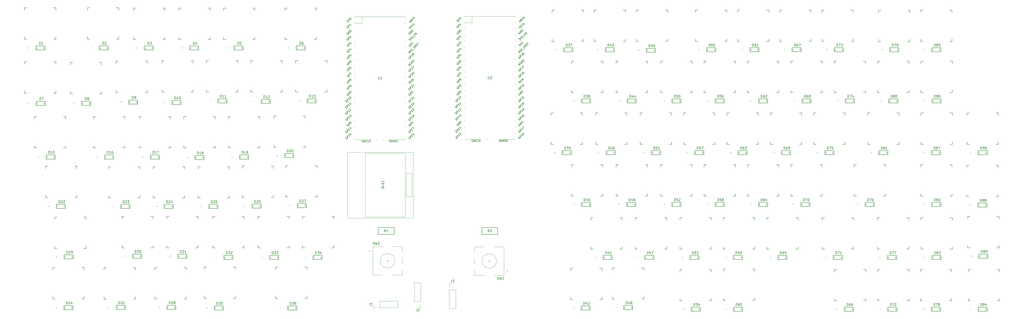
<source format=gbr>
%TF.GenerationSoftware,KiCad,Pcbnew,7.0.10*%
%TF.CreationDate,2025-03-16T20:16:46-04:00*%
%TF.ProjectId,Steno,5374656e-6f2e-46b6-9963-61645f706362,rev?*%
%TF.SameCoordinates,Original*%
%TF.FileFunction,Legend,Top*%
%TF.FilePolarity,Positive*%
%FSLAX46Y46*%
G04 Gerber Fmt 4.6, Leading zero omitted, Abs format (unit mm)*
G04 Created by KiCad (PCBNEW 7.0.10) date 2025-03-16 20:16:46*
%MOMM*%
%LPD*%
G01*
G04 APERTURE LIST*
%ADD10C,0.150000*%
%ADD11C,0.140000*%
%ADD12C,0.120000*%
%ADD13C,0.127000*%
%ADD14C,0.200000*%
%ADD15C,0.152400*%
G04 APERTURE END LIST*
D10*
X187128095Y-231484819D02*
X187128095Y-232294342D01*
X187128095Y-232294342D02*
X187175714Y-232389580D01*
X187175714Y-232389580D02*
X187223333Y-232437200D01*
X187223333Y-232437200D02*
X187318571Y-232484819D01*
X187318571Y-232484819D02*
X187509047Y-232484819D01*
X187509047Y-232484819D02*
X187604285Y-232437200D01*
X187604285Y-232437200D02*
X187651904Y-232389580D01*
X187651904Y-232389580D02*
X187699523Y-232294342D01*
X187699523Y-232294342D02*
X187699523Y-231484819D01*
X188699523Y-232484819D02*
X188128095Y-232484819D01*
X188413809Y-232484819D02*
X188413809Y-231484819D01*
X188413809Y-231484819D02*
X188318571Y-231627676D01*
X188318571Y-231627676D02*
X188223333Y-231722914D01*
X188223333Y-231722914D02*
X188128095Y-231770533D01*
X173833998Y-254010868D02*
X173753185Y-254037805D01*
X173753185Y-254037805D02*
X173672373Y-254118618D01*
X173672373Y-254118618D02*
X173618498Y-254226367D01*
X173618498Y-254226367D02*
X173618498Y-254334117D01*
X173618498Y-254334117D02*
X173645436Y-254414929D01*
X173645436Y-254414929D02*
X173726248Y-254549616D01*
X173726248Y-254549616D02*
X173807060Y-254630428D01*
X173807060Y-254630428D02*
X173941747Y-254711241D01*
X173941747Y-254711241D02*
X174022560Y-254738178D01*
X174022560Y-254738178D02*
X174130309Y-254738178D01*
X174130309Y-254738178D02*
X174238059Y-254684303D01*
X174238059Y-254684303D02*
X174291934Y-254630428D01*
X174291934Y-254630428D02*
X174345808Y-254522679D01*
X174345808Y-254522679D02*
X174345808Y-254468804D01*
X174345808Y-254468804D02*
X174157247Y-254280242D01*
X174157247Y-254280242D02*
X174049497Y-254387992D01*
X174642120Y-254280242D02*
X174076434Y-253714557D01*
X174076434Y-253714557D02*
X174291934Y-253499057D01*
X174291934Y-253499057D02*
X174372746Y-253472120D01*
X174372746Y-253472120D02*
X174426621Y-253472120D01*
X174426621Y-253472120D02*
X174507433Y-253499057D01*
X174507433Y-253499057D02*
X174588245Y-253579870D01*
X174588245Y-253579870D02*
X174615182Y-253660682D01*
X174615182Y-253660682D02*
X174615182Y-253714557D01*
X174615182Y-253714557D02*
X174588245Y-253795369D01*
X174588245Y-253795369D02*
X174372746Y-254010868D01*
X175504117Y-253418245D02*
X175180868Y-253741494D01*
X175342492Y-253579870D02*
X174776807Y-253014184D01*
X174776807Y-253014184D02*
X174803744Y-253148871D01*
X174803744Y-253148871D02*
X174803744Y-253256621D01*
X174803744Y-253256621D02*
X174776807Y-253337433D01*
X175611866Y-252556248D02*
X175988990Y-252933372D01*
X175261680Y-252475436D02*
X175531054Y-253014184D01*
X175531054Y-253014184D02*
X175881240Y-252663998D01*
X174303372Y-210551494D02*
X174222560Y-210578431D01*
X174222560Y-210578431D02*
X174141748Y-210659243D01*
X174141748Y-210659243D02*
X174087873Y-210766993D01*
X174087873Y-210766993D02*
X174087873Y-210874742D01*
X174087873Y-210874742D02*
X174114810Y-210955555D01*
X174114810Y-210955555D02*
X174195623Y-211090242D01*
X174195623Y-211090242D02*
X174276435Y-211171054D01*
X174276435Y-211171054D02*
X174411122Y-211251866D01*
X174411122Y-211251866D02*
X174491934Y-211278803D01*
X174491934Y-211278803D02*
X174599684Y-211278803D01*
X174599684Y-211278803D02*
X174707433Y-211224929D01*
X174707433Y-211224929D02*
X174761308Y-211171054D01*
X174761308Y-211171054D02*
X174815183Y-211063304D01*
X174815183Y-211063304D02*
X174815183Y-211009429D01*
X174815183Y-211009429D02*
X174626621Y-210820868D01*
X174626621Y-210820868D02*
X174518871Y-210928617D01*
X175111494Y-210820868D02*
X174545809Y-210255182D01*
X174545809Y-210255182D02*
X174761308Y-210039683D01*
X174761308Y-210039683D02*
X174842120Y-210012746D01*
X174842120Y-210012746D02*
X174895995Y-210012746D01*
X174895995Y-210012746D02*
X174976807Y-210039683D01*
X174976807Y-210039683D02*
X175057619Y-210120495D01*
X175057619Y-210120495D02*
X175084557Y-210201307D01*
X175084557Y-210201307D02*
X175084557Y-210255182D01*
X175084557Y-210255182D02*
X175057619Y-210335994D01*
X175057619Y-210335994D02*
X174842120Y-210551494D01*
X175973491Y-209958871D02*
X175650242Y-210282120D01*
X175811867Y-210120495D02*
X175246181Y-209554810D01*
X175246181Y-209554810D02*
X175273119Y-209689497D01*
X175273119Y-209689497D02*
X175273119Y-209797246D01*
X175273119Y-209797246D02*
X175246181Y-209878059D01*
X173879998Y-248930868D02*
X173799185Y-248957805D01*
X173799185Y-248957805D02*
X173718373Y-249038618D01*
X173718373Y-249038618D02*
X173664498Y-249146367D01*
X173664498Y-249146367D02*
X173664498Y-249254117D01*
X173664498Y-249254117D02*
X173691436Y-249334929D01*
X173691436Y-249334929D02*
X173772248Y-249469616D01*
X173772248Y-249469616D02*
X173853060Y-249550428D01*
X173853060Y-249550428D02*
X173987747Y-249631241D01*
X173987747Y-249631241D02*
X174068560Y-249658178D01*
X174068560Y-249658178D02*
X174176309Y-249658178D01*
X174176309Y-249658178D02*
X174284059Y-249604303D01*
X174284059Y-249604303D02*
X174337934Y-249550428D01*
X174337934Y-249550428D02*
X174391808Y-249442679D01*
X174391808Y-249442679D02*
X174391808Y-249388804D01*
X174391808Y-249388804D02*
X174203247Y-249200242D01*
X174203247Y-249200242D02*
X174095497Y-249307992D01*
X174688120Y-249200242D02*
X174122434Y-248634557D01*
X174122434Y-248634557D02*
X174337934Y-248419057D01*
X174337934Y-248419057D02*
X174418746Y-248392120D01*
X174418746Y-248392120D02*
X174472621Y-248392120D01*
X174472621Y-248392120D02*
X174553433Y-248419057D01*
X174553433Y-248419057D02*
X174634245Y-248499870D01*
X174634245Y-248499870D02*
X174661182Y-248580682D01*
X174661182Y-248580682D02*
X174661182Y-248634557D01*
X174661182Y-248634557D02*
X174634245Y-248715369D01*
X174634245Y-248715369D02*
X174418746Y-248930868D01*
X175550117Y-248338245D02*
X175226868Y-248661494D01*
X175388492Y-248499870D02*
X174822807Y-247934184D01*
X174822807Y-247934184D02*
X174849744Y-248068871D01*
X174849744Y-248068871D02*
X174849744Y-248176621D01*
X174849744Y-248176621D02*
X174822807Y-248257433D01*
X175172993Y-247583998D02*
X175523179Y-247233812D01*
X175523179Y-247233812D02*
X175550117Y-247637873D01*
X175550117Y-247637873D02*
X175630929Y-247557060D01*
X175630929Y-247557060D02*
X175711741Y-247530123D01*
X175711741Y-247530123D02*
X175765616Y-247530123D01*
X175765616Y-247530123D02*
X175846428Y-247557060D01*
X175846428Y-247557060D02*
X175981115Y-247691747D01*
X175981115Y-247691747D02*
X176008053Y-247772560D01*
X176008053Y-247772560D02*
X176008053Y-247826434D01*
X176008053Y-247826434D02*
X175981115Y-247907247D01*
X175981115Y-247907247D02*
X175819491Y-248068871D01*
X175819491Y-248068871D02*
X175738679Y-248095808D01*
X175738679Y-248095808D02*
X175684804Y-248095808D01*
X174376435Y-213128431D02*
X174295623Y-213155368D01*
X174295623Y-213155368D02*
X174214811Y-213236180D01*
X174214811Y-213236180D02*
X174160936Y-213343930D01*
X174160936Y-213343930D02*
X174160936Y-213451680D01*
X174160936Y-213451680D02*
X174187873Y-213532492D01*
X174187873Y-213532492D02*
X174268685Y-213667179D01*
X174268685Y-213667179D02*
X174349498Y-213747991D01*
X174349498Y-213747991D02*
X174484185Y-213828803D01*
X174484185Y-213828803D02*
X174564997Y-213855741D01*
X174564997Y-213855741D02*
X174672746Y-213855741D01*
X174672746Y-213855741D02*
X174780496Y-213801866D01*
X174780496Y-213801866D02*
X174834371Y-213747991D01*
X174834371Y-213747991D02*
X174888246Y-213640241D01*
X174888246Y-213640241D02*
X174888246Y-213586367D01*
X174888246Y-213586367D02*
X174699684Y-213397805D01*
X174699684Y-213397805D02*
X174591934Y-213505554D01*
X175184557Y-213397805D02*
X174618872Y-212832119D01*
X174618872Y-212832119D02*
X175507806Y-213074556D01*
X175507806Y-213074556D02*
X174942120Y-212508871D01*
X175777180Y-212805182D02*
X175211494Y-212239497D01*
X175211494Y-212239497D02*
X175346181Y-212104810D01*
X175346181Y-212104810D02*
X175453931Y-212050935D01*
X175453931Y-212050935D02*
X175561680Y-212050935D01*
X175561680Y-212050935D02*
X175642493Y-212077872D01*
X175642493Y-212077872D02*
X175777180Y-212158685D01*
X175777180Y-212158685D02*
X175857992Y-212239497D01*
X175857992Y-212239497D02*
X175938804Y-212374184D01*
X175938804Y-212374184D02*
X175965741Y-212454996D01*
X175965741Y-212454996D02*
X175965741Y-212562746D01*
X175965741Y-212562746D02*
X175911867Y-212670495D01*
X175911867Y-212670495D02*
X175777180Y-212805182D01*
X173879998Y-256550868D02*
X173799185Y-256577805D01*
X173799185Y-256577805D02*
X173718373Y-256658618D01*
X173718373Y-256658618D02*
X173664498Y-256766367D01*
X173664498Y-256766367D02*
X173664498Y-256874117D01*
X173664498Y-256874117D02*
X173691436Y-256954929D01*
X173691436Y-256954929D02*
X173772248Y-257089616D01*
X173772248Y-257089616D02*
X173853060Y-257170428D01*
X173853060Y-257170428D02*
X173987747Y-257251241D01*
X173987747Y-257251241D02*
X174068560Y-257278178D01*
X174068560Y-257278178D02*
X174176309Y-257278178D01*
X174176309Y-257278178D02*
X174284059Y-257224303D01*
X174284059Y-257224303D02*
X174337934Y-257170428D01*
X174337934Y-257170428D02*
X174391808Y-257062679D01*
X174391808Y-257062679D02*
X174391808Y-257008804D01*
X174391808Y-257008804D02*
X174203247Y-256820242D01*
X174203247Y-256820242D02*
X174095497Y-256927992D01*
X174688120Y-256820242D02*
X174122434Y-256254557D01*
X174122434Y-256254557D02*
X174337934Y-256039057D01*
X174337934Y-256039057D02*
X174418746Y-256012120D01*
X174418746Y-256012120D02*
X174472621Y-256012120D01*
X174472621Y-256012120D02*
X174553433Y-256039057D01*
X174553433Y-256039057D02*
X174634245Y-256119870D01*
X174634245Y-256119870D02*
X174661182Y-256200682D01*
X174661182Y-256200682D02*
X174661182Y-256254557D01*
X174661182Y-256254557D02*
X174634245Y-256335369D01*
X174634245Y-256335369D02*
X174418746Y-256550868D01*
X175550117Y-255958245D02*
X175226868Y-256281494D01*
X175388492Y-256119870D02*
X174822807Y-255554184D01*
X174822807Y-255554184D02*
X174849744Y-255688871D01*
X174849744Y-255688871D02*
X174849744Y-255796621D01*
X174849744Y-255796621D02*
X174822807Y-255877433D01*
X175496242Y-254880749D02*
X175226868Y-255150123D01*
X175226868Y-255150123D02*
X175469305Y-255446434D01*
X175469305Y-255446434D02*
X175469305Y-255392560D01*
X175469305Y-255392560D02*
X175496242Y-255311747D01*
X175496242Y-255311747D02*
X175630929Y-255177060D01*
X175630929Y-255177060D02*
X175711741Y-255150123D01*
X175711741Y-255150123D02*
X175765616Y-255150123D01*
X175765616Y-255150123D02*
X175846428Y-255177060D01*
X175846428Y-255177060D02*
X175981115Y-255311747D01*
X175981115Y-255311747D02*
X176008053Y-255392560D01*
X176008053Y-255392560D02*
X176008053Y-255446434D01*
X176008053Y-255446434D02*
X175981115Y-255527247D01*
X175981115Y-255527247D02*
X175846428Y-255661934D01*
X175846428Y-255661934D02*
X175765616Y-255688871D01*
X175765616Y-255688871D02*
X175711741Y-255688871D01*
X174403372Y-233421494D02*
X174322560Y-233448431D01*
X174322560Y-233448431D02*
X174241748Y-233529243D01*
X174241748Y-233529243D02*
X174187873Y-233636993D01*
X174187873Y-233636993D02*
X174187873Y-233744742D01*
X174187873Y-233744742D02*
X174214810Y-233825555D01*
X174214810Y-233825555D02*
X174295623Y-233960242D01*
X174295623Y-233960242D02*
X174376435Y-234041054D01*
X174376435Y-234041054D02*
X174511122Y-234121866D01*
X174511122Y-234121866D02*
X174591934Y-234148803D01*
X174591934Y-234148803D02*
X174699684Y-234148803D01*
X174699684Y-234148803D02*
X174807433Y-234094929D01*
X174807433Y-234094929D02*
X174861308Y-234041054D01*
X174861308Y-234041054D02*
X174915183Y-233933304D01*
X174915183Y-233933304D02*
X174915183Y-233879429D01*
X174915183Y-233879429D02*
X174726621Y-233690868D01*
X174726621Y-233690868D02*
X174618871Y-233798617D01*
X175211494Y-233690868D02*
X174645809Y-233125182D01*
X174645809Y-233125182D02*
X174861308Y-232909683D01*
X174861308Y-232909683D02*
X174942120Y-232882746D01*
X174942120Y-232882746D02*
X174995995Y-232882746D01*
X174995995Y-232882746D02*
X175076807Y-232909683D01*
X175076807Y-232909683D02*
X175157619Y-232990495D01*
X175157619Y-232990495D02*
X175184557Y-233071307D01*
X175184557Y-233071307D02*
X175184557Y-233125182D01*
X175184557Y-233125182D02*
X175157619Y-233205994D01*
X175157619Y-233205994D02*
X174942120Y-233421494D01*
X175534743Y-232721121D02*
X175453931Y-232748059D01*
X175453931Y-232748059D02*
X175400056Y-232748059D01*
X175400056Y-232748059D02*
X175319244Y-232721121D01*
X175319244Y-232721121D02*
X175292306Y-232694184D01*
X175292306Y-232694184D02*
X175265369Y-232613372D01*
X175265369Y-232613372D02*
X175265369Y-232559497D01*
X175265369Y-232559497D02*
X175292306Y-232478685D01*
X175292306Y-232478685D02*
X175400056Y-232370935D01*
X175400056Y-232370935D02*
X175480868Y-232343998D01*
X175480868Y-232343998D02*
X175534743Y-232343998D01*
X175534743Y-232343998D02*
X175615555Y-232370935D01*
X175615555Y-232370935D02*
X175642493Y-232397872D01*
X175642493Y-232397872D02*
X175669430Y-232478685D01*
X175669430Y-232478685D02*
X175669430Y-232532559D01*
X175669430Y-232532559D02*
X175642493Y-232613372D01*
X175642493Y-232613372D02*
X175534743Y-232721121D01*
X175534743Y-232721121D02*
X175507806Y-232801933D01*
X175507806Y-232801933D02*
X175507806Y-232855808D01*
X175507806Y-232855808D02*
X175534743Y-232936620D01*
X175534743Y-232936620D02*
X175642493Y-233044370D01*
X175642493Y-233044370D02*
X175723305Y-233071307D01*
X175723305Y-233071307D02*
X175777180Y-233071307D01*
X175777180Y-233071307D02*
X175857992Y-233044370D01*
X175857992Y-233044370D02*
X175965741Y-232936620D01*
X175965741Y-232936620D02*
X175992679Y-232855808D01*
X175992679Y-232855808D02*
X175992679Y-232801933D01*
X175992679Y-232801933D02*
X175965741Y-232721121D01*
X175965741Y-232721121D02*
X175857992Y-232613372D01*
X175857992Y-232613372D02*
X175777180Y-232586434D01*
X175777180Y-232586434D02*
X175723305Y-232586434D01*
X175723305Y-232586434D02*
X175642493Y-232613372D01*
X199987998Y-236230868D02*
X199907185Y-236257805D01*
X199907185Y-236257805D02*
X199826373Y-236338618D01*
X199826373Y-236338618D02*
X199772498Y-236446367D01*
X199772498Y-236446367D02*
X199772498Y-236554117D01*
X199772498Y-236554117D02*
X199799436Y-236634929D01*
X199799436Y-236634929D02*
X199880248Y-236769616D01*
X199880248Y-236769616D02*
X199961060Y-236850428D01*
X199961060Y-236850428D02*
X200095747Y-236931241D01*
X200095747Y-236931241D02*
X200176560Y-236958178D01*
X200176560Y-236958178D02*
X200284309Y-236958178D01*
X200284309Y-236958178D02*
X200392059Y-236904303D01*
X200392059Y-236904303D02*
X200445934Y-236850428D01*
X200445934Y-236850428D02*
X200499808Y-236742679D01*
X200499808Y-236742679D02*
X200499808Y-236688804D01*
X200499808Y-236688804D02*
X200311247Y-236500242D01*
X200311247Y-236500242D02*
X200203497Y-236607992D01*
X200796120Y-236500242D02*
X200230434Y-235934557D01*
X200230434Y-235934557D02*
X200445934Y-235719057D01*
X200445934Y-235719057D02*
X200526746Y-235692120D01*
X200526746Y-235692120D02*
X200580621Y-235692120D01*
X200580621Y-235692120D02*
X200661433Y-235719057D01*
X200661433Y-235719057D02*
X200742245Y-235799870D01*
X200742245Y-235799870D02*
X200769182Y-235880682D01*
X200769182Y-235880682D02*
X200769182Y-235934557D01*
X200769182Y-235934557D02*
X200742245Y-236015369D01*
X200742245Y-236015369D02*
X200526746Y-236230868D01*
X200823057Y-235449683D02*
X200823057Y-235395809D01*
X200823057Y-235395809D02*
X200849995Y-235314996D01*
X200849995Y-235314996D02*
X200984682Y-235180309D01*
X200984682Y-235180309D02*
X201065494Y-235153372D01*
X201065494Y-235153372D02*
X201119369Y-235153372D01*
X201119369Y-235153372D02*
X201200181Y-235180309D01*
X201200181Y-235180309D02*
X201254056Y-235234184D01*
X201254056Y-235234184D02*
X201307930Y-235341934D01*
X201307930Y-235341934D02*
X201307930Y-235988431D01*
X201307930Y-235988431D02*
X201658117Y-235638245D01*
X201361805Y-234910935D02*
X201361805Y-234857060D01*
X201361805Y-234857060D02*
X201388743Y-234776248D01*
X201388743Y-234776248D02*
X201523430Y-234641561D01*
X201523430Y-234641561D02*
X201604242Y-234614624D01*
X201604242Y-234614624D02*
X201658117Y-234614624D01*
X201658117Y-234614624D02*
X201738929Y-234641561D01*
X201738929Y-234641561D02*
X201792804Y-234695436D01*
X201792804Y-234695436D02*
X201846679Y-234803186D01*
X201846679Y-234803186D02*
X201846679Y-235449683D01*
X201846679Y-235449683D02*
X202196865Y-235099497D01*
X174303372Y-215641494D02*
X174222560Y-215668431D01*
X174222560Y-215668431D02*
X174141748Y-215749243D01*
X174141748Y-215749243D02*
X174087873Y-215856993D01*
X174087873Y-215856993D02*
X174087873Y-215964742D01*
X174087873Y-215964742D02*
X174114810Y-216045555D01*
X174114810Y-216045555D02*
X174195623Y-216180242D01*
X174195623Y-216180242D02*
X174276435Y-216261054D01*
X174276435Y-216261054D02*
X174411122Y-216341866D01*
X174411122Y-216341866D02*
X174491934Y-216368803D01*
X174491934Y-216368803D02*
X174599684Y-216368803D01*
X174599684Y-216368803D02*
X174707433Y-216314929D01*
X174707433Y-216314929D02*
X174761308Y-216261054D01*
X174761308Y-216261054D02*
X174815183Y-216153304D01*
X174815183Y-216153304D02*
X174815183Y-216099429D01*
X174815183Y-216099429D02*
X174626621Y-215910868D01*
X174626621Y-215910868D02*
X174518871Y-216018617D01*
X175111494Y-215910868D02*
X174545809Y-215345182D01*
X174545809Y-215345182D02*
X174761308Y-215129683D01*
X174761308Y-215129683D02*
X174842120Y-215102746D01*
X174842120Y-215102746D02*
X174895995Y-215102746D01*
X174895995Y-215102746D02*
X174976807Y-215129683D01*
X174976807Y-215129683D02*
X175057619Y-215210495D01*
X175057619Y-215210495D02*
X175084557Y-215291307D01*
X175084557Y-215291307D02*
X175084557Y-215345182D01*
X175084557Y-215345182D02*
X175057619Y-215425994D01*
X175057619Y-215425994D02*
X174842120Y-215641494D01*
X175138432Y-214860309D02*
X175138432Y-214806434D01*
X175138432Y-214806434D02*
X175165369Y-214725622D01*
X175165369Y-214725622D02*
X175300056Y-214590935D01*
X175300056Y-214590935D02*
X175380868Y-214563998D01*
X175380868Y-214563998D02*
X175434743Y-214563998D01*
X175434743Y-214563998D02*
X175515555Y-214590935D01*
X175515555Y-214590935D02*
X175569430Y-214644810D01*
X175569430Y-214644810D02*
X175623305Y-214752559D01*
X175623305Y-214752559D02*
X175623305Y-215399057D01*
X175623305Y-215399057D02*
X175973491Y-215048871D01*
X199810749Y-211100242D02*
X200564996Y-211477366D01*
X200564996Y-211477366D02*
X200187873Y-210723118D01*
X200888245Y-211100242D02*
X200995995Y-211046367D01*
X200995995Y-211046367D02*
X201130682Y-210911680D01*
X201130682Y-210911680D02*
X201157619Y-210830868D01*
X201157619Y-210830868D02*
X201157619Y-210776993D01*
X201157619Y-210776993D02*
X201130682Y-210696181D01*
X201130682Y-210696181D02*
X201076807Y-210642306D01*
X201076807Y-210642306D02*
X200995995Y-210615369D01*
X200995995Y-210615369D02*
X200942120Y-210615369D01*
X200942120Y-210615369D02*
X200861308Y-210642306D01*
X200861308Y-210642306D02*
X200726621Y-210723118D01*
X200726621Y-210723118D02*
X200645808Y-210750056D01*
X200645808Y-210750056D02*
X200591934Y-210750056D01*
X200591934Y-210750056D02*
X200511121Y-210723118D01*
X200511121Y-210723118D02*
X200457247Y-210669244D01*
X200457247Y-210669244D02*
X200430309Y-210588431D01*
X200430309Y-210588431D02*
X200430309Y-210534557D01*
X200430309Y-210534557D02*
X200457247Y-210453744D01*
X200457247Y-210453744D02*
X200591934Y-210319057D01*
X200591934Y-210319057D02*
X200699683Y-210265183D01*
X201319244Y-210184370D02*
X201588618Y-210453744D01*
X200834370Y-210076621D02*
X201319244Y-210184370D01*
X201319244Y-210184370D02*
X201211494Y-209699497D01*
X201911866Y-210076621D02*
X202019616Y-210022746D01*
X202019616Y-210022746D02*
X202154303Y-209888059D01*
X202154303Y-209888059D02*
X202181240Y-209807247D01*
X202181240Y-209807247D02*
X202181240Y-209753372D01*
X202181240Y-209753372D02*
X202154303Y-209672560D01*
X202154303Y-209672560D02*
X202100428Y-209618685D01*
X202100428Y-209618685D02*
X202019616Y-209591748D01*
X202019616Y-209591748D02*
X201965741Y-209591748D01*
X201965741Y-209591748D02*
X201884929Y-209618685D01*
X201884929Y-209618685D02*
X201750242Y-209699497D01*
X201750242Y-209699497D02*
X201669430Y-209726435D01*
X201669430Y-209726435D02*
X201615555Y-209726435D01*
X201615555Y-209726435D02*
X201534743Y-209699497D01*
X201534743Y-209699497D02*
X201480868Y-209645622D01*
X201480868Y-209645622D02*
X201453930Y-209564810D01*
X201453930Y-209564810D02*
X201453930Y-209510935D01*
X201453930Y-209510935D02*
X201480868Y-209430123D01*
X201480868Y-209430123D02*
X201615555Y-209295436D01*
X201615555Y-209295436D02*
X201723304Y-209241561D01*
X200045064Y-221564049D02*
X200314438Y-221294675D01*
X200152813Y-221779549D02*
X199775690Y-221025301D01*
X199775690Y-221025301D02*
X200529937Y-221402425D01*
X200718499Y-221213863D02*
X200152813Y-220648178D01*
X200152813Y-220648178D02*
X200287500Y-220513491D01*
X200287500Y-220513491D02*
X200395250Y-220459616D01*
X200395250Y-220459616D02*
X200502999Y-220459616D01*
X200502999Y-220459616D02*
X200583812Y-220486553D01*
X200583812Y-220486553D02*
X200718499Y-220567366D01*
X200718499Y-220567366D02*
X200799311Y-220648178D01*
X200799311Y-220648178D02*
X200880123Y-220782865D01*
X200880123Y-220782865D02*
X200907060Y-220863677D01*
X200907060Y-220863677D02*
X200907060Y-220971427D01*
X200907060Y-220971427D02*
X200853186Y-221079176D01*
X200853186Y-221079176D02*
X200718499Y-221213863D01*
X201553558Y-220271054D02*
X201553558Y-220324929D01*
X201553558Y-220324929D02*
X201499683Y-220432679D01*
X201499683Y-220432679D02*
X201445808Y-220486553D01*
X201445808Y-220486553D02*
X201338059Y-220540428D01*
X201338059Y-220540428D02*
X201230309Y-220540428D01*
X201230309Y-220540428D02*
X201149497Y-220513491D01*
X201149497Y-220513491D02*
X201014810Y-220432679D01*
X201014810Y-220432679D02*
X200933998Y-220351866D01*
X200933998Y-220351866D02*
X200853186Y-220217179D01*
X200853186Y-220217179D02*
X200826248Y-220136367D01*
X200826248Y-220136367D02*
X200826248Y-220028618D01*
X200826248Y-220028618D02*
X200880123Y-219920868D01*
X200880123Y-219920868D02*
X200933998Y-219866993D01*
X200933998Y-219866993D02*
X201041747Y-219813118D01*
X201041747Y-219813118D02*
X201095622Y-219813118D01*
X201769057Y-220271054D02*
X202200056Y-219840056D01*
X201634370Y-219166621D02*
X202388618Y-219543744D01*
X202388618Y-219543744D02*
X202011494Y-218789497D01*
X203088990Y-218843372D02*
X202631054Y-218762560D01*
X202765741Y-219166621D02*
X202200056Y-218600935D01*
X202200056Y-218600935D02*
X202415555Y-218385436D01*
X202415555Y-218385436D02*
X202496367Y-218358499D01*
X202496367Y-218358499D02*
X202550242Y-218358499D01*
X202550242Y-218358499D02*
X202631054Y-218385436D01*
X202631054Y-218385436D02*
X202711866Y-218466248D01*
X202711866Y-218466248D02*
X202738804Y-218547061D01*
X202738804Y-218547061D02*
X202738804Y-218600935D01*
X202738804Y-218600935D02*
X202711866Y-218681748D01*
X202711866Y-218681748D02*
X202496367Y-218897247D01*
X203035115Y-218304624D02*
X203223677Y-218116062D01*
X203600800Y-218331561D02*
X203331426Y-218600935D01*
X203331426Y-218600935D02*
X202765741Y-218035250D01*
X202765741Y-218035250D02*
X203035115Y-217765876D01*
X203735488Y-217604251D02*
X203546926Y-217792813D01*
X203843237Y-218089125D02*
X203277552Y-217523439D01*
X203277552Y-217523439D02*
X203546926Y-217254065D01*
X174403372Y-228341494D02*
X174322560Y-228368431D01*
X174322560Y-228368431D02*
X174241748Y-228449243D01*
X174241748Y-228449243D02*
X174187873Y-228556993D01*
X174187873Y-228556993D02*
X174187873Y-228664742D01*
X174187873Y-228664742D02*
X174214810Y-228745555D01*
X174214810Y-228745555D02*
X174295623Y-228880242D01*
X174295623Y-228880242D02*
X174376435Y-228961054D01*
X174376435Y-228961054D02*
X174511122Y-229041866D01*
X174511122Y-229041866D02*
X174591934Y-229068803D01*
X174591934Y-229068803D02*
X174699684Y-229068803D01*
X174699684Y-229068803D02*
X174807433Y-229014929D01*
X174807433Y-229014929D02*
X174861308Y-228961054D01*
X174861308Y-228961054D02*
X174915183Y-228853304D01*
X174915183Y-228853304D02*
X174915183Y-228799429D01*
X174915183Y-228799429D02*
X174726621Y-228610868D01*
X174726621Y-228610868D02*
X174618871Y-228718617D01*
X175211494Y-228610868D02*
X174645809Y-228045182D01*
X174645809Y-228045182D02*
X174861308Y-227829683D01*
X174861308Y-227829683D02*
X174942120Y-227802746D01*
X174942120Y-227802746D02*
X174995995Y-227802746D01*
X174995995Y-227802746D02*
X175076807Y-227829683D01*
X175076807Y-227829683D02*
X175157619Y-227910495D01*
X175157619Y-227910495D02*
X175184557Y-227991307D01*
X175184557Y-227991307D02*
X175184557Y-228045182D01*
X175184557Y-228045182D02*
X175157619Y-228125994D01*
X175157619Y-228125994D02*
X174942120Y-228341494D01*
X175453931Y-227237060D02*
X175346181Y-227344810D01*
X175346181Y-227344810D02*
X175319244Y-227425622D01*
X175319244Y-227425622D02*
X175319244Y-227479497D01*
X175319244Y-227479497D02*
X175346181Y-227614184D01*
X175346181Y-227614184D02*
X175426993Y-227748871D01*
X175426993Y-227748871D02*
X175642493Y-227964370D01*
X175642493Y-227964370D02*
X175723305Y-227991307D01*
X175723305Y-227991307D02*
X175777180Y-227991307D01*
X175777180Y-227991307D02*
X175857992Y-227964370D01*
X175857992Y-227964370D02*
X175965741Y-227856620D01*
X175965741Y-227856620D02*
X175992679Y-227775808D01*
X175992679Y-227775808D02*
X175992679Y-227721933D01*
X175992679Y-227721933D02*
X175965741Y-227641121D01*
X175965741Y-227641121D02*
X175831054Y-227506434D01*
X175831054Y-227506434D02*
X175750242Y-227479497D01*
X175750242Y-227479497D02*
X175696367Y-227479497D01*
X175696367Y-227479497D02*
X175615555Y-227506434D01*
X175615555Y-227506434D02*
X175507806Y-227614184D01*
X175507806Y-227614184D02*
X175480868Y-227694996D01*
X175480868Y-227694996D02*
X175480868Y-227748871D01*
X175480868Y-227748871D02*
X175507806Y-227829683D01*
X174376435Y-238528431D02*
X174295623Y-238555368D01*
X174295623Y-238555368D02*
X174214811Y-238636180D01*
X174214811Y-238636180D02*
X174160936Y-238743930D01*
X174160936Y-238743930D02*
X174160936Y-238851680D01*
X174160936Y-238851680D02*
X174187873Y-238932492D01*
X174187873Y-238932492D02*
X174268685Y-239067179D01*
X174268685Y-239067179D02*
X174349498Y-239147991D01*
X174349498Y-239147991D02*
X174484185Y-239228803D01*
X174484185Y-239228803D02*
X174564997Y-239255741D01*
X174564997Y-239255741D02*
X174672746Y-239255741D01*
X174672746Y-239255741D02*
X174780496Y-239201866D01*
X174780496Y-239201866D02*
X174834371Y-239147991D01*
X174834371Y-239147991D02*
X174888246Y-239040241D01*
X174888246Y-239040241D02*
X174888246Y-238986367D01*
X174888246Y-238986367D02*
X174699684Y-238797805D01*
X174699684Y-238797805D02*
X174591934Y-238905554D01*
X175184557Y-238797805D02*
X174618872Y-238232119D01*
X174618872Y-238232119D02*
X175507806Y-238474556D01*
X175507806Y-238474556D02*
X174942120Y-237908871D01*
X175777180Y-238205182D02*
X175211494Y-237639497D01*
X175211494Y-237639497D02*
X175346181Y-237504810D01*
X175346181Y-237504810D02*
X175453931Y-237450935D01*
X175453931Y-237450935D02*
X175561680Y-237450935D01*
X175561680Y-237450935D02*
X175642493Y-237477872D01*
X175642493Y-237477872D02*
X175777180Y-237558685D01*
X175777180Y-237558685D02*
X175857992Y-237639497D01*
X175857992Y-237639497D02*
X175938804Y-237774184D01*
X175938804Y-237774184D02*
X175965741Y-237854996D01*
X175965741Y-237854996D02*
X175965741Y-237962746D01*
X175965741Y-237962746D02*
X175911867Y-238070495D01*
X175911867Y-238070495D02*
X175777180Y-238205182D01*
X199987998Y-248930868D02*
X199907185Y-248957805D01*
X199907185Y-248957805D02*
X199826373Y-249038618D01*
X199826373Y-249038618D02*
X199772498Y-249146367D01*
X199772498Y-249146367D02*
X199772498Y-249254117D01*
X199772498Y-249254117D02*
X199799436Y-249334929D01*
X199799436Y-249334929D02*
X199880248Y-249469616D01*
X199880248Y-249469616D02*
X199961060Y-249550428D01*
X199961060Y-249550428D02*
X200095747Y-249631241D01*
X200095747Y-249631241D02*
X200176560Y-249658178D01*
X200176560Y-249658178D02*
X200284309Y-249658178D01*
X200284309Y-249658178D02*
X200392059Y-249604303D01*
X200392059Y-249604303D02*
X200445934Y-249550428D01*
X200445934Y-249550428D02*
X200499808Y-249442679D01*
X200499808Y-249442679D02*
X200499808Y-249388804D01*
X200499808Y-249388804D02*
X200311247Y-249200242D01*
X200311247Y-249200242D02*
X200203497Y-249307992D01*
X200796120Y-249200242D02*
X200230434Y-248634557D01*
X200230434Y-248634557D02*
X200445934Y-248419057D01*
X200445934Y-248419057D02*
X200526746Y-248392120D01*
X200526746Y-248392120D02*
X200580621Y-248392120D01*
X200580621Y-248392120D02*
X200661433Y-248419057D01*
X200661433Y-248419057D02*
X200742245Y-248499870D01*
X200742245Y-248499870D02*
X200769182Y-248580682D01*
X200769182Y-248580682D02*
X200769182Y-248634557D01*
X200769182Y-248634557D02*
X200742245Y-248715369D01*
X200742245Y-248715369D02*
X200526746Y-248930868D01*
X201658117Y-248338245D02*
X201334868Y-248661494D01*
X201496492Y-248499870D02*
X200930807Y-247934184D01*
X200930807Y-247934184D02*
X200957744Y-248068871D01*
X200957744Y-248068871D02*
X200957744Y-248176621D01*
X200957744Y-248176621D02*
X200930807Y-248257433D01*
X201658117Y-247691747D02*
X201577305Y-247718685D01*
X201577305Y-247718685D02*
X201523430Y-247718685D01*
X201523430Y-247718685D02*
X201442618Y-247691747D01*
X201442618Y-247691747D02*
X201415680Y-247664810D01*
X201415680Y-247664810D02*
X201388743Y-247583998D01*
X201388743Y-247583998D02*
X201388743Y-247530123D01*
X201388743Y-247530123D02*
X201415680Y-247449311D01*
X201415680Y-247449311D02*
X201523430Y-247341561D01*
X201523430Y-247341561D02*
X201604242Y-247314624D01*
X201604242Y-247314624D02*
X201658117Y-247314624D01*
X201658117Y-247314624D02*
X201738929Y-247341561D01*
X201738929Y-247341561D02*
X201765866Y-247368499D01*
X201765866Y-247368499D02*
X201792804Y-247449311D01*
X201792804Y-247449311D02*
X201792804Y-247503186D01*
X201792804Y-247503186D02*
X201765866Y-247583998D01*
X201765866Y-247583998D02*
X201658117Y-247691747D01*
X201658117Y-247691747D02*
X201631179Y-247772560D01*
X201631179Y-247772560D02*
X201631179Y-247826434D01*
X201631179Y-247826434D02*
X201658117Y-247907247D01*
X201658117Y-247907247D02*
X201765866Y-248014996D01*
X201765866Y-248014996D02*
X201846679Y-248041934D01*
X201846679Y-248041934D02*
X201900553Y-248041934D01*
X201900553Y-248041934D02*
X201981366Y-248014996D01*
X201981366Y-248014996D02*
X202089115Y-247907247D01*
X202089115Y-247907247D02*
X202116053Y-247826434D01*
X202116053Y-247826434D02*
X202116053Y-247772560D01*
X202116053Y-247772560D02*
X202089115Y-247691747D01*
X202089115Y-247691747D02*
X201981366Y-247583998D01*
X201981366Y-247583998D02*
X201900553Y-247557060D01*
X201900553Y-247557060D02*
X201846679Y-247557060D01*
X201846679Y-247557060D02*
X201765866Y-247583998D01*
X174376435Y-251228431D02*
X174295623Y-251255368D01*
X174295623Y-251255368D02*
X174214811Y-251336180D01*
X174214811Y-251336180D02*
X174160936Y-251443930D01*
X174160936Y-251443930D02*
X174160936Y-251551680D01*
X174160936Y-251551680D02*
X174187873Y-251632492D01*
X174187873Y-251632492D02*
X174268685Y-251767179D01*
X174268685Y-251767179D02*
X174349498Y-251847991D01*
X174349498Y-251847991D02*
X174484185Y-251928803D01*
X174484185Y-251928803D02*
X174564997Y-251955741D01*
X174564997Y-251955741D02*
X174672746Y-251955741D01*
X174672746Y-251955741D02*
X174780496Y-251901866D01*
X174780496Y-251901866D02*
X174834371Y-251847991D01*
X174834371Y-251847991D02*
X174888246Y-251740241D01*
X174888246Y-251740241D02*
X174888246Y-251686367D01*
X174888246Y-251686367D02*
X174699684Y-251497805D01*
X174699684Y-251497805D02*
X174591934Y-251605554D01*
X175184557Y-251497805D02*
X174618872Y-250932119D01*
X174618872Y-250932119D02*
X175507806Y-251174556D01*
X175507806Y-251174556D02*
X174942120Y-250608871D01*
X175777180Y-250905182D02*
X175211494Y-250339497D01*
X175211494Y-250339497D02*
X175346181Y-250204810D01*
X175346181Y-250204810D02*
X175453931Y-250150935D01*
X175453931Y-250150935D02*
X175561680Y-250150935D01*
X175561680Y-250150935D02*
X175642493Y-250177872D01*
X175642493Y-250177872D02*
X175777180Y-250258685D01*
X175777180Y-250258685D02*
X175857992Y-250339497D01*
X175857992Y-250339497D02*
X175938804Y-250474184D01*
X175938804Y-250474184D02*
X175965741Y-250554996D01*
X175965741Y-250554996D02*
X175965741Y-250662746D01*
X175965741Y-250662746D02*
X175911867Y-250770495D01*
X175911867Y-250770495D02*
X175777180Y-250905182D01*
X199987998Y-256550868D02*
X199907185Y-256577805D01*
X199907185Y-256577805D02*
X199826373Y-256658618D01*
X199826373Y-256658618D02*
X199772498Y-256766367D01*
X199772498Y-256766367D02*
X199772498Y-256874117D01*
X199772498Y-256874117D02*
X199799436Y-256954929D01*
X199799436Y-256954929D02*
X199880248Y-257089616D01*
X199880248Y-257089616D02*
X199961060Y-257170428D01*
X199961060Y-257170428D02*
X200095747Y-257251241D01*
X200095747Y-257251241D02*
X200176560Y-257278178D01*
X200176560Y-257278178D02*
X200284309Y-257278178D01*
X200284309Y-257278178D02*
X200392059Y-257224303D01*
X200392059Y-257224303D02*
X200445934Y-257170428D01*
X200445934Y-257170428D02*
X200499808Y-257062679D01*
X200499808Y-257062679D02*
X200499808Y-257008804D01*
X200499808Y-257008804D02*
X200311247Y-256820242D01*
X200311247Y-256820242D02*
X200203497Y-256927992D01*
X200796120Y-256820242D02*
X200230434Y-256254557D01*
X200230434Y-256254557D02*
X200445934Y-256039057D01*
X200445934Y-256039057D02*
X200526746Y-256012120D01*
X200526746Y-256012120D02*
X200580621Y-256012120D01*
X200580621Y-256012120D02*
X200661433Y-256039057D01*
X200661433Y-256039057D02*
X200742245Y-256119870D01*
X200742245Y-256119870D02*
X200769182Y-256200682D01*
X200769182Y-256200682D02*
X200769182Y-256254557D01*
X200769182Y-256254557D02*
X200742245Y-256335369D01*
X200742245Y-256335369D02*
X200526746Y-256550868D01*
X201658117Y-255958245D02*
X201334868Y-256281494D01*
X201496492Y-256119870D02*
X200930807Y-255554184D01*
X200930807Y-255554184D02*
X200957744Y-255688871D01*
X200957744Y-255688871D02*
X200957744Y-255796621D01*
X200957744Y-255796621D02*
X200930807Y-255877433D01*
X201577305Y-254907686D02*
X201469555Y-255015436D01*
X201469555Y-255015436D02*
X201442618Y-255096248D01*
X201442618Y-255096248D02*
X201442618Y-255150123D01*
X201442618Y-255150123D02*
X201469555Y-255284810D01*
X201469555Y-255284810D02*
X201550367Y-255419497D01*
X201550367Y-255419497D02*
X201765866Y-255634996D01*
X201765866Y-255634996D02*
X201846679Y-255661934D01*
X201846679Y-255661934D02*
X201900553Y-255661934D01*
X201900553Y-255661934D02*
X201981366Y-255634996D01*
X201981366Y-255634996D02*
X202089115Y-255527247D01*
X202089115Y-255527247D02*
X202116053Y-255446434D01*
X202116053Y-255446434D02*
X202116053Y-255392560D01*
X202116053Y-255392560D02*
X202089115Y-255311747D01*
X202089115Y-255311747D02*
X201954428Y-255177060D01*
X201954428Y-255177060D02*
X201873616Y-255150123D01*
X201873616Y-255150123D02*
X201819741Y-255150123D01*
X201819741Y-255150123D02*
X201738929Y-255177060D01*
X201738929Y-255177060D02*
X201631179Y-255284810D01*
X201631179Y-255284810D02*
X201604242Y-255365622D01*
X201604242Y-255365622D02*
X201604242Y-255419497D01*
X201604242Y-255419497D02*
X201631179Y-255500309D01*
X174403372Y-208021494D02*
X174322560Y-208048431D01*
X174322560Y-208048431D02*
X174241748Y-208129243D01*
X174241748Y-208129243D02*
X174187873Y-208236993D01*
X174187873Y-208236993D02*
X174187873Y-208344742D01*
X174187873Y-208344742D02*
X174214810Y-208425555D01*
X174214810Y-208425555D02*
X174295623Y-208560242D01*
X174295623Y-208560242D02*
X174376435Y-208641054D01*
X174376435Y-208641054D02*
X174511122Y-208721866D01*
X174511122Y-208721866D02*
X174591934Y-208748803D01*
X174591934Y-208748803D02*
X174699684Y-208748803D01*
X174699684Y-208748803D02*
X174807433Y-208694929D01*
X174807433Y-208694929D02*
X174861308Y-208641054D01*
X174861308Y-208641054D02*
X174915183Y-208533304D01*
X174915183Y-208533304D02*
X174915183Y-208479429D01*
X174915183Y-208479429D02*
X174726621Y-208290868D01*
X174726621Y-208290868D02*
X174618871Y-208398617D01*
X175211494Y-208290868D02*
X174645809Y-207725182D01*
X174645809Y-207725182D02*
X174861308Y-207509683D01*
X174861308Y-207509683D02*
X174942120Y-207482746D01*
X174942120Y-207482746D02*
X174995995Y-207482746D01*
X174995995Y-207482746D02*
X175076807Y-207509683D01*
X175076807Y-207509683D02*
X175157619Y-207590495D01*
X175157619Y-207590495D02*
X175184557Y-207671307D01*
X175184557Y-207671307D02*
X175184557Y-207725182D01*
X175184557Y-207725182D02*
X175157619Y-207805994D01*
X175157619Y-207805994D02*
X174942120Y-208021494D01*
X175319244Y-207051747D02*
X175373119Y-206997872D01*
X175373119Y-206997872D02*
X175453931Y-206970935D01*
X175453931Y-206970935D02*
X175507806Y-206970935D01*
X175507806Y-206970935D02*
X175588618Y-206997872D01*
X175588618Y-206997872D02*
X175723305Y-207078685D01*
X175723305Y-207078685D02*
X175857992Y-207213372D01*
X175857992Y-207213372D02*
X175938804Y-207348059D01*
X175938804Y-207348059D02*
X175965741Y-207428871D01*
X175965741Y-207428871D02*
X175965741Y-207482746D01*
X175965741Y-207482746D02*
X175938804Y-207563558D01*
X175938804Y-207563558D02*
X175884929Y-207617433D01*
X175884929Y-207617433D02*
X175804117Y-207644370D01*
X175804117Y-207644370D02*
X175750242Y-207644370D01*
X175750242Y-207644370D02*
X175669430Y-207617433D01*
X175669430Y-207617433D02*
X175534743Y-207536620D01*
X175534743Y-207536620D02*
X175400056Y-207401933D01*
X175400056Y-207401933D02*
X175319244Y-207267246D01*
X175319244Y-207267246D02*
X175292306Y-207186434D01*
X175292306Y-207186434D02*
X175292306Y-207132559D01*
X175292306Y-207132559D02*
X175319244Y-207051747D01*
X191794761Y-258554200D02*
X191909047Y-258592295D01*
X191909047Y-258592295D02*
X192099523Y-258592295D01*
X192099523Y-258592295D02*
X192175714Y-258554200D01*
X192175714Y-258554200D02*
X192213809Y-258516104D01*
X192213809Y-258516104D02*
X192251904Y-258439914D01*
X192251904Y-258439914D02*
X192251904Y-258363723D01*
X192251904Y-258363723D02*
X192213809Y-258287533D01*
X192213809Y-258287533D02*
X192175714Y-258249438D01*
X192175714Y-258249438D02*
X192099523Y-258211342D01*
X192099523Y-258211342D02*
X191947142Y-258173247D01*
X191947142Y-258173247D02*
X191870952Y-258135152D01*
X191870952Y-258135152D02*
X191832857Y-258097057D01*
X191832857Y-258097057D02*
X191794761Y-258020866D01*
X191794761Y-258020866D02*
X191794761Y-257944676D01*
X191794761Y-257944676D02*
X191832857Y-257868485D01*
X191832857Y-257868485D02*
X191870952Y-257830390D01*
X191870952Y-257830390D02*
X191947142Y-257792295D01*
X191947142Y-257792295D02*
X192137619Y-257792295D01*
X192137619Y-257792295D02*
X192251904Y-257830390D01*
X192518571Y-257792295D02*
X192709047Y-258592295D01*
X192709047Y-258592295D02*
X192861428Y-258020866D01*
X192861428Y-258020866D02*
X193013809Y-258592295D01*
X193013809Y-258592295D02*
X193204286Y-257792295D01*
X193509048Y-258592295D02*
X193509048Y-257792295D01*
X193509048Y-257792295D02*
X193699524Y-257792295D01*
X193699524Y-257792295D02*
X193813810Y-257830390D01*
X193813810Y-257830390D02*
X193890000Y-257906580D01*
X193890000Y-257906580D02*
X193928095Y-257982771D01*
X193928095Y-257982771D02*
X193966191Y-258135152D01*
X193966191Y-258135152D02*
X193966191Y-258249438D01*
X193966191Y-258249438D02*
X193928095Y-258401819D01*
X193928095Y-258401819D02*
X193890000Y-258478009D01*
X193890000Y-258478009D02*
X193813810Y-258554200D01*
X193813810Y-258554200D02*
X193699524Y-258592295D01*
X193699524Y-258592295D02*
X193509048Y-258592295D01*
X194309048Y-258592295D02*
X194309048Y-257792295D01*
X194842381Y-257792295D02*
X194994762Y-257792295D01*
X194994762Y-257792295D02*
X195070952Y-257830390D01*
X195070952Y-257830390D02*
X195147143Y-257906580D01*
X195147143Y-257906580D02*
X195185238Y-258058961D01*
X195185238Y-258058961D02*
X195185238Y-258325628D01*
X195185238Y-258325628D02*
X195147143Y-258478009D01*
X195147143Y-258478009D02*
X195070952Y-258554200D01*
X195070952Y-258554200D02*
X194994762Y-258592295D01*
X194994762Y-258592295D02*
X194842381Y-258592295D01*
X194842381Y-258592295D02*
X194766190Y-258554200D01*
X194766190Y-258554200D02*
X194690000Y-258478009D01*
X194690000Y-258478009D02*
X194651904Y-258325628D01*
X194651904Y-258325628D02*
X194651904Y-258058961D01*
X194651904Y-258058961D02*
X194690000Y-257906580D01*
X194690000Y-257906580D02*
X194766190Y-257830390D01*
X194766190Y-257830390D02*
X194842381Y-257792295D01*
X199976435Y-238528431D02*
X199895623Y-238555368D01*
X199895623Y-238555368D02*
X199814811Y-238636180D01*
X199814811Y-238636180D02*
X199760936Y-238743930D01*
X199760936Y-238743930D02*
X199760936Y-238851680D01*
X199760936Y-238851680D02*
X199787873Y-238932492D01*
X199787873Y-238932492D02*
X199868685Y-239067179D01*
X199868685Y-239067179D02*
X199949498Y-239147991D01*
X199949498Y-239147991D02*
X200084185Y-239228803D01*
X200084185Y-239228803D02*
X200164997Y-239255741D01*
X200164997Y-239255741D02*
X200272746Y-239255741D01*
X200272746Y-239255741D02*
X200380496Y-239201866D01*
X200380496Y-239201866D02*
X200434371Y-239147991D01*
X200434371Y-239147991D02*
X200488246Y-239040241D01*
X200488246Y-239040241D02*
X200488246Y-238986367D01*
X200488246Y-238986367D02*
X200299684Y-238797805D01*
X200299684Y-238797805D02*
X200191934Y-238905554D01*
X200784557Y-238797805D02*
X200218872Y-238232119D01*
X200218872Y-238232119D02*
X201107806Y-238474556D01*
X201107806Y-238474556D02*
X200542120Y-237908871D01*
X201377180Y-238205182D02*
X200811494Y-237639497D01*
X200811494Y-237639497D02*
X200946181Y-237504810D01*
X200946181Y-237504810D02*
X201053931Y-237450935D01*
X201053931Y-237450935D02*
X201161680Y-237450935D01*
X201161680Y-237450935D02*
X201242493Y-237477872D01*
X201242493Y-237477872D02*
X201377180Y-237558685D01*
X201377180Y-237558685D02*
X201457992Y-237639497D01*
X201457992Y-237639497D02*
X201538804Y-237774184D01*
X201538804Y-237774184D02*
X201565741Y-237854996D01*
X201565741Y-237854996D02*
X201565741Y-237962746D01*
X201565741Y-237962746D02*
X201511867Y-238070495D01*
X201511867Y-238070495D02*
X201377180Y-238205182D01*
X173733998Y-243850868D02*
X173653185Y-243877805D01*
X173653185Y-243877805D02*
X173572373Y-243958618D01*
X173572373Y-243958618D02*
X173518498Y-244066367D01*
X173518498Y-244066367D02*
X173518498Y-244174117D01*
X173518498Y-244174117D02*
X173545436Y-244254929D01*
X173545436Y-244254929D02*
X173626248Y-244389616D01*
X173626248Y-244389616D02*
X173707060Y-244470428D01*
X173707060Y-244470428D02*
X173841747Y-244551241D01*
X173841747Y-244551241D02*
X173922560Y-244578178D01*
X173922560Y-244578178D02*
X174030309Y-244578178D01*
X174030309Y-244578178D02*
X174138059Y-244524303D01*
X174138059Y-244524303D02*
X174191934Y-244470428D01*
X174191934Y-244470428D02*
X174245808Y-244362679D01*
X174245808Y-244362679D02*
X174245808Y-244308804D01*
X174245808Y-244308804D02*
X174057247Y-244120242D01*
X174057247Y-244120242D02*
X173949497Y-244227992D01*
X174542120Y-244120242D02*
X173976434Y-243554557D01*
X173976434Y-243554557D02*
X174191934Y-243339057D01*
X174191934Y-243339057D02*
X174272746Y-243312120D01*
X174272746Y-243312120D02*
X174326621Y-243312120D01*
X174326621Y-243312120D02*
X174407433Y-243339057D01*
X174407433Y-243339057D02*
X174488245Y-243419870D01*
X174488245Y-243419870D02*
X174515182Y-243500682D01*
X174515182Y-243500682D02*
X174515182Y-243554557D01*
X174515182Y-243554557D02*
X174488245Y-243635369D01*
X174488245Y-243635369D02*
X174272746Y-243850868D01*
X175404117Y-243258245D02*
X175080868Y-243581494D01*
X175242492Y-243419870D02*
X174676807Y-242854184D01*
X174676807Y-242854184D02*
X174703744Y-242988871D01*
X174703744Y-242988871D02*
X174703744Y-243096621D01*
X174703744Y-243096621D02*
X174676807Y-243177433D01*
X175942865Y-242719497D02*
X175619616Y-243042746D01*
X175781240Y-242881121D02*
X175215555Y-242315436D01*
X175215555Y-242315436D02*
X175242492Y-242450123D01*
X175242492Y-242450123D02*
X175242492Y-242557873D01*
X175242492Y-242557873D02*
X175215555Y-242638685D01*
X199843406Y-208557585D02*
X200597653Y-208934709D01*
X200597653Y-208934709D02*
X200220529Y-208180462D01*
X200867027Y-208072712D02*
X200974776Y-208018838D01*
X200974776Y-208018838D02*
X201028651Y-208018838D01*
X201028651Y-208018838D02*
X201109463Y-208045775D01*
X201109463Y-208045775D02*
X201190276Y-208126587D01*
X201190276Y-208126587D02*
X201217213Y-208207399D01*
X201217213Y-208207399D02*
X201217213Y-208261274D01*
X201217213Y-208261274D02*
X201190276Y-208342086D01*
X201190276Y-208342086D02*
X200974776Y-208557586D01*
X200974776Y-208557586D02*
X200409091Y-207991900D01*
X200409091Y-207991900D02*
X200597653Y-207803338D01*
X200597653Y-207803338D02*
X200678465Y-207776401D01*
X200678465Y-207776401D02*
X200732340Y-207776401D01*
X200732340Y-207776401D02*
X200813152Y-207803338D01*
X200813152Y-207803338D02*
X200867027Y-207857213D01*
X200867027Y-207857213D02*
X200893964Y-207938025D01*
X200893964Y-207938025D02*
X200893964Y-207991900D01*
X200893964Y-207991900D02*
X200867027Y-208072712D01*
X200867027Y-208072712D02*
X200678465Y-208261274D01*
X200974776Y-207426215D02*
X201432712Y-207884151D01*
X201432712Y-207884151D02*
X201513524Y-207911088D01*
X201513524Y-207911088D02*
X201567399Y-207911088D01*
X201567399Y-207911088D02*
X201648211Y-207884151D01*
X201648211Y-207884151D02*
X201755961Y-207776401D01*
X201755961Y-207776401D02*
X201782898Y-207695589D01*
X201782898Y-207695589D02*
X201782898Y-207641714D01*
X201782898Y-207641714D02*
X201755961Y-207560902D01*
X201755961Y-207560902D02*
X201298025Y-207102966D01*
X202079210Y-207399277D02*
X202186959Y-207345403D01*
X202186959Y-207345403D02*
X202321646Y-207210716D01*
X202321646Y-207210716D02*
X202348584Y-207129903D01*
X202348584Y-207129903D02*
X202348584Y-207076029D01*
X202348584Y-207076029D02*
X202321646Y-206995216D01*
X202321646Y-206995216D02*
X202267771Y-206941342D01*
X202267771Y-206941342D02*
X202186959Y-206914404D01*
X202186959Y-206914404D02*
X202133084Y-206914404D01*
X202133084Y-206914404D02*
X202052272Y-206941342D01*
X202052272Y-206941342D02*
X201917585Y-207022154D01*
X201917585Y-207022154D02*
X201836773Y-207049091D01*
X201836773Y-207049091D02*
X201782898Y-207049091D01*
X201782898Y-207049091D02*
X201702086Y-207022154D01*
X201702086Y-207022154D02*
X201648211Y-206968279D01*
X201648211Y-206968279D02*
X201621274Y-206887467D01*
X201621274Y-206887467D02*
X201621274Y-206833592D01*
X201621274Y-206833592D02*
X201648211Y-206752780D01*
X201648211Y-206752780D02*
X201782898Y-206618093D01*
X201782898Y-206618093D02*
X201890648Y-206564218D01*
X174376435Y-225828431D02*
X174295623Y-225855368D01*
X174295623Y-225855368D02*
X174214811Y-225936180D01*
X174214811Y-225936180D02*
X174160936Y-226043930D01*
X174160936Y-226043930D02*
X174160936Y-226151680D01*
X174160936Y-226151680D02*
X174187873Y-226232492D01*
X174187873Y-226232492D02*
X174268685Y-226367179D01*
X174268685Y-226367179D02*
X174349498Y-226447991D01*
X174349498Y-226447991D02*
X174484185Y-226528803D01*
X174484185Y-226528803D02*
X174564997Y-226555741D01*
X174564997Y-226555741D02*
X174672746Y-226555741D01*
X174672746Y-226555741D02*
X174780496Y-226501866D01*
X174780496Y-226501866D02*
X174834371Y-226447991D01*
X174834371Y-226447991D02*
X174888246Y-226340241D01*
X174888246Y-226340241D02*
X174888246Y-226286367D01*
X174888246Y-226286367D02*
X174699684Y-226097805D01*
X174699684Y-226097805D02*
X174591934Y-226205554D01*
X175184557Y-226097805D02*
X174618872Y-225532119D01*
X174618872Y-225532119D02*
X175507806Y-225774556D01*
X175507806Y-225774556D02*
X174942120Y-225208871D01*
X175777180Y-225505182D02*
X175211494Y-224939497D01*
X175211494Y-224939497D02*
X175346181Y-224804810D01*
X175346181Y-224804810D02*
X175453931Y-224750935D01*
X175453931Y-224750935D02*
X175561680Y-224750935D01*
X175561680Y-224750935D02*
X175642493Y-224777872D01*
X175642493Y-224777872D02*
X175777180Y-224858685D01*
X175777180Y-224858685D02*
X175857992Y-224939497D01*
X175857992Y-224939497D02*
X175938804Y-225074184D01*
X175938804Y-225074184D02*
X175965741Y-225154996D01*
X175965741Y-225154996D02*
X175965741Y-225262746D01*
X175965741Y-225262746D02*
X175911867Y-225370495D01*
X175911867Y-225370495D02*
X175777180Y-225505182D01*
X199987998Y-243850868D02*
X199907185Y-243877805D01*
X199907185Y-243877805D02*
X199826373Y-243958618D01*
X199826373Y-243958618D02*
X199772498Y-244066367D01*
X199772498Y-244066367D02*
X199772498Y-244174117D01*
X199772498Y-244174117D02*
X199799436Y-244254929D01*
X199799436Y-244254929D02*
X199880248Y-244389616D01*
X199880248Y-244389616D02*
X199961060Y-244470428D01*
X199961060Y-244470428D02*
X200095747Y-244551241D01*
X200095747Y-244551241D02*
X200176560Y-244578178D01*
X200176560Y-244578178D02*
X200284309Y-244578178D01*
X200284309Y-244578178D02*
X200392059Y-244524303D01*
X200392059Y-244524303D02*
X200445934Y-244470428D01*
X200445934Y-244470428D02*
X200499808Y-244362679D01*
X200499808Y-244362679D02*
X200499808Y-244308804D01*
X200499808Y-244308804D02*
X200311247Y-244120242D01*
X200311247Y-244120242D02*
X200203497Y-244227992D01*
X200796120Y-244120242D02*
X200230434Y-243554557D01*
X200230434Y-243554557D02*
X200445934Y-243339057D01*
X200445934Y-243339057D02*
X200526746Y-243312120D01*
X200526746Y-243312120D02*
X200580621Y-243312120D01*
X200580621Y-243312120D02*
X200661433Y-243339057D01*
X200661433Y-243339057D02*
X200742245Y-243419870D01*
X200742245Y-243419870D02*
X200769182Y-243500682D01*
X200769182Y-243500682D02*
X200769182Y-243554557D01*
X200769182Y-243554557D02*
X200742245Y-243635369D01*
X200742245Y-243635369D02*
X200526746Y-243850868D01*
X200823057Y-243069683D02*
X200823057Y-243015809D01*
X200823057Y-243015809D02*
X200849995Y-242934996D01*
X200849995Y-242934996D02*
X200984682Y-242800309D01*
X200984682Y-242800309D02*
X201065494Y-242773372D01*
X201065494Y-242773372D02*
X201119369Y-242773372D01*
X201119369Y-242773372D02*
X201200181Y-242800309D01*
X201200181Y-242800309D02*
X201254056Y-242854184D01*
X201254056Y-242854184D02*
X201307930Y-242961934D01*
X201307930Y-242961934D02*
X201307930Y-243608431D01*
X201307930Y-243608431D02*
X201658117Y-243258245D01*
X201442618Y-242342373D02*
X201496492Y-242288499D01*
X201496492Y-242288499D02*
X201577305Y-242261561D01*
X201577305Y-242261561D02*
X201631179Y-242261561D01*
X201631179Y-242261561D02*
X201711992Y-242288499D01*
X201711992Y-242288499D02*
X201846679Y-242369311D01*
X201846679Y-242369311D02*
X201981366Y-242503998D01*
X201981366Y-242503998D02*
X202062178Y-242638685D01*
X202062178Y-242638685D02*
X202089115Y-242719497D01*
X202089115Y-242719497D02*
X202089115Y-242773372D01*
X202089115Y-242773372D02*
X202062178Y-242854184D01*
X202062178Y-242854184D02*
X202008303Y-242908059D01*
X202008303Y-242908059D02*
X201927491Y-242934996D01*
X201927491Y-242934996D02*
X201873616Y-242934996D01*
X201873616Y-242934996D02*
X201792804Y-242908059D01*
X201792804Y-242908059D02*
X201658117Y-242827247D01*
X201658117Y-242827247D02*
X201523430Y-242692560D01*
X201523430Y-242692560D02*
X201442618Y-242557873D01*
X201442618Y-242557873D02*
X201415680Y-242477060D01*
X201415680Y-242477060D02*
X201415680Y-242423186D01*
X201415680Y-242423186D02*
X201442618Y-242342373D01*
X174403372Y-218181494D02*
X174322560Y-218208431D01*
X174322560Y-218208431D02*
X174241748Y-218289243D01*
X174241748Y-218289243D02*
X174187873Y-218396993D01*
X174187873Y-218396993D02*
X174187873Y-218504742D01*
X174187873Y-218504742D02*
X174214810Y-218585555D01*
X174214810Y-218585555D02*
X174295623Y-218720242D01*
X174295623Y-218720242D02*
X174376435Y-218801054D01*
X174376435Y-218801054D02*
X174511122Y-218881866D01*
X174511122Y-218881866D02*
X174591934Y-218908803D01*
X174591934Y-218908803D02*
X174699684Y-218908803D01*
X174699684Y-218908803D02*
X174807433Y-218854929D01*
X174807433Y-218854929D02*
X174861308Y-218801054D01*
X174861308Y-218801054D02*
X174915183Y-218693304D01*
X174915183Y-218693304D02*
X174915183Y-218639429D01*
X174915183Y-218639429D02*
X174726621Y-218450868D01*
X174726621Y-218450868D02*
X174618871Y-218558617D01*
X175211494Y-218450868D02*
X174645809Y-217885182D01*
X174645809Y-217885182D02*
X174861308Y-217669683D01*
X174861308Y-217669683D02*
X174942120Y-217642746D01*
X174942120Y-217642746D02*
X174995995Y-217642746D01*
X174995995Y-217642746D02*
X175076807Y-217669683D01*
X175076807Y-217669683D02*
X175157619Y-217750495D01*
X175157619Y-217750495D02*
X175184557Y-217831307D01*
X175184557Y-217831307D02*
X175184557Y-217885182D01*
X175184557Y-217885182D02*
X175157619Y-217965994D01*
X175157619Y-217965994D02*
X174942120Y-218181494D01*
X175157619Y-217373372D02*
X175507806Y-217023185D01*
X175507806Y-217023185D02*
X175534743Y-217427246D01*
X175534743Y-217427246D02*
X175615555Y-217346434D01*
X175615555Y-217346434D02*
X175696367Y-217319497D01*
X175696367Y-217319497D02*
X175750242Y-217319497D01*
X175750242Y-217319497D02*
X175831054Y-217346434D01*
X175831054Y-217346434D02*
X175965741Y-217481121D01*
X175965741Y-217481121D02*
X175992679Y-217561933D01*
X175992679Y-217561933D02*
X175992679Y-217615808D01*
X175992679Y-217615808D02*
X175965741Y-217696620D01*
X175965741Y-217696620D02*
X175804117Y-217858245D01*
X175804117Y-217858245D02*
X175723305Y-217885182D01*
X175723305Y-217885182D02*
X175669430Y-217885182D01*
X199987998Y-254010868D02*
X199907185Y-254037805D01*
X199907185Y-254037805D02*
X199826373Y-254118618D01*
X199826373Y-254118618D02*
X199772498Y-254226367D01*
X199772498Y-254226367D02*
X199772498Y-254334117D01*
X199772498Y-254334117D02*
X199799436Y-254414929D01*
X199799436Y-254414929D02*
X199880248Y-254549616D01*
X199880248Y-254549616D02*
X199961060Y-254630428D01*
X199961060Y-254630428D02*
X200095747Y-254711241D01*
X200095747Y-254711241D02*
X200176560Y-254738178D01*
X200176560Y-254738178D02*
X200284309Y-254738178D01*
X200284309Y-254738178D02*
X200392059Y-254684303D01*
X200392059Y-254684303D02*
X200445934Y-254630428D01*
X200445934Y-254630428D02*
X200499808Y-254522679D01*
X200499808Y-254522679D02*
X200499808Y-254468804D01*
X200499808Y-254468804D02*
X200311247Y-254280242D01*
X200311247Y-254280242D02*
X200203497Y-254387992D01*
X200796120Y-254280242D02*
X200230434Y-253714557D01*
X200230434Y-253714557D02*
X200445934Y-253499057D01*
X200445934Y-253499057D02*
X200526746Y-253472120D01*
X200526746Y-253472120D02*
X200580621Y-253472120D01*
X200580621Y-253472120D02*
X200661433Y-253499057D01*
X200661433Y-253499057D02*
X200742245Y-253579870D01*
X200742245Y-253579870D02*
X200769182Y-253660682D01*
X200769182Y-253660682D02*
X200769182Y-253714557D01*
X200769182Y-253714557D02*
X200742245Y-253795369D01*
X200742245Y-253795369D02*
X200526746Y-254010868D01*
X201658117Y-253418245D02*
X201334868Y-253741494D01*
X201496492Y-253579870D02*
X200930807Y-253014184D01*
X200930807Y-253014184D02*
X200957744Y-253148871D01*
X200957744Y-253148871D02*
X200957744Y-253256621D01*
X200957744Y-253256621D02*
X200930807Y-253337433D01*
X201280993Y-252663998D02*
X201658117Y-252286874D01*
X201658117Y-252286874D02*
X201981366Y-253094996D01*
X174403372Y-235961494D02*
X174322560Y-235988431D01*
X174322560Y-235988431D02*
X174241748Y-236069243D01*
X174241748Y-236069243D02*
X174187873Y-236176993D01*
X174187873Y-236176993D02*
X174187873Y-236284742D01*
X174187873Y-236284742D02*
X174214810Y-236365555D01*
X174214810Y-236365555D02*
X174295623Y-236500242D01*
X174295623Y-236500242D02*
X174376435Y-236581054D01*
X174376435Y-236581054D02*
X174511122Y-236661866D01*
X174511122Y-236661866D02*
X174591934Y-236688803D01*
X174591934Y-236688803D02*
X174699684Y-236688803D01*
X174699684Y-236688803D02*
X174807433Y-236634929D01*
X174807433Y-236634929D02*
X174861308Y-236581054D01*
X174861308Y-236581054D02*
X174915183Y-236473304D01*
X174915183Y-236473304D02*
X174915183Y-236419429D01*
X174915183Y-236419429D02*
X174726621Y-236230868D01*
X174726621Y-236230868D02*
X174618871Y-236338617D01*
X175211494Y-236230868D02*
X174645809Y-235665182D01*
X174645809Y-235665182D02*
X174861308Y-235449683D01*
X174861308Y-235449683D02*
X174942120Y-235422746D01*
X174942120Y-235422746D02*
X174995995Y-235422746D01*
X174995995Y-235422746D02*
X175076807Y-235449683D01*
X175076807Y-235449683D02*
X175157619Y-235530495D01*
X175157619Y-235530495D02*
X175184557Y-235611307D01*
X175184557Y-235611307D02*
X175184557Y-235665182D01*
X175184557Y-235665182D02*
X175157619Y-235745994D01*
X175157619Y-235745994D02*
X174942120Y-235961494D01*
X175804117Y-235638245D02*
X175911867Y-235530495D01*
X175911867Y-235530495D02*
X175938804Y-235449683D01*
X175938804Y-235449683D02*
X175938804Y-235395808D01*
X175938804Y-235395808D02*
X175911867Y-235261121D01*
X175911867Y-235261121D02*
X175831054Y-235126434D01*
X175831054Y-235126434D02*
X175615555Y-234910935D01*
X175615555Y-234910935D02*
X175534743Y-234883998D01*
X175534743Y-234883998D02*
X175480868Y-234883998D01*
X175480868Y-234883998D02*
X175400056Y-234910935D01*
X175400056Y-234910935D02*
X175292306Y-235018685D01*
X175292306Y-235018685D02*
X175265369Y-235099497D01*
X175265369Y-235099497D02*
X175265369Y-235153372D01*
X175265369Y-235153372D02*
X175292306Y-235234184D01*
X175292306Y-235234184D02*
X175426993Y-235368871D01*
X175426993Y-235368871D02*
X175507806Y-235395808D01*
X175507806Y-235395808D02*
X175561680Y-235395808D01*
X175561680Y-235395808D02*
X175642493Y-235368871D01*
X175642493Y-235368871D02*
X175750242Y-235261121D01*
X175750242Y-235261121D02*
X175777180Y-235180309D01*
X175777180Y-235180309D02*
X175777180Y-235126434D01*
X175777180Y-235126434D02*
X175750242Y-235045622D01*
X199987998Y-223276868D02*
X199907185Y-223303805D01*
X199907185Y-223303805D02*
X199826373Y-223384618D01*
X199826373Y-223384618D02*
X199772498Y-223492367D01*
X199772498Y-223492367D02*
X199772498Y-223600117D01*
X199772498Y-223600117D02*
X199799436Y-223680929D01*
X199799436Y-223680929D02*
X199880248Y-223815616D01*
X199880248Y-223815616D02*
X199961060Y-223896428D01*
X199961060Y-223896428D02*
X200095747Y-223977241D01*
X200095747Y-223977241D02*
X200176560Y-224004178D01*
X200176560Y-224004178D02*
X200284309Y-224004178D01*
X200284309Y-224004178D02*
X200392059Y-223950303D01*
X200392059Y-223950303D02*
X200445934Y-223896428D01*
X200445934Y-223896428D02*
X200499808Y-223788679D01*
X200499808Y-223788679D02*
X200499808Y-223734804D01*
X200499808Y-223734804D02*
X200311247Y-223546242D01*
X200311247Y-223546242D02*
X200203497Y-223653992D01*
X200796120Y-223546242D02*
X200230434Y-222980557D01*
X200230434Y-222980557D02*
X200445934Y-222765057D01*
X200445934Y-222765057D02*
X200526746Y-222738120D01*
X200526746Y-222738120D02*
X200580621Y-222738120D01*
X200580621Y-222738120D02*
X200661433Y-222765057D01*
X200661433Y-222765057D02*
X200742245Y-222845870D01*
X200742245Y-222845870D02*
X200769182Y-222926682D01*
X200769182Y-222926682D02*
X200769182Y-222980557D01*
X200769182Y-222980557D02*
X200742245Y-223061369D01*
X200742245Y-223061369D02*
X200526746Y-223276868D01*
X200823057Y-222495683D02*
X200823057Y-222441809D01*
X200823057Y-222441809D02*
X200849995Y-222360996D01*
X200849995Y-222360996D02*
X200984682Y-222226309D01*
X200984682Y-222226309D02*
X201065494Y-222199372D01*
X201065494Y-222199372D02*
X201119369Y-222199372D01*
X201119369Y-222199372D02*
X201200181Y-222226309D01*
X201200181Y-222226309D02*
X201254056Y-222280184D01*
X201254056Y-222280184D02*
X201307930Y-222387934D01*
X201307930Y-222387934D02*
X201307930Y-223034431D01*
X201307930Y-223034431D02*
X201658117Y-222684245D01*
X201658117Y-222037747D02*
X201577305Y-222064685D01*
X201577305Y-222064685D02*
X201523430Y-222064685D01*
X201523430Y-222064685D02*
X201442618Y-222037747D01*
X201442618Y-222037747D02*
X201415680Y-222010810D01*
X201415680Y-222010810D02*
X201388743Y-221929998D01*
X201388743Y-221929998D02*
X201388743Y-221876123D01*
X201388743Y-221876123D02*
X201415680Y-221795311D01*
X201415680Y-221795311D02*
X201523430Y-221687561D01*
X201523430Y-221687561D02*
X201604242Y-221660624D01*
X201604242Y-221660624D02*
X201658117Y-221660624D01*
X201658117Y-221660624D02*
X201738929Y-221687561D01*
X201738929Y-221687561D02*
X201765866Y-221714499D01*
X201765866Y-221714499D02*
X201792804Y-221795311D01*
X201792804Y-221795311D02*
X201792804Y-221849186D01*
X201792804Y-221849186D02*
X201765866Y-221929998D01*
X201765866Y-221929998D02*
X201658117Y-222037747D01*
X201658117Y-222037747D02*
X201631179Y-222118560D01*
X201631179Y-222118560D02*
X201631179Y-222172434D01*
X201631179Y-222172434D02*
X201658117Y-222253247D01*
X201658117Y-222253247D02*
X201765866Y-222360996D01*
X201765866Y-222360996D02*
X201846679Y-222387934D01*
X201846679Y-222387934D02*
X201900553Y-222387934D01*
X201900553Y-222387934D02*
X201981366Y-222360996D01*
X201981366Y-222360996D02*
X202089115Y-222253247D01*
X202089115Y-222253247D02*
X202116053Y-222172434D01*
X202116053Y-222172434D02*
X202116053Y-222118560D01*
X202116053Y-222118560D02*
X202089115Y-222037747D01*
X202089115Y-222037747D02*
X201981366Y-221929998D01*
X201981366Y-221929998D02*
X201900553Y-221903060D01*
X201900553Y-221903060D02*
X201846679Y-221903060D01*
X201846679Y-221903060D02*
X201765866Y-221929998D01*
X173879998Y-241310868D02*
X173799185Y-241337805D01*
X173799185Y-241337805D02*
X173718373Y-241418618D01*
X173718373Y-241418618D02*
X173664498Y-241526367D01*
X173664498Y-241526367D02*
X173664498Y-241634117D01*
X173664498Y-241634117D02*
X173691436Y-241714929D01*
X173691436Y-241714929D02*
X173772248Y-241849616D01*
X173772248Y-241849616D02*
X173853060Y-241930428D01*
X173853060Y-241930428D02*
X173987747Y-242011241D01*
X173987747Y-242011241D02*
X174068560Y-242038178D01*
X174068560Y-242038178D02*
X174176309Y-242038178D01*
X174176309Y-242038178D02*
X174284059Y-241984303D01*
X174284059Y-241984303D02*
X174337934Y-241930428D01*
X174337934Y-241930428D02*
X174391808Y-241822679D01*
X174391808Y-241822679D02*
X174391808Y-241768804D01*
X174391808Y-241768804D02*
X174203247Y-241580242D01*
X174203247Y-241580242D02*
X174095497Y-241687992D01*
X174688120Y-241580242D02*
X174122434Y-241014557D01*
X174122434Y-241014557D02*
X174337934Y-240799057D01*
X174337934Y-240799057D02*
X174418746Y-240772120D01*
X174418746Y-240772120D02*
X174472621Y-240772120D01*
X174472621Y-240772120D02*
X174553433Y-240799057D01*
X174553433Y-240799057D02*
X174634245Y-240879870D01*
X174634245Y-240879870D02*
X174661182Y-240960682D01*
X174661182Y-240960682D02*
X174661182Y-241014557D01*
X174661182Y-241014557D02*
X174634245Y-241095369D01*
X174634245Y-241095369D02*
X174418746Y-241310868D01*
X175550117Y-240718245D02*
X175226868Y-241041494D01*
X175388492Y-240879870D02*
X174822807Y-240314184D01*
X174822807Y-240314184D02*
X174849744Y-240448871D01*
X174849744Y-240448871D02*
X174849744Y-240556621D01*
X174849744Y-240556621D02*
X174822807Y-240637433D01*
X175334618Y-239802373D02*
X175388492Y-239748499D01*
X175388492Y-239748499D02*
X175469305Y-239721561D01*
X175469305Y-239721561D02*
X175523179Y-239721561D01*
X175523179Y-239721561D02*
X175603992Y-239748499D01*
X175603992Y-239748499D02*
X175738679Y-239829311D01*
X175738679Y-239829311D02*
X175873366Y-239963998D01*
X175873366Y-239963998D02*
X175954178Y-240098685D01*
X175954178Y-240098685D02*
X175981115Y-240179497D01*
X175981115Y-240179497D02*
X175981115Y-240233372D01*
X175981115Y-240233372D02*
X175954178Y-240314184D01*
X175954178Y-240314184D02*
X175900303Y-240368059D01*
X175900303Y-240368059D02*
X175819491Y-240394996D01*
X175819491Y-240394996D02*
X175765616Y-240394996D01*
X175765616Y-240394996D02*
X175684804Y-240368059D01*
X175684804Y-240368059D02*
X175550117Y-240287247D01*
X175550117Y-240287247D02*
X175415430Y-240152560D01*
X175415430Y-240152560D02*
X175334618Y-240017873D01*
X175334618Y-240017873D02*
X175307680Y-239937060D01*
X175307680Y-239937060D02*
X175307680Y-239883186D01*
X175307680Y-239883186D02*
X175334618Y-239802373D01*
X199987998Y-231150868D02*
X199907185Y-231177805D01*
X199907185Y-231177805D02*
X199826373Y-231258618D01*
X199826373Y-231258618D02*
X199772498Y-231366367D01*
X199772498Y-231366367D02*
X199772498Y-231474117D01*
X199772498Y-231474117D02*
X199799436Y-231554929D01*
X199799436Y-231554929D02*
X199880248Y-231689616D01*
X199880248Y-231689616D02*
X199961060Y-231770428D01*
X199961060Y-231770428D02*
X200095747Y-231851241D01*
X200095747Y-231851241D02*
X200176560Y-231878178D01*
X200176560Y-231878178D02*
X200284309Y-231878178D01*
X200284309Y-231878178D02*
X200392059Y-231824303D01*
X200392059Y-231824303D02*
X200445934Y-231770428D01*
X200445934Y-231770428D02*
X200499808Y-231662679D01*
X200499808Y-231662679D02*
X200499808Y-231608804D01*
X200499808Y-231608804D02*
X200311247Y-231420242D01*
X200311247Y-231420242D02*
X200203497Y-231527992D01*
X200796120Y-231420242D02*
X200230434Y-230854557D01*
X200230434Y-230854557D02*
X200445934Y-230639057D01*
X200445934Y-230639057D02*
X200526746Y-230612120D01*
X200526746Y-230612120D02*
X200580621Y-230612120D01*
X200580621Y-230612120D02*
X200661433Y-230639057D01*
X200661433Y-230639057D02*
X200742245Y-230719870D01*
X200742245Y-230719870D02*
X200769182Y-230800682D01*
X200769182Y-230800682D02*
X200769182Y-230854557D01*
X200769182Y-230854557D02*
X200742245Y-230935369D01*
X200742245Y-230935369D02*
X200526746Y-231150868D01*
X200823057Y-230369683D02*
X200823057Y-230315809D01*
X200823057Y-230315809D02*
X200849995Y-230234996D01*
X200849995Y-230234996D02*
X200984682Y-230100309D01*
X200984682Y-230100309D02*
X201065494Y-230073372D01*
X201065494Y-230073372D02*
X201119369Y-230073372D01*
X201119369Y-230073372D02*
X201200181Y-230100309D01*
X201200181Y-230100309D02*
X201254056Y-230154184D01*
X201254056Y-230154184D02*
X201307930Y-230261934D01*
X201307930Y-230261934D02*
X201307930Y-230908431D01*
X201307930Y-230908431D02*
X201658117Y-230558245D01*
X201577305Y-229507686D02*
X201469555Y-229615436D01*
X201469555Y-229615436D02*
X201442618Y-229696248D01*
X201442618Y-229696248D02*
X201442618Y-229750123D01*
X201442618Y-229750123D02*
X201469555Y-229884810D01*
X201469555Y-229884810D02*
X201550367Y-230019497D01*
X201550367Y-230019497D02*
X201765866Y-230234996D01*
X201765866Y-230234996D02*
X201846679Y-230261934D01*
X201846679Y-230261934D02*
X201900553Y-230261934D01*
X201900553Y-230261934D02*
X201981366Y-230234996D01*
X201981366Y-230234996D02*
X202089115Y-230127247D01*
X202089115Y-230127247D02*
X202116053Y-230046434D01*
X202116053Y-230046434D02*
X202116053Y-229992560D01*
X202116053Y-229992560D02*
X202089115Y-229911747D01*
X202089115Y-229911747D02*
X201954428Y-229777060D01*
X201954428Y-229777060D02*
X201873616Y-229750123D01*
X201873616Y-229750123D02*
X201819741Y-229750123D01*
X201819741Y-229750123D02*
X201738929Y-229777060D01*
X201738929Y-229777060D02*
X201631179Y-229884810D01*
X201631179Y-229884810D02*
X201604242Y-229965622D01*
X201604242Y-229965622D02*
X201604242Y-230019497D01*
X201604242Y-230019497D02*
X201631179Y-230100309D01*
X199976435Y-251228431D02*
X199895623Y-251255368D01*
X199895623Y-251255368D02*
X199814811Y-251336180D01*
X199814811Y-251336180D02*
X199760936Y-251443930D01*
X199760936Y-251443930D02*
X199760936Y-251551680D01*
X199760936Y-251551680D02*
X199787873Y-251632492D01*
X199787873Y-251632492D02*
X199868685Y-251767179D01*
X199868685Y-251767179D02*
X199949498Y-251847991D01*
X199949498Y-251847991D02*
X200084185Y-251928803D01*
X200084185Y-251928803D02*
X200164997Y-251955741D01*
X200164997Y-251955741D02*
X200272746Y-251955741D01*
X200272746Y-251955741D02*
X200380496Y-251901866D01*
X200380496Y-251901866D02*
X200434371Y-251847991D01*
X200434371Y-251847991D02*
X200488246Y-251740241D01*
X200488246Y-251740241D02*
X200488246Y-251686367D01*
X200488246Y-251686367D02*
X200299684Y-251497805D01*
X200299684Y-251497805D02*
X200191934Y-251605554D01*
X200784557Y-251497805D02*
X200218872Y-250932119D01*
X200218872Y-250932119D02*
X201107806Y-251174556D01*
X201107806Y-251174556D02*
X200542120Y-250608871D01*
X201377180Y-250905182D02*
X200811494Y-250339497D01*
X200811494Y-250339497D02*
X200946181Y-250204810D01*
X200946181Y-250204810D02*
X201053931Y-250150935D01*
X201053931Y-250150935D02*
X201161680Y-250150935D01*
X201161680Y-250150935D02*
X201242493Y-250177872D01*
X201242493Y-250177872D02*
X201377180Y-250258685D01*
X201377180Y-250258685D02*
X201457992Y-250339497D01*
X201457992Y-250339497D02*
X201538804Y-250474184D01*
X201538804Y-250474184D02*
X201565741Y-250554996D01*
X201565741Y-250554996D02*
X201565741Y-250662746D01*
X201565741Y-250662746D02*
X201511867Y-250770495D01*
X201511867Y-250770495D02*
X201377180Y-250905182D01*
X200041873Y-226771240D02*
X200311247Y-226501866D01*
X200149623Y-226986739D02*
X199772499Y-226232492D01*
X199772499Y-226232492D02*
X200526746Y-226609615D01*
X200472871Y-225585994D02*
X200392059Y-225612932D01*
X200392059Y-225612932D02*
X200311247Y-225693744D01*
X200311247Y-225693744D02*
X200257372Y-225801494D01*
X200257372Y-225801494D02*
X200257372Y-225909243D01*
X200257372Y-225909243D02*
X200284310Y-225990055D01*
X200284310Y-225990055D02*
X200365122Y-226124742D01*
X200365122Y-226124742D02*
X200445934Y-226205555D01*
X200445934Y-226205555D02*
X200580621Y-226286367D01*
X200580621Y-226286367D02*
X200661433Y-226313304D01*
X200661433Y-226313304D02*
X200769183Y-226313304D01*
X200769183Y-226313304D02*
X200876932Y-226259429D01*
X200876932Y-226259429D02*
X200930807Y-226205555D01*
X200930807Y-226205555D02*
X200984682Y-226097805D01*
X200984682Y-226097805D02*
X200984682Y-226043930D01*
X200984682Y-226043930D02*
X200796120Y-225855368D01*
X200796120Y-225855368D02*
X200688371Y-225963118D01*
X201280993Y-225855368D02*
X200715308Y-225289683D01*
X200715308Y-225289683D02*
X201604242Y-225532120D01*
X201604242Y-225532120D02*
X201038557Y-224966434D01*
X201873616Y-225262746D02*
X201307931Y-224697060D01*
X201307931Y-224697060D02*
X201442618Y-224562373D01*
X201442618Y-224562373D02*
X201550367Y-224508498D01*
X201550367Y-224508498D02*
X201658117Y-224508498D01*
X201658117Y-224508498D02*
X201738929Y-224535436D01*
X201738929Y-224535436D02*
X201873616Y-224616248D01*
X201873616Y-224616248D02*
X201954428Y-224697060D01*
X201954428Y-224697060D02*
X202035241Y-224831747D01*
X202035241Y-224831747D02*
X202062178Y-224912560D01*
X202062178Y-224912560D02*
X202062178Y-225020309D01*
X202062178Y-225020309D02*
X202008303Y-225128059D01*
X202008303Y-225128059D02*
X201873616Y-225262746D01*
X199987998Y-228620868D02*
X199907185Y-228647805D01*
X199907185Y-228647805D02*
X199826373Y-228728618D01*
X199826373Y-228728618D02*
X199772498Y-228836367D01*
X199772498Y-228836367D02*
X199772498Y-228944117D01*
X199772498Y-228944117D02*
X199799436Y-229024929D01*
X199799436Y-229024929D02*
X199880248Y-229159616D01*
X199880248Y-229159616D02*
X199961060Y-229240428D01*
X199961060Y-229240428D02*
X200095747Y-229321241D01*
X200095747Y-229321241D02*
X200176560Y-229348178D01*
X200176560Y-229348178D02*
X200284309Y-229348178D01*
X200284309Y-229348178D02*
X200392059Y-229294303D01*
X200392059Y-229294303D02*
X200445934Y-229240428D01*
X200445934Y-229240428D02*
X200499808Y-229132679D01*
X200499808Y-229132679D02*
X200499808Y-229078804D01*
X200499808Y-229078804D02*
X200311247Y-228890242D01*
X200311247Y-228890242D02*
X200203497Y-228997992D01*
X200796120Y-228890242D02*
X200230434Y-228324557D01*
X200230434Y-228324557D02*
X200445934Y-228109057D01*
X200445934Y-228109057D02*
X200526746Y-228082120D01*
X200526746Y-228082120D02*
X200580621Y-228082120D01*
X200580621Y-228082120D02*
X200661433Y-228109057D01*
X200661433Y-228109057D02*
X200742245Y-228189870D01*
X200742245Y-228189870D02*
X200769182Y-228270682D01*
X200769182Y-228270682D02*
X200769182Y-228324557D01*
X200769182Y-228324557D02*
X200742245Y-228405369D01*
X200742245Y-228405369D02*
X200526746Y-228620868D01*
X200823057Y-227839683D02*
X200823057Y-227785809D01*
X200823057Y-227785809D02*
X200849995Y-227704996D01*
X200849995Y-227704996D02*
X200984682Y-227570309D01*
X200984682Y-227570309D02*
X201065494Y-227543372D01*
X201065494Y-227543372D02*
X201119369Y-227543372D01*
X201119369Y-227543372D02*
X201200181Y-227570309D01*
X201200181Y-227570309D02*
X201254056Y-227624184D01*
X201254056Y-227624184D02*
X201307930Y-227731934D01*
X201307930Y-227731934D02*
X201307930Y-228378431D01*
X201307930Y-228378431D02*
X201658117Y-228028245D01*
X201280993Y-227273998D02*
X201658117Y-226896874D01*
X201658117Y-226896874D02*
X201981366Y-227704996D01*
X174403372Y-220721494D02*
X174322560Y-220748431D01*
X174322560Y-220748431D02*
X174241748Y-220829243D01*
X174241748Y-220829243D02*
X174187873Y-220936993D01*
X174187873Y-220936993D02*
X174187873Y-221044742D01*
X174187873Y-221044742D02*
X174214810Y-221125555D01*
X174214810Y-221125555D02*
X174295623Y-221260242D01*
X174295623Y-221260242D02*
X174376435Y-221341054D01*
X174376435Y-221341054D02*
X174511122Y-221421866D01*
X174511122Y-221421866D02*
X174591934Y-221448803D01*
X174591934Y-221448803D02*
X174699684Y-221448803D01*
X174699684Y-221448803D02*
X174807433Y-221394929D01*
X174807433Y-221394929D02*
X174861308Y-221341054D01*
X174861308Y-221341054D02*
X174915183Y-221233304D01*
X174915183Y-221233304D02*
X174915183Y-221179429D01*
X174915183Y-221179429D02*
X174726621Y-220990868D01*
X174726621Y-220990868D02*
X174618871Y-221098617D01*
X175211494Y-220990868D02*
X174645809Y-220425182D01*
X174645809Y-220425182D02*
X174861308Y-220209683D01*
X174861308Y-220209683D02*
X174942120Y-220182746D01*
X174942120Y-220182746D02*
X174995995Y-220182746D01*
X174995995Y-220182746D02*
X175076807Y-220209683D01*
X175076807Y-220209683D02*
X175157619Y-220290495D01*
X175157619Y-220290495D02*
X175184557Y-220371307D01*
X175184557Y-220371307D02*
X175184557Y-220425182D01*
X175184557Y-220425182D02*
X175157619Y-220505994D01*
X175157619Y-220505994D02*
X174942120Y-220721494D01*
X175642493Y-219805622D02*
X176019616Y-220182746D01*
X175292306Y-219724810D02*
X175561680Y-220263558D01*
X175561680Y-220263558D02*
X175911867Y-219913372D01*
X199987998Y-246390868D02*
X199907185Y-246417805D01*
X199907185Y-246417805D02*
X199826373Y-246498618D01*
X199826373Y-246498618D02*
X199772498Y-246606367D01*
X199772498Y-246606367D02*
X199772498Y-246714117D01*
X199772498Y-246714117D02*
X199799436Y-246794929D01*
X199799436Y-246794929D02*
X199880248Y-246929616D01*
X199880248Y-246929616D02*
X199961060Y-247010428D01*
X199961060Y-247010428D02*
X200095747Y-247091241D01*
X200095747Y-247091241D02*
X200176560Y-247118178D01*
X200176560Y-247118178D02*
X200284309Y-247118178D01*
X200284309Y-247118178D02*
X200392059Y-247064303D01*
X200392059Y-247064303D02*
X200445934Y-247010428D01*
X200445934Y-247010428D02*
X200499808Y-246902679D01*
X200499808Y-246902679D02*
X200499808Y-246848804D01*
X200499808Y-246848804D02*
X200311247Y-246660242D01*
X200311247Y-246660242D02*
X200203497Y-246767992D01*
X200796120Y-246660242D02*
X200230434Y-246094557D01*
X200230434Y-246094557D02*
X200445934Y-245879057D01*
X200445934Y-245879057D02*
X200526746Y-245852120D01*
X200526746Y-245852120D02*
X200580621Y-245852120D01*
X200580621Y-245852120D02*
X200661433Y-245879057D01*
X200661433Y-245879057D02*
X200742245Y-245959870D01*
X200742245Y-245959870D02*
X200769182Y-246040682D01*
X200769182Y-246040682D02*
X200769182Y-246094557D01*
X200769182Y-246094557D02*
X200742245Y-246175369D01*
X200742245Y-246175369D02*
X200526746Y-246390868D01*
X201658117Y-245798245D02*
X201334868Y-246121494D01*
X201496492Y-245959870D02*
X200930807Y-245394184D01*
X200930807Y-245394184D02*
X200957744Y-245528871D01*
X200957744Y-245528871D02*
X200957744Y-245636621D01*
X200957744Y-245636621D02*
X200930807Y-245717433D01*
X201927491Y-245528871D02*
X202035240Y-245421121D01*
X202035240Y-245421121D02*
X202062178Y-245340309D01*
X202062178Y-245340309D02*
X202062178Y-245286434D01*
X202062178Y-245286434D02*
X202035240Y-245151747D01*
X202035240Y-245151747D02*
X201954428Y-245017060D01*
X201954428Y-245017060D02*
X201738929Y-244801561D01*
X201738929Y-244801561D02*
X201658117Y-244774624D01*
X201658117Y-244774624D02*
X201604242Y-244774624D01*
X201604242Y-244774624D02*
X201523430Y-244801561D01*
X201523430Y-244801561D02*
X201415680Y-244909311D01*
X201415680Y-244909311D02*
X201388743Y-244990123D01*
X201388743Y-244990123D02*
X201388743Y-245043998D01*
X201388743Y-245043998D02*
X201415680Y-245124810D01*
X201415680Y-245124810D02*
X201550367Y-245259497D01*
X201550367Y-245259497D02*
X201631179Y-245286434D01*
X201631179Y-245286434D02*
X201685054Y-245286434D01*
X201685054Y-245286434D02*
X201765866Y-245259497D01*
X201765866Y-245259497D02*
X201873616Y-245151747D01*
X201873616Y-245151747D02*
X201900553Y-245070935D01*
X201900553Y-245070935D02*
X201900553Y-245017060D01*
X201900553Y-245017060D02*
X201873616Y-244936248D01*
X173733998Y-246390868D02*
X173653185Y-246417805D01*
X173653185Y-246417805D02*
X173572373Y-246498618D01*
X173572373Y-246498618D02*
X173518498Y-246606367D01*
X173518498Y-246606367D02*
X173518498Y-246714117D01*
X173518498Y-246714117D02*
X173545436Y-246794929D01*
X173545436Y-246794929D02*
X173626248Y-246929616D01*
X173626248Y-246929616D02*
X173707060Y-247010428D01*
X173707060Y-247010428D02*
X173841747Y-247091241D01*
X173841747Y-247091241D02*
X173922560Y-247118178D01*
X173922560Y-247118178D02*
X174030309Y-247118178D01*
X174030309Y-247118178D02*
X174138059Y-247064303D01*
X174138059Y-247064303D02*
X174191934Y-247010428D01*
X174191934Y-247010428D02*
X174245808Y-246902679D01*
X174245808Y-246902679D02*
X174245808Y-246848804D01*
X174245808Y-246848804D02*
X174057247Y-246660242D01*
X174057247Y-246660242D02*
X173949497Y-246767992D01*
X174542120Y-246660242D02*
X173976434Y-246094557D01*
X173976434Y-246094557D02*
X174191934Y-245879057D01*
X174191934Y-245879057D02*
X174272746Y-245852120D01*
X174272746Y-245852120D02*
X174326621Y-245852120D01*
X174326621Y-245852120D02*
X174407433Y-245879057D01*
X174407433Y-245879057D02*
X174488245Y-245959870D01*
X174488245Y-245959870D02*
X174515182Y-246040682D01*
X174515182Y-246040682D02*
X174515182Y-246094557D01*
X174515182Y-246094557D02*
X174488245Y-246175369D01*
X174488245Y-246175369D02*
X174272746Y-246390868D01*
X175404117Y-245798245D02*
X175080868Y-246121494D01*
X175242492Y-245959870D02*
X174676807Y-245394184D01*
X174676807Y-245394184D02*
X174703744Y-245528871D01*
X174703744Y-245528871D02*
X174703744Y-245636621D01*
X174703744Y-245636621D02*
X174676807Y-245717433D01*
X175107805Y-245070935D02*
X175107805Y-245017060D01*
X175107805Y-245017060D02*
X175134743Y-244936248D01*
X175134743Y-244936248D02*
X175269430Y-244801561D01*
X175269430Y-244801561D02*
X175350242Y-244774624D01*
X175350242Y-244774624D02*
X175404117Y-244774624D01*
X175404117Y-244774624D02*
X175484929Y-244801561D01*
X175484929Y-244801561D02*
X175538804Y-244855436D01*
X175538804Y-244855436D02*
X175592679Y-244963186D01*
X175592679Y-244963186D02*
X175592679Y-245609683D01*
X175592679Y-245609683D02*
X175942865Y-245259497D01*
X174403372Y-223261494D02*
X174322560Y-223288431D01*
X174322560Y-223288431D02*
X174241748Y-223369243D01*
X174241748Y-223369243D02*
X174187873Y-223476993D01*
X174187873Y-223476993D02*
X174187873Y-223584742D01*
X174187873Y-223584742D02*
X174214810Y-223665555D01*
X174214810Y-223665555D02*
X174295623Y-223800242D01*
X174295623Y-223800242D02*
X174376435Y-223881054D01*
X174376435Y-223881054D02*
X174511122Y-223961866D01*
X174511122Y-223961866D02*
X174591934Y-223988803D01*
X174591934Y-223988803D02*
X174699684Y-223988803D01*
X174699684Y-223988803D02*
X174807433Y-223934929D01*
X174807433Y-223934929D02*
X174861308Y-223881054D01*
X174861308Y-223881054D02*
X174915183Y-223773304D01*
X174915183Y-223773304D02*
X174915183Y-223719429D01*
X174915183Y-223719429D02*
X174726621Y-223530868D01*
X174726621Y-223530868D02*
X174618871Y-223638617D01*
X175211494Y-223530868D02*
X174645809Y-222965182D01*
X174645809Y-222965182D02*
X174861308Y-222749683D01*
X174861308Y-222749683D02*
X174942120Y-222722746D01*
X174942120Y-222722746D02*
X174995995Y-222722746D01*
X174995995Y-222722746D02*
X175076807Y-222749683D01*
X175076807Y-222749683D02*
X175157619Y-222830495D01*
X175157619Y-222830495D02*
X175184557Y-222911307D01*
X175184557Y-222911307D02*
X175184557Y-222965182D01*
X175184557Y-222965182D02*
X175157619Y-223045994D01*
X175157619Y-223045994D02*
X174942120Y-223261494D01*
X175480868Y-222130123D02*
X175211494Y-222399497D01*
X175211494Y-222399497D02*
X175453931Y-222695808D01*
X175453931Y-222695808D02*
X175453931Y-222641933D01*
X175453931Y-222641933D02*
X175480868Y-222561121D01*
X175480868Y-222561121D02*
X175615555Y-222426434D01*
X175615555Y-222426434D02*
X175696367Y-222399497D01*
X175696367Y-222399497D02*
X175750242Y-222399497D01*
X175750242Y-222399497D02*
X175831054Y-222426434D01*
X175831054Y-222426434D02*
X175965741Y-222561121D01*
X175965741Y-222561121D02*
X175992679Y-222641933D01*
X175992679Y-222641933D02*
X175992679Y-222695808D01*
X175992679Y-222695808D02*
X175965741Y-222776620D01*
X175965741Y-222776620D02*
X175831054Y-222911307D01*
X175831054Y-222911307D02*
X175750242Y-222938245D01*
X175750242Y-222938245D02*
X175696367Y-222938245D01*
X199780123Y-218520868D02*
X200130309Y-218170682D01*
X200130309Y-218170682D02*
X200157247Y-218574743D01*
X200157247Y-218574743D02*
X200238059Y-218493931D01*
X200238059Y-218493931D02*
X200318871Y-218466993D01*
X200318871Y-218466993D02*
X200372746Y-218466993D01*
X200372746Y-218466993D02*
X200453558Y-218493931D01*
X200453558Y-218493931D02*
X200588245Y-218628618D01*
X200588245Y-218628618D02*
X200615182Y-218709430D01*
X200615182Y-218709430D02*
X200615182Y-218763305D01*
X200615182Y-218763305D02*
X200588245Y-218844117D01*
X200588245Y-218844117D02*
X200426621Y-219005741D01*
X200426621Y-219005741D02*
X200345808Y-219032679D01*
X200345808Y-219032679D02*
X200291934Y-219032679D01*
X200291934Y-218009057D02*
X201046181Y-218386181D01*
X201046181Y-218386181D02*
X200669057Y-217631934D01*
X200803744Y-217497247D02*
X201153930Y-217147061D01*
X201153930Y-217147061D02*
X201180868Y-217551122D01*
X201180868Y-217551122D02*
X201261680Y-217470309D01*
X201261680Y-217470309D02*
X201342492Y-217443372D01*
X201342492Y-217443372D02*
X201396367Y-217443372D01*
X201396367Y-217443372D02*
X201477179Y-217470309D01*
X201477179Y-217470309D02*
X201611866Y-217604996D01*
X201611866Y-217604996D02*
X201638804Y-217685809D01*
X201638804Y-217685809D02*
X201638804Y-217739683D01*
X201638804Y-217739683D02*
X201611866Y-217820496D01*
X201611866Y-217820496D02*
X201450242Y-217982120D01*
X201450242Y-217982120D02*
X201369430Y-218009057D01*
X201369430Y-218009057D02*
X201315555Y-218009057D01*
X199987998Y-241320868D02*
X199907185Y-241347805D01*
X199907185Y-241347805D02*
X199826373Y-241428618D01*
X199826373Y-241428618D02*
X199772498Y-241536367D01*
X199772498Y-241536367D02*
X199772498Y-241644117D01*
X199772498Y-241644117D02*
X199799436Y-241724929D01*
X199799436Y-241724929D02*
X199880248Y-241859616D01*
X199880248Y-241859616D02*
X199961060Y-241940428D01*
X199961060Y-241940428D02*
X200095747Y-242021241D01*
X200095747Y-242021241D02*
X200176560Y-242048178D01*
X200176560Y-242048178D02*
X200284309Y-242048178D01*
X200284309Y-242048178D02*
X200392059Y-241994303D01*
X200392059Y-241994303D02*
X200445934Y-241940428D01*
X200445934Y-241940428D02*
X200499808Y-241832679D01*
X200499808Y-241832679D02*
X200499808Y-241778804D01*
X200499808Y-241778804D02*
X200311247Y-241590242D01*
X200311247Y-241590242D02*
X200203497Y-241697992D01*
X200796120Y-241590242D02*
X200230434Y-241024557D01*
X200230434Y-241024557D02*
X200445934Y-240809057D01*
X200445934Y-240809057D02*
X200526746Y-240782120D01*
X200526746Y-240782120D02*
X200580621Y-240782120D01*
X200580621Y-240782120D02*
X200661433Y-240809057D01*
X200661433Y-240809057D02*
X200742245Y-240889870D01*
X200742245Y-240889870D02*
X200769182Y-240970682D01*
X200769182Y-240970682D02*
X200769182Y-241024557D01*
X200769182Y-241024557D02*
X200742245Y-241105369D01*
X200742245Y-241105369D02*
X200526746Y-241320868D01*
X200823057Y-240539683D02*
X200823057Y-240485809D01*
X200823057Y-240485809D02*
X200849995Y-240404996D01*
X200849995Y-240404996D02*
X200984682Y-240270309D01*
X200984682Y-240270309D02*
X201065494Y-240243372D01*
X201065494Y-240243372D02*
X201119369Y-240243372D01*
X201119369Y-240243372D02*
X201200181Y-240270309D01*
X201200181Y-240270309D02*
X201254056Y-240324184D01*
X201254056Y-240324184D02*
X201307930Y-240431934D01*
X201307930Y-240431934D02*
X201307930Y-241078431D01*
X201307930Y-241078431D02*
X201658117Y-240728245D01*
X202196865Y-240189497D02*
X201873616Y-240512746D01*
X202035240Y-240351121D02*
X201469555Y-239785436D01*
X201469555Y-239785436D02*
X201496492Y-239920123D01*
X201496492Y-239920123D02*
X201496492Y-240027873D01*
X201496492Y-240027873D02*
X201469555Y-240108685D01*
X200728651Y-233973710D02*
X200270716Y-233892898D01*
X200405403Y-234296959D02*
X199839717Y-233731274D01*
X199839717Y-233731274D02*
X200055216Y-233515775D01*
X200055216Y-233515775D02*
X200136029Y-233488837D01*
X200136029Y-233488837D02*
X200189903Y-233488837D01*
X200189903Y-233488837D02*
X200270716Y-233515775D01*
X200270716Y-233515775D02*
X200351528Y-233596587D01*
X200351528Y-233596587D02*
X200378465Y-233677399D01*
X200378465Y-233677399D02*
X200378465Y-233731274D01*
X200378465Y-233731274D02*
X200351528Y-233812086D01*
X200351528Y-233812086D02*
X200136029Y-234027585D01*
X200405403Y-233165588D02*
X200863338Y-233623524D01*
X200863338Y-233623524D02*
X200944151Y-233650462D01*
X200944151Y-233650462D02*
X200998025Y-233650462D01*
X200998025Y-233650462D02*
X201078838Y-233623524D01*
X201078838Y-233623524D02*
X201186587Y-233515775D01*
X201186587Y-233515775D02*
X201213525Y-233434962D01*
X201213525Y-233434962D02*
X201213525Y-233381088D01*
X201213525Y-233381088D02*
X201186587Y-233300275D01*
X201186587Y-233300275D02*
X200728651Y-232842340D01*
X201563711Y-233138651D02*
X200998025Y-232572966D01*
X200998025Y-232572966D02*
X201886959Y-232815402D01*
X201886959Y-232815402D02*
X201321274Y-232249717D01*
X199976435Y-213128431D02*
X199895623Y-213155368D01*
X199895623Y-213155368D02*
X199814811Y-213236180D01*
X199814811Y-213236180D02*
X199760936Y-213343930D01*
X199760936Y-213343930D02*
X199760936Y-213451680D01*
X199760936Y-213451680D02*
X199787873Y-213532492D01*
X199787873Y-213532492D02*
X199868685Y-213667179D01*
X199868685Y-213667179D02*
X199949498Y-213747991D01*
X199949498Y-213747991D02*
X200084185Y-213828803D01*
X200084185Y-213828803D02*
X200164997Y-213855741D01*
X200164997Y-213855741D02*
X200272746Y-213855741D01*
X200272746Y-213855741D02*
X200380496Y-213801866D01*
X200380496Y-213801866D02*
X200434371Y-213747991D01*
X200434371Y-213747991D02*
X200488246Y-213640241D01*
X200488246Y-213640241D02*
X200488246Y-213586367D01*
X200488246Y-213586367D02*
X200299684Y-213397805D01*
X200299684Y-213397805D02*
X200191934Y-213505554D01*
X200784557Y-213397805D02*
X200218872Y-212832119D01*
X200218872Y-212832119D02*
X201107806Y-213074556D01*
X201107806Y-213074556D02*
X200542120Y-212508871D01*
X201377180Y-212805182D02*
X200811494Y-212239497D01*
X200811494Y-212239497D02*
X200946181Y-212104810D01*
X200946181Y-212104810D02*
X201053931Y-212050935D01*
X201053931Y-212050935D02*
X201161680Y-212050935D01*
X201161680Y-212050935D02*
X201242493Y-212077872D01*
X201242493Y-212077872D02*
X201377180Y-212158685D01*
X201377180Y-212158685D02*
X201457992Y-212239497D01*
X201457992Y-212239497D02*
X201538804Y-212374184D01*
X201538804Y-212374184D02*
X201565741Y-212454996D01*
X201565741Y-212454996D02*
X201565741Y-212562746D01*
X201565741Y-212562746D02*
X201511867Y-212670495D01*
X201511867Y-212670495D02*
X201377180Y-212805182D01*
X180380475Y-258554200D02*
X180494761Y-258592295D01*
X180494761Y-258592295D02*
X180685237Y-258592295D01*
X180685237Y-258592295D02*
X180761428Y-258554200D01*
X180761428Y-258554200D02*
X180799523Y-258516104D01*
X180799523Y-258516104D02*
X180837618Y-258439914D01*
X180837618Y-258439914D02*
X180837618Y-258363723D01*
X180837618Y-258363723D02*
X180799523Y-258287533D01*
X180799523Y-258287533D02*
X180761428Y-258249438D01*
X180761428Y-258249438D02*
X180685237Y-258211342D01*
X180685237Y-258211342D02*
X180532856Y-258173247D01*
X180532856Y-258173247D02*
X180456666Y-258135152D01*
X180456666Y-258135152D02*
X180418571Y-258097057D01*
X180418571Y-258097057D02*
X180380475Y-258020866D01*
X180380475Y-258020866D02*
X180380475Y-257944676D01*
X180380475Y-257944676D02*
X180418571Y-257868485D01*
X180418571Y-257868485D02*
X180456666Y-257830390D01*
X180456666Y-257830390D02*
X180532856Y-257792295D01*
X180532856Y-257792295D02*
X180723333Y-257792295D01*
X180723333Y-257792295D02*
X180837618Y-257830390D01*
X181104285Y-257792295D02*
X181294761Y-258592295D01*
X181294761Y-258592295D02*
X181447142Y-258020866D01*
X181447142Y-258020866D02*
X181599523Y-258592295D01*
X181599523Y-258592295D02*
X181790000Y-257792295D01*
X182551905Y-258516104D02*
X182513809Y-258554200D01*
X182513809Y-258554200D02*
X182399524Y-258592295D01*
X182399524Y-258592295D02*
X182323333Y-258592295D01*
X182323333Y-258592295D02*
X182209047Y-258554200D01*
X182209047Y-258554200D02*
X182132857Y-258478009D01*
X182132857Y-258478009D02*
X182094762Y-258401819D01*
X182094762Y-258401819D02*
X182056666Y-258249438D01*
X182056666Y-258249438D02*
X182056666Y-258135152D01*
X182056666Y-258135152D02*
X182094762Y-257982771D01*
X182094762Y-257982771D02*
X182132857Y-257906580D01*
X182132857Y-257906580D02*
X182209047Y-257830390D01*
X182209047Y-257830390D02*
X182323333Y-257792295D01*
X182323333Y-257792295D02*
X182399524Y-257792295D01*
X182399524Y-257792295D02*
X182513809Y-257830390D01*
X182513809Y-257830390D02*
X182551905Y-257868485D01*
X183275714Y-258592295D02*
X182894762Y-258592295D01*
X182894762Y-258592295D02*
X182894762Y-257792295D01*
X183542381Y-258592295D02*
X183542381Y-257792295D01*
X183999524Y-258592295D02*
X183656666Y-258135152D01*
X183999524Y-257792295D02*
X183542381Y-258249438D01*
X174503372Y-230851494D02*
X174422560Y-230878431D01*
X174422560Y-230878431D02*
X174341748Y-230959243D01*
X174341748Y-230959243D02*
X174287873Y-231066993D01*
X174287873Y-231066993D02*
X174287873Y-231174742D01*
X174287873Y-231174742D02*
X174314810Y-231255555D01*
X174314810Y-231255555D02*
X174395623Y-231390242D01*
X174395623Y-231390242D02*
X174476435Y-231471054D01*
X174476435Y-231471054D02*
X174611122Y-231551866D01*
X174611122Y-231551866D02*
X174691934Y-231578803D01*
X174691934Y-231578803D02*
X174799684Y-231578803D01*
X174799684Y-231578803D02*
X174907433Y-231524929D01*
X174907433Y-231524929D02*
X174961308Y-231471054D01*
X174961308Y-231471054D02*
X175015183Y-231363304D01*
X175015183Y-231363304D02*
X175015183Y-231309429D01*
X175015183Y-231309429D02*
X174826621Y-231120868D01*
X174826621Y-231120868D02*
X174718871Y-231228617D01*
X175311494Y-231120868D02*
X174745809Y-230555182D01*
X174745809Y-230555182D02*
X174961308Y-230339683D01*
X174961308Y-230339683D02*
X175042120Y-230312746D01*
X175042120Y-230312746D02*
X175095995Y-230312746D01*
X175095995Y-230312746D02*
X175176807Y-230339683D01*
X175176807Y-230339683D02*
X175257619Y-230420495D01*
X175257619Y-230420495D02*
X175284557Y-230501307D01*
X175284557Y-230501307D02*
X175284557Y-230555182D01*
X175284557Y-230555182D02*
X175257619Y-230635994D01*
X175257619Y-230635994D02*
X175042120Y-230851494D01*
X175257619Y-230043372D02*
X175634743Y-229666248D01*
X175634743Y-229666248D02*
X175957992Y-230474370D01*
X199812407Y-215988584D02*
X200162593Y-215638398D01*
X200162593Y-215638398D02*
X200189531Y-216042459D01*
X200189531Y-216042459D02*
X200270343Y-215961646D01*
X200270343Y-215961646D02*
X200351155Y-215934709D01*
X200351155Y-215934709D02*
X200405030Y-215934709D01*
X200405030Y-215934709D02*
X200485842Y-215961646D01*
X200485842Y-215961646D02*
X200620529Y-216096333D01*
X200620529Y-216096333D02*
X200647467Y-216177146D01*
X200647467Y-216177146D02*
X200647467Y-216231020D01*
X200647467Y-216231020D02*
X200620529Y-216311833D01*
X200620529Y-216311833D02*
X200458905Y-216473457D01*
X200458905Y-216473457D02*
X200378093Y-216500394D01*
X200378093Y-216500394D02*
X200324218Y-216500394D01*
X200324218Y-215476773D02*
X201078465Y-215853897D01*
X201078465Y-215853897D02*
X200701342Y-215099649D01*
X200836028Y-214964963D02*
X201186215Y-214614776D01*
X201186215Y-214614776D02*
X201213152Y-215018837D01*
X201213152Y-215018837D02*
X201293964Y-214938025D01*
X201293964Y-214938025D02*
X201374776Y-214911088D01*
X201374776Y-214911088D02*
X201428651Y-214911088D01*
X201428651Y-214911088D02*
X201509464Y-214938025D01*
X201509464Y-214938025D02*
X201644151Y-215072712D01*
X201644151Y-215072712D02*
X201671088Y-215153524D01*
X201671088Y-215153524D02*
X201671088Y-215207399D01*
X201671088Y-215207399D02*
X201644151Y-215288211D01*
X201644151Y-215288211D02*
X201482526Y-215449836D01*
X201482526Y-215449836D02*
X201401714Y-215476773D01*
X201401714Y-215476773D02*
X201347839Y-215476773D01*
X201913525Y-215126587D02*
X202344523Y-214695588D01*
X202129024Y-214210715D02*
X202317586Y-214022153D01*
X202694709Y-214237652D02*
X202425335Y-214507026D01*
X202425335Y-214507026D02*
X201859650Y-213941341D01*
X201859650Y-213941341D02*
X202129024Y-213671967D01*
X202937146Y-213995215D02*
X202371461Y-213429530D01*
X202371461Y-213429530D02*
X203260395Y-213671967D01*
X203260395Y-213671967D02*
X202694710Y-213106281D01*
X399603214Y-326549819D02*
X399603214Y-325549819D01*
X399603214Y-325549819D02*
X399841309Y-325549819D01*
X399841309Y-325549819D02*
X399984166Y-325597438D01*
X399984166Y-325597438D02*
X400079404Y-325692676D01*
X400079404Y-325692676D02*
X400127023Y-325787914D01*
X400127023Y-325787914D02*
X400174642Y-325978390D01*
X400174642Y-325978390D02*
X400174642Y-326121247D01*
X400174642Y-326121247D02*
X400127023Y-326311723D01*
X400127023Y-326311723D02*
X400079404Y-326406961D01*
X400079404Y-326406961D02*
X399984166Y-326502200D01*
X399984166Y-326502200D02*
X399841309Y-326549819D01*
X399841309Y-326549819D02*
X399603214Y-326549819D01*
X400507976Y-325549819D02*
X401174642Y-325549819D01*
X401174642Y-325549819D02*
X400746071Y-326549819D01*
X401507976Y-325645057D02*
X401555595Y-325597438D01*
X401555595Y-325597438D02*
X401650833Y-325549819D01*
X401650833Y-325549819D02*
X401888928Y-325549819D01*
X401888928Y-325549819D02*
X401984166Y-325597438D01*
X401984166Y-325597438D02*
X402031785Y-325645057D01*
X402031785Y-325645057D02*
X402079404Y-325740295D01*
X402079404Y-325740295D02*
X402079404Y-325835533D01*
X402079404Y-325835533D02*
X402031785Y-325978390D01*
X402031785Y-325978390D02*
X401460357Y-326549819D01*
X401460357Y-326549819D02*
X402079404Y-326549819D01*
X346003214Y-240049819D02*
X346003214Y-239049819D01*
X346003214Y-239049819D02*
X346241309Y-239049819D01*
X346241309Y-239049819D02*
X346384166Y-239097438D01*
X346384166Y-239097438D02*
X346479404Y-239192676D01*
X346479404Y-239192676D02*
X346527023Y-239287914D01*
X346527023Y-239287914D02*
X346574642Y-239478390D01*
X346574642Y-239478390D02*
X346574642Y-239621247D01*
X346574642Y-239621247D02*
X346527023Y-239811723D01*
X346527023Y-239811723D02*
X346479404Y-239906961D01*
X346479404Y-239906961D02*
X346384166Y-240002200D01*
X346384166Y-240002200D02*
X346241309Y-240049819D01*
X346241309Y-240049819D02*
X346003214Y-240049819D01*
X347431785Y-239049819D02*
X347241309Y-239049819D01*
X347241309Y-239049819D02*
X347146071Y-239097438D01*
X347146071Y-239097438D02*
X347098452Y-239145057D01*
X347098452Y-239145057D02*
X347003214Y-239287914D01*
X347003214Y-239287914D02*
X346955595Y-239478390D01*
X346955595Y-239478390D02*
X346955595Y-239859342D01*
X346955595Y-239859342D02*
X347003214Y-239954580D01*
X347003214Y-239954580D02*
X347050833Y-240002200D01*
X347050833Y-240002200D02*
X347146071Y-240049819D01*
X347146071Y-240049819D02*
X347336547Y-240049819D01*
X347336547Y-240049819D02*
X347431785Y-240002200D01*
X347431785Y-240002200D02*
X347479404Y-239954580D01*
X347479404Y-239954580D02*
X347527023Y-239859342D01*
X347527023Y-239859342D02*
X347527023Y-239621247D01*
X347527023Y-239621247D02*
X347479404Y-239526009D01*
X347479404Y-239526009D02*
X347431785Y-239478390D01*
X347431785Y-239478390D02*
X347336547Y-239430771D01*
X347336547Y-239430771D02*
X347146071Y-239430771D01*
X347146071Y-239430771D02*
X347050833Y-239478390D01*
X347050833Y-239478390D02*
X347003214Y-239526009D01*
X347003214Y-239526009D02*
X346955595Y-239621247D01*
X347907976Y-239145057D02*
X347955595Y-239097438D01*
X347955595Y-239097438D02*
X348050833Y-239049819D01*
X348050833Y-239049819D02*
X348288928Y-239049819D01*
X348288928Y-239049819D02*
X348384166Y-239097438D01*
X348384166Y-239097438D02*
X348431785Y-239145057D01*
X348431785Y-239145057D02*
X348479404Y-239240295D01*
X348479404Y-239240295D02*
X348479404Y-239335533D01*
X348479404Y-239335533D02*
X348431785Y-239478390D01*
X348431785Y-239478390D02*
X347860357Y-240049819D01*
X347860357Y-240049819D02*
X348479404Y-240049819D01*
X265134714Y-218799819D02*
X265134714Y-217799819D01*
X265134714Y-217799819D02*
X265372809Y-217799819D01*
X265372809Y-217799819D02*
X265515666Y-217847438D01*
X265515666Y-217847438D02*
X265610904Y-217942676D01*
X265610904Y-217942676D02*
X265658523Y-218037914D01*
X265658523Y-218037914D02*
X265706142Y-218228390D01*
X265706142Y-218228390D02*
X265706142Y-218371247D01*
X265706142Y-218371247D02*
X265658523Y-218561723D01*
X265658523Y-218561723D02*
X265610904Y-218656961D01*
X265610904Y-218656961D02*
X265515666Y-218752200D01*
X265515666Y-218752200D02*
X265372809Y-218799819D01*
X265372809Y-218799819D02*
X265134714Y-218799819D01*
X266039476Y-217799819D02*
X266658523Y-217799819D01*
X266658523Y-217799819D02*
X266325190Y-218180771D01*
X266325190Y-218180771D02*
X266468047Y-218180771D01*
X266468047Y-218180771D02*
X266563285Y-218228390D01*
X266563285Y-218228390D02*
X266610904Y-218276009D01*
X266610904Y-218276009D02*
X266658523Y-218371247D01*
X266658523Y-218371247D02*
X266658523Y-218609342D01*
X266658523Y-218609342D02*
X266610904Y-218704580D01*
X266610904Y-218704580D02*
X266563285Y-218752200D01*
X266563285Y-218752200D02*
X266468047Y-218799819D01*
X266468047Y-218799819D02*
X266182333Y-218799819D01*
X266182333Y-218799819D02*
X266087095Y-218752200D01*
X266087095Y-218752200D02*
X266039476Y-218704580D01*
X266991857Y-217799819D02*
X267658523Y-217799819D01*
X267658523Y-217799819D02*
X267229952Y-218799819D01*
X395903214Y-261549819D02*
X395903214Y-260549819D01*
X395903214Y-260549819D02*
X396141309Y-260549819D01*
X396141309Y-260549819D02*
X396284166Y-260597438D01*
X396284166Y-260597438D02*
X396379404Y-260692676D01*
X396379404Y-260692676D02*
X396427023Y-260787914D01*
X396427023Y-260787914D02*
X396474642Y-260978390D01*
X396474642Y-260978390D02*
X396474642Y-261121247D01*
X396474642Y-261121247D02*
X396427023Y-261311723D01*
X396427023Y-261311723D02*
X396379404Y-261406961D01*
X396379404Y-261406961D02*
X396284166Y-261502200D01*
X396284166Y-261502200D02*
X396141309Y-261549819D01*
X396141309Y-261549819D02*
X395903214Y-261549819D01*
X397046071Y-260978390D02*
X396950833Y-260930771D01*
X396950833Y-260930771D02*
X396903214Y-260883152D01*
X396903214Y-260883152D02*
X396855595Y-260787914D01*
X396855595Y-260787914D02*
X396855595Y-260740295D01*
X396855595Y-260740295D02*
X396903214Y-260645057D01*
X396903214Y-260645057D02*
X396950833Y-260597438D01*
X396950833Y-260597438D02*
X397046071Y-260549819D01*
X397046071Y-260549819D02*
X397236547Y-260549819D01*
X397236547Y-260549819D02*
X397331785Y-260597438D01*
X397331785Y-260597438D02*
X397379404Y-260645057D01*
X397379404Y-260645057D02*
X397427023Y-260740295D01*
X397427023Y-260740295D02*
X397427023Y-260787914D01*
X397427023Y-260787914D02*
X397379404Y-260883152D01*
X397379404Y-260883152D02*
X397331785Y-260930771D01*
X397331785Y-260930771D02*
X397236547Y-260978390D01*
X397236547Y-260978390D02*
X397046071Y-260978390D01*
X397046071Y-260978390D02*
X396950833Y-261026009D01*
X396950833Y-261026009D02*
X396903214Y-261073628D01*
X396903214Y-261073628D02*
X396855595Y-261168866D01*
X396855595Y-261168866D02*
X396855595Y-261359342D01*
X396855595Y-261359342D02*
X396903214Y-261454580D01*
X396903214Y-261454580D02*
X396950833Y-261502200D01*
X396950833Y-261502200D02*
X397046071Y-261549819D01*
X397046071Y-261549819D02*
X397236547Y-261549819D01*
X397236547Y-261549819D02*
X397331785Y-261502200D01*
X397331785Y-261502200D02*
X397379404Y-261454580D01*
X397379404Y-261454580D02*
X397427023Y-261359342D01*
X397427023Y-261359342D02*
X397427023Y-261168866D01*
X397427023Y-261168866D02*
X397379404Y-261073628D01*
X397379404Y-261073628D02*
X397331785Y-261026009D01*
X397331785Y-261026009D02*
X397236547Y-260978390D01*
X398379404Y-261549819D02*
X397807976Y-261549819D01*
X398093690Y-261549819D02*
X398093690Y-260549819D01*
X398093690Y-260549819D02*
X397998452Y-260692676D01*
X397998452Y-260692676D02*
X397903214Y-260787914D01*
X397903214Y-260787914D02*
X397807976Y-260835533D01*
X135803214Y-283749819D02*
X135803214Y-282749819D01*
X135803214Y-282749819D02*
X136041309Y-282749819D01*
X136041309Y-282749819D02*
X136184166Y-282797438D01*
X136184166Y-282797438D02*
X136279404Y-282892676D01*
X136279404Y-282892676D02*
X136327023Y-282987914D01*
X136327023Y-282987914D02*
X136374642Y-283178390D01*
X136374642Y-283178390D02*
X136374642Y-283321247D01*
X136374642Y-283321247D02*
X136327023Y-283511723D01*
X136327023Y-283511723D02*
X136279404Y-283606961D01*
X136279404Y-283606961D02*
X136184166Y-283702200D01*
X136184166Y-283702200D02*
X136041309Y-283749819D01*
X136041309Y-283749819D02*
X135803214Y-283749819D01*
X136755595Y-282845057D02*
X136803214Y-282797438D01*
X136803214Y-282797438D02*
X136898452Y-282749819D01*
X136898452Y-282749819D02*
X137136547Y-282749819D01*
X137136547Y-282749819D02*
X137231785Y-282797438D01*
X137231785Y-282797438D02*
X137279404Y-282845057D01*
X137279404Y-282845057D02*
X137327023Y-282940295D01*
X137327023Y-282940295D02*
X137327023Y-283035533D01*
X137327023Y-283035533D02*
X137279404Y-283178390D01*
X137279404Y-283178390D02*
X136707976Y-283749819D01*
X136707976Y-283749819D02*
X137327023Y-283749819D01*
X138184166Y-282749819D02*
X137993690Y-282749819D01*
X137993690Y-282749819D02*
X137898452Y-282797438D01*
X137898452Y-282797438D02*
X137850833Y-282845057D01*
X137850833Y-282845057D02*
X137755595Y-282987914D01*
X137755595Y-282987914D02*
X137707976Y-283178390D01*
X137707976Y-283178390D02*
X137707976Y-283559342D01*
X137707976Y-283559342D02*
X137755595Y-283654580D01*
X137755595Y-283654580D02*
X137803214Y-283702200D01*
X137803214Y-283702200D02*
X137898452Y-283749819D01*
X137898452Y-283749819D02*
X138088928Y-283749819D01*
X138088928Y-283749819D02*
X138184166Y-283702200D01*
X138184166Y-283702200D02*
X138231785Y-283654580D01*
X138231785Y-283654580D02*
X138279404Y-283559342D01*
X138279404Y-283559342D02*
X138279404Y-283321247D01*
X138279404Y-283321247D02*
X138231785Y-283226009D01*
X138231785Y-283226009D02*
X138184166Y-283178390D01*
X138184166Y-283178390D02*
X138088928Y-283130771D01*
X138088928Y-283130771D02*
X137898452Y-283130771D01*
X137898452Y-283130771D02*
X137803214Y-283178390D01*
X137803214Y-283178390D02*
X137755595Y-283226009D01*
X137755595Y-283226009D02*
X137707976Y-283321247D01*
X328003214Y-283049819D02*
X328003214Y-282049819D01*
X328003214Y-282049819D02*
X328241309Y-282049819D01*
X328241309Y-282049819D02*
X328384166Y-282097438D01*
X328384166Y-282097438D02*
X328479404Y-282192676D01*
X328479404Y-282192676D02*
X328527023Y-282287914D01*
X328527023Y-282287914D02*
X328574642Y-282478390D01*
X328574642Y-282478390D02*
X328574642Y-282621247D01*
X328574642Y-282621247D02*
X328527023Y-282811723D01*
X328527023Y-282811723D02*
X328479404Y-282906961D01*
X328479404Y-282906961D02*
X328384166Y-283002200D01*
X328384166Y-283002200D02*
X328241309Y-283049819D01*
X328241309Y-283049819D02*
X328003214Y-283049819D01*
X329479404Y-282049819D02*
X329003214Y-282049819D01*
X329003214Y-282049819D02*
X328955595Y-282526009D01*
X328955595Y-282526009D02*
X329003214Y-282478390D01*
X329003214Y-282478390D02*
X329098452Y-282430771D01*
X329098452Y-282430771D02*
X329336547Y-282430771D01*
X329336547Y-282430771D02*
X329431785Y-282478390D01*
X329431785Y-282478390D02*
X329479404Y-282526009D01*
X329479404Y-282526009D02*
X329527023Y-282621247D01*
X329527023Y-282621247D02*
X329527023Y-282859342D01*
X329527023Y-282859342D02*
X329479404Y-282954580D01*
X329479404Y-282954580D02*
X329431785Y-283002200D01*
X329431785Y-283002200D02*
X329336547Y-283049819D01*
X329336547Y-283049819D02*
X329098452Y-283049819D01*
X329098452Y-283049819D02*
X329003214Y-283002200D01*
X329003214Y-283002200D02*
X328955595Y-282954580D01*
X330098452Y-282478390D02*
X330003214Y-282430771D01*
X330003214Y-282430771D02*
X329955595Y-282383152D01*
X329955595Y-282383152D02*
X329907976Y-282287914D01*
X329907976Y-282287914D02*
X329907976Y-282240295D01*
X329907976Y-282240295D02*
X329955595Y-282145057D01*
X329955595Y-282145057D02*
X330003214Y-282097438D01*
X330003214Y-282097438D02*
X330098452Y-282049819D01*
X330098452Y-282049819D02*
X330288928Y-282049819D01*
X330288928Y-282049819D02*
X330384166Y-282097438D01*
X330384166Y-282097438D02*
X330431785Y-282145057D01*
X330431785Y-282145057D02*
X330479404Y-282240295D01*
X330479404Y-282240295D02*
X330479404Y-282287914D01*
X330479404Y-282287914D02*
X330431785Y-282383152D01*
X330431785Y-282383152D02*
X330384166Y-282430771D01*
X330384166Y-282430771D02*
X330288928Y-282478390D01*
X330288928Y-282478390D02*
X330098452Y-282478390D01*
X330098452Y-282478390D02*
X330003214Y-282526009D01*
X330003214Y-282526009D02*
X329955595Y-282573628D01*
X329955595Y-282573628D02*
X329907976Y-282668866D01*
X329907976Y-282668866D02*
X329907976Y-282859342D01*
X329907976Y-282859342D02*
X329955595Y-282954580D01*
X329955595Y-282954580D02*
X330003214Y-283002200D01*
X330003214Y-283002200D02*
X330098452Y-283049819D01*
X330098452Y-283049819D02*
X330288928Y-283049819D01*
X330288928Y-283049819D02*
X330384166Y-283002200D01*
X330384166Y-283002200D02*
X330431785Y-282954580D01*
X330431785Y-282954580D02*
X330479404Y-282859342D01*
X330479404Y-282859342D02*
X330479404Y-282668866D01*
X330479404Y-282668866D02*
X330431785Y-282573628D01*
X330431785Y-282573628D02*
X330384166Y-282526009D01*
X330384166Y-282526009D02*
X330288928Y-282478390D01*
X282771714Y-261549819D02*
X282771714Y-260549819D01*
X282771714Y-260549819D02*
X283009809Y-260549819D01*
X283009809Y-260549819D02*
X283152666Y-260597438D01*
X283152666Y-260597438D02*
X283247904Y-260692676D01*
X283247904Y-260692676D02*
X283295523Y-260787914D01*
X283295523Y-260787914D02*
X283343142Y-260978390D01*
X283343142Y-260978390D02*
X283343142Y-261121247D01*
X283343142Y-261121247D02*
X283295523Y-261311723D01*
X283295523Y-261311723D02*
X283247904Y-261406961D01*
X283247904Y-261406961D02*
X283152666Y-261502200D01*
X283152666Y-261502200D02*
X283009809Y-261549819D01*
X283009809Y-261549819D02*
X282771714Y-261549819D01*
X284200285Y-260883152D02*
X284200285Y-261549819D01*
X283962190Y-260502200D02*
X283724095Y-261216485D01*
X283724095Y-261216485D02*
X284343142Y-261216485D01*
X285200285Y-260549819D02*
X284724095Y-260549819D01*
X284724095Y-260549819D02*
X284676476Y-261026009D01*
X284676476Y-261026009D02*
X284724095Y-260978390D01*
X284724095Y-260978390D02*
X284819333Y-260930771D01*
X284819333Y-260930771D02*
X285057428Y-260930771D01*
X285057428Y-260930771D02*
X285152666Y-260978390D01*
X285152666Y-260978390D02*
X285200285Y-261026009D01*
X285200285Y-261026009D02*
X285247904Y-261121247D01*
X285247904Y-261121247D02*
X285247904Y-261359342D01*
X285247904Y-261359342D02*
X285200285Y-261454580D01*
X285200285Y-261454580D02*
X285152666Y-261502200D01*
X285152666Y-261502200D02*
X285057428Y-261549819D01*
X285057428Y-261549819D02*
X284819333Y-261549819D01*
X284819333Y-261549819D02*
X284724095Y-261502200D01*
X284724095Y-261502200D02*
X284676476Y-261454580D01*
X161103214Y-305049819D02*
X161103214Y-304049819D01*
X161103214Y-304049819D02*
X161341309Y-304049819D01*
X161341309Y-304049819D02*
X161484166Y-304097438D01*
X161484166Y-304097438D02*
X161579404Y-304192676D01*
X161579404Y-304192676D02*
X161627023Y-304287914D01*
X161627023Y-304287914D02*
X161674642Y-304478390D01*
X161674642Y-304478390D02*
X161674642Y-304621247D01*
X161674642Y-304621247D02*
X161627023Y-304811723D01*
X161627023Y-304811723D02*
X161579404Y-304906961D01*
X161579404Y-304906961D02*
X161484166Y-305002200D01*
X161484166Y-305002200D02*
X161341309Y-305049819D01*
X161341309Y-305049819D02*
X161103214Y-305049819D01*
X162007976Y-304049819D02*
X162627023Y-304049819D01*
X162627023Y-304049819D02*
X162293690Y-304430771D01*
X162293690Y-304430771D02*
X162436547Y-304430771D01*
X162436547Y-304430771D02*
X162531785Y-304478390D01*
X162531785Y-304478390D02*
X162579404Y-304526009D01*
X162579404Y-304526009D02*
X162627023Y-304621247D01*
X162627023Y-304621247D02*
X162627023Y-304859342D01*
X162627023Y-304859342D02*
X162579404Y-304954580D01*
X162579404Y-304954580D02*
X162531785Y-305002200D01*
X162531785Y-305002200D02*
X162436547Y-305049819D01*
X162436547Y-305049819D02*
X162150833Y-305049819D01*
X162150833Y-305049819D02*
X162055595Y-305002200D01*
X162055595Y-305002200D02*
X162007976Y-304954580D01*
X163484166Y-304383152D02*
X163484166Y-305049819D01*
X163246071Y-304002200D02*
X163007976Y-304716485D01*
X163007976Y-304716485D02*
X163627023Y-304716485D01*
X417903214Y-218799819D02*
X417903214Y-217799819D01*
X417903214Y-217799819D02*
X418141309Y-217799819D01*
X418141309Y-217799819D02*
X418284166Y-217847438D01*
X418284166Y-217847438D02*
X418379404Y-217942676D01*
X418379404Y-217942676D02*
X418427023Y-218037914D01*
X418427023Y-218037914D02*
X418474642Y-218228390D01*
X418474642Y-218228390D02*
X418474642Y-218371247D01*
X418474642Y-218371247D02*
X418427023Y-218561723D01*
X418427023Y-218561723D02*
X418379404Y-218656961D01*
X418379404Y-218656961D02*
X418284166Y-218752200D01*
X418284166Y-218752200D02*
X418141309Y-218799819D01*
X418141309Y-218799819D02*
X417903214Y-218799819D01*
X419046071Y-218228390D02*
X418950833Y-218180771D01*
X418950833Y-218180771D02*
X418903214Y-218133152D01*
X418903214Y-218133152D02*
X418855595Y-218037914D01*
X418855595Y-218037914D02*
X418855595Y-217990295D01*
X418855595Y-217990295D02*
X418903214Y-217895057D01*
X418903214Y-217895057D02*
X418950833Y-217847438D01*
X418950833Y-217847438D02*
X419046071Y-217799819D01*
X419046071Y-217799819D02*
X419236547Y-217799819D01*
X419236547Y-217799819D02*
X419331785Y-217847438D01*
X419331785Y-217847438D02*
X419379404Y-217895057D01*
X419379404Y-217895057D02*
X419427023Y-217990295D01*
X419427023Y-217990295D02*
X419427023Y-218037914D01*
X419427023Y-218037914D02*
X419379404Y-218133152D01*
X419379404Y-218133152D02*
X419331785Y-218180771D01*
X419331785Y-218180771D02*
X419236547Y-218228390D01*
X419236547Y-218228390D02*
X419046071Y-218228390D01*
X419046071Y-218228390D02*
X418950833Y-218276009D01*
X418950833Y-218276009D02*
X418903214Y-218323628D01*
X418903214Y-218323628D02*
X418855595Y-218418866D01*
X418855595Y-218418866D02*
X418855595Y-218609342D01*
X418855595Y-218609342D02*
X418903214Y-218704580D01*
X418903214Y-218704580D02*
X418950833Y-218752200D01*
X418950833Y-218752200D02*
X419046071Y-218799819D01*
X419046071Y-218799819D02*
X419236547Y-218799819D01*
X419236547Y-218799819D02*
X419331785Y-218752200D01*
X419331785Y-218752200D02*
X419379404Y-218704580D01*
X419379404Y-218704580D02*
X419427023Y-218609342D01*
X419427023Y-218609342D02*
X419427023Y-218418866D01*
X419427023Y-218418866D02*
X419379404Y-218323628D01*
X419379404Y-218323628D02*
X419331785Y-218276009D01*
X419331785Y-218276009D02*
X419236547Y-218228390D01*
X420331785Y-217799819D02*
X419855595Y-217799819D01*
X419855595Y-217799819D02*
X419807976Y-218276009D01*
X419807976Y-218276009D02*
X419855595Y-218228390D01*
X419855595Y-218228390D02*
X419950833Y-218180771D01*
X419950833Y-218180771D02*
X420188928Y-218180771D01*
X420188928Y-218180771D02*
X420284166Y-218228390D01*
X420284166Y-218228390D02*
X420331785Y-218276009D01*
X420331785Y-218276009D02*
X420379404Y-218371247D01*
X420379404Y-218371247D02*
X420379404Y-218609342D01*
X420379404Y-218609342D02*
X420331785Y-218704580D01*
X420331785Y-218704580D02*
X420284166Y-218752200D01*
X420284166Y-218752200D02*
X420188928Y-218799819D01*
X420188928Y-218799819D02*
X419950833Y-218799819D01*
X419950833Y-218799819D02*
X419855595Y-218752200D01*
X419855595Y-218752200D02*
X419807976Y-218704580D01*
X437103214Y-326549819D02*
X437103214Y-325549819D01*
X437103214Y-325549819D02*
X437341309Y-325549819D01*
X437341309Y-325549819D02*
X437484166Y-325597438D01*
X437484166Y-325597438D02*
X437579404Y-325692676D01*
X437579404Y-325692676D02*
X437627023Y-325787914D01*
X437627023Y-325787914D02*
X437674642Y-325978390D01*
X437674642Y-325978390D02*
X437674642Y-326121247D01*
X437674642Y-326121247D02*
X437627023Y-326311723D01*
X437627023Y-326311723D02*
X437579404Y-326406961D01*
X437579404Y-326406961D02*
X437484166Y-326502200D01*
X437484166Y-326502200D02*
X437341309Y-326549819D01*
X437341309Y-326549819D02*
X437103214Y-326549819D01*
X438246071Y-325978390D02*
X438150833Y-325930771D01*
X438150833Y-325930771D02*
X438103214Y-325883152D01*
X438103214Y-325883152D02*
X438055595Y-325787914D01*
X438055595Y-325787914D02*
X438055595Y-325740295D01*
X438055595Y-325740295D02*
X438103214Y-325645057D01*
X438103214Y-325645057D02*
X438150833Y-325597438D01*
X438150833Y-325597438D02*
X438246071Y-325549819D01*
X438246071Y-325549819D02*
X438436547Y-325549819D01*
X438436547Y-325549819D02*
X438531785Y-325597438D01*
X438531785Y-325597438D02*
X438579404Y-325645057D01*
X438579404Y-325645057D02*
X438627023Y-325740295D01*
X438627023Y-325740295D02*
X438627023Y-325787914D01*
X438627023Y-325787914D02*
X438579404Y-325883152D01*
X438579404Y-325883152D02*
X438531785Y-325930771D01*
X438531785Y-325930771D02*
X438436547Y-325978390D01*
X438436547Y-325978390D02*
X438246071Y-325978390D01*
X438246071Y-325978390D02*
X438150833Y-326026009D01*
X438150833Y-326026009D02*
X438103214Y-326073628D01*
X438103214Y-326073628D02*
X438055595Y-326168866D01*
X438055595Y-326168866D02*
X438055595Y-326359342D01*
X438055595Y-326359342D02*
X438103214Y-326454580D01*
X438103214Y-326454580D02*
X438150833Y-326502200D01*
X438150833Y-326502200D02*
X438246071Y-326549819D01*
X438246071Y-326549819D02*
X438436547Y-326549819D01*
X438436547Y-326549819D02*
X438531785Y-326502200D01*
X438531785Y-326502200D02*
X438579404Y-326454580D01*
X438579404Y-326454580D02*
X438627023Y-326359342D01*
X438627023Y-326359342D02*
X438627023Y-326168866D01*
X438627023Y-326168866D02*
X438579404Y-326073628D01*
X438579404Y-326073628D02*
X438531785Y-326026009D01*
X438531785Y-326026009D02*
X438436547Y-325978390D01*
X439484166Y-325883152D02*
X439484166Y-326549819D01*
X439246071Y-325502200D02*
X439007976Y-326216485D01*
X439007976Y-326216485D02*
X439627023Y-326216485D01*
X437403214Y-304549819D02*
X437403214Y-303549819D01*
X437403214Y-303549819D02*
X437641309Y-303549819D01*
X437641309Y-303549819D02*
X437784166Y-303597438D01*
X437784166Y-303597438D02*
X437879404Y-303692676D01*
X437879404Y-303692676D02*
X437927023Y-303787914D01*
X437927023Y-303787914D02*
X437974642Y-303978390D01*
X437974642Y-303978390D02*
X437974642Y-304121247D01*
X437974642Y-304121247D02*
X437927023Y-304311723D01*
X437927023Y-304311723D02*
X437879404Y-304406961D01*
X437879404Y-304406961D02*
X437784166Y-304502200D01*
X437784166Y-304502200D02*
X437641309Y-304549819D01*
X437641309Y-304549819D02*
X437403214Y-304549819D01*
X438546071Y-303978390D02*
X438450833Y-303930771D01*
X438450833Y-303930771D02*
X438403214Y-303883152D01*
X438403214Y-303883152D02*
X438355595Y-303787914D01*
X438355595Y-303787914D02*
X438355595Y-303740295D01*
X438355595Y-303740295D02*
X438403214Y-303645057D01*
X438403214Y-303645057D02*
X438450833Y-303597438D01*
X438450833Y-303597438D02*
X438546071Y-303549819D01*
X438546071Y-303549819D02*
X438736547Y-303549819D01*
X438736547Y-303549819D02*
X438831785Y-303597438D01*
X438831785Y-303597438D02*
X438879404Y-303645057D01*
X438879404Y-303645057D02*
X438927023Y-303740295D01*
X438927023Y-303740295D02*
X438927023Y-303787914D01*
X438927023Y-303787914D02*
X438879404Y-303883152D01*
X438879404Y-303883152D02*
X438831785Y-303930771D01*
X438831785Y-303930771D02*
X438736547Y-303978390D01*
X438736547Y-303978390D02*
X438546071Y-303978390D01*
X438546071Y-303978390D02*
X438450833Y-304026009D01*
X438450833Y-304026009D02*
X438403214Y-304073628D01*
X438403214Y-304073628D02*
X438355595Y-304168866D01*
X438355595Y-304168866D02*
X438355595Y-304359342D01*
X438355595Y-304359342D02*
X438403214Y-304454580D01*
X438403214Y-304454580D02*
X438450833Y-304502200D01*
X438450833Y-304502200D02*
X438546071Y-304549819D01*
X438546071Y-304549819D02*
X438736547Y-304549819D01*
X438736547Y-304549819D02*
X438831785Y-304502200D01*
X438831785Y-304502200D02*
X438879404Y-304454580D01*
X438879404Y-304454580D02*
X438927023Y-304359342D01*
X438927023Y-304359342D02*
X438927023Y-304168866D01*
X438927023Y-304168866D02*
X438879404Y-304073628D01*
X438879404Y-304073628D02*
X438831785Y-304026009D01*
X438831785Y-304026009D02*
X438736547Y-303978390D01*
X439403214Y-304549819D02*
X439593690Y-304549819D01*
X439593690Y-304549819D02*
X439688928Y-304502200D01*
X439688928Y-304502200D02*
X439736547Y-304454580D01*
X439736547Y-304454580D02*
X439831785Y-304311723D01*
X439831785Y-304311723D02*
X439879404Y-304121247D01*
X439879404Y-304121247D02*
X439879404Y-303740295D01*
X439879404Y-303740295D02*
X439831785Y-303645057D01*
X439831785Y-303645057D02*
X439784166Y-303597438D01*
X439784166Y-303597438D02*
X439688928Y-303549819D01*
X439688928Y-303549819D02*
X439498452Y-303549819D01*
X439498452Y-303549819D02*
X439403214Y-303597438D01*
X439403214Y-303597438D02*
X439355595Y-303645057D01*
X439355595Y-303645057D02*
X439307976Y-303740295D01*
X439307976Y-303740295D02*
X439307976Y-303978390D01*
X439307976Y-303978390D02*
X439355595Y-304073628D01*
X439355595Y-304073628D02*
X439403214Y-304121247D01*
X439403214Y-304121247D02*
X439498452Y-304168866D01*
X439498452Y-304168866D02*
X439688928Y-304168866D01*
X439688928Y-304168866D02*
X439784166Y-304121247D01*
X439784166Y-304121247D02*
X439831785Y-304073628D01*
X439831785Y-304073628D02*
X439879404Y-303978390D01*
X54603214Y-283849819D02*
X54603214Y-282849819D01*
X54603214Y-282849819D02*
X54841309Y-282849819D01*
X54841309Y-282849819D02*
X54984166Y-282897438D01*
X54984166Y-282897438D02*
X55079404Y-282992676D01*
X55079404Y-282992676D02*
X55127023Y-283087914D01*
X55127023Y-283087914D02*
X55174642Y-283278390D01*
X55174642Y-283278390D02*
X55174642Y-283421247D01*
X55174642Y-283421247D02*
X55127023Y-283611723D01*
X55127023Y-283611723D02*
X55079404Y-283706961D01*
X55079404Y-283706961D02*
X54984166Y-283802200D01*
X54984166Y-283802200D02*
X54841309Y-283849819D01*
X54841309Y-283849819D02*
X54603214Y-283849819D01*
X55555595Y-282945057D02*
X55603214Y-282897438D01*
X55603214Y-282897438D02*
X55698452Y-282849819D01*
X55698452Y-282849819D02*
X55936547Y-282849819D01*
X55936547Y-282849819D02*
X56031785Y-282897438D01*
X56031785Y-282897438D02*
X56079404Y-282945057D01*
X56079404Y-282945057D02*
X56127023Y-283040295D01*
X56127023Y-283040295D02*
X56127023Y-283135533D01*
X56127023Y-283135533D02*
X56079404Y-283278390D01*
X56079404Y-283278390D02*
X55507976Y-283849819D01*
X55507976Y-283849819D02*
X56127023Y-283849819D01*
X56507976Y-282945057D02*
X56555595Y-282897438D01*
X56555595Y-282897438D02*
X56650833Y-282849819D01*
X56650833Y-282849819D02*
X56888928Y-282849819D01*
X56888928Y-282849819D02*
X56984166Y-282897438D01*
X56984166Y-282897438D02*
X57031785Y-282945057D01*
X57031785Y-282945057D02*
X57079404Y-283040295D01*
X57079404Y-283040295D02*
X57079404Y-283135533D01*
X57079404Y-283135533D02*
X57031785Y-283278390D01*
X57031785Y-283278390D02*
X56460357Y-283849819D01*
X56460357Y-283849819D02*
X57079404Y-283849819D01*
X93603214Y-263349819D02*
X93603214Y-262349819D01*
X93603214Y-262349819D02*
X93841309Y-262349819D01*
X93841309Y-262349819D02*
X93984166Y-262397438D01*
X93984166Y-262397438D02*
X94079404Y-262492676D01*
X94079404Y-262492676D02*
X94127023Y-262587914D01*
X94127023Y-262587914D02*
X94174642Y-262778390D01*
X94174642Y-262778390D02*
X94174642Y-262921247D01*
X94174642Y-262921247D02*
X94127023Y-263111723D01*
X94127023Y-263111723D02*
X94079404Y-263206961D01*
X94079404Y-263206961D02*
X93984166Y-263302200D01*
X93984166Y-263302200D02*
X93841309Y-263349819D01*
X93841309Y-263349819D02*
X93603214Y-263349819D01*
X95127023Y-263349819D02*
X94555595Y-263349819D01*
X94841309Y-263349819D02*
X94841309Y-262349819D01*
X94841309Y-262349819D02*
X94746071Y-262492676D01*
X94746071Y-262492676D02*
X94650833Y-262587914D01*
X94650833Y-262587914D02*
X94555595Y-262635533D01*
X95460357Y-262349819D02*
X96127023Y-262349819D01*
X96127023Y-262349819D02*
X95698452Y-263349819D01*
X79503214Y-325799819D02*
X79503214Y-324799819D01*
X79503214Y-324799819D02*
X79741309Y-324799819D01*
X79741309Y-324799819D02*
X79884166Y-324847438D01*
X79884166Y-324847438D02*
X79979404Y-324942676D01*
X79979404Y-324942676D02*
X80027023Y-325037914D01*
X80027023Y-325037914D02*
X80074642Y-325228390D01*
X80074642Y-325228390D02*
X80074642Y-325371247D01*
X80074642Y-325371247D02*
X80027023Y-325561723D01*
X80027023Y-325561723D02*
X79979404Y-325656961D01*
X79979404Y-325656961D02*
X79884166Y-325752200D01*
X79884166Y-325752200D02*
X79741309Y-325799819D01*
X79741309Y-325799819D02*
X79503214Y-325799819D01*
X80455595Y-324895057D02*
X80503214Y-324847438D01*
X80503214Y-324847438D02*
X80598452Y-324799819D01*
X80598452Y-324799819D02*
X80836547Y-324799819D01*
X80836547Y-324799819D02*
X80931785Y-324847438D01*
X80931785Y-324847438D02*
X80979404Y-324895057D01*
X80979404Y-324895057D02*
X81027023Y-324990295D01*
X81027023Y-324990295D02*
X81027023Y-325085533D01*
X81027023Y-325085533D02*
X80979404Y-325228390D01*
X80979404Y-325228390D02*
X80407976Y-325799819D01*
X80407976Y-325799819D02*
X81027023Y-325799819D01*
X81979404Y-325799819D02*
X81407976Y-325799819D01*
X81693690Y-325799819D02*
X81693690Y-324799819D01*
X81693690Y-324799819D02*
X81598452Y-324942676D01*
X81598452Y-324942676D02*
X81503214Y-325037914D01*
X81503214Y-325037914D02*
X81407976Y-325085533D01*
X310003214Y-283049819D02*
X310003214Y-282049819D01*
X310003214Y-282049819D02*
X310241309Y-282049819D01*
X310241309Y-282049819D02*
X310384166Y-282097438D01*
X310384166Y-282097438D02*
X310479404Y-282192676D01*
X310479404Y-282192676D02*
X310527023Y-282287914D01*
X310527023Y-282287914D02*
X310574642Y-282478390D01*
X310574642Y-282478390D02*
X310574642Y-282621247D01*
X310574642Y-282621247D02*
X310527023Y-282811723D01*
X310527023Y-282811723D02*
X310479404Y-282906961D01*
X310479404Y-282906961D02*
X310384166Y-283002200D01*
X310384166Y-283002200D02*
X310241309Y-283049819D01*
X310241309Y-283049819D02*
X310003214Y-283049819D01*
X311479404Y-282049819D02*
X311003214Y-282049819D01*
X311003214Y-282049819D02*
X310955595Y-282526009D01*
X310955595Y-282526009D02*
X311003214Y-282478390D01*
X311003214Y-282478390D02*
X311098452Y-282430771D01*
X311098452Y-282430771D02*
X311336547Y-282430771D01*
X311336547Y-282430771D02*
X311431785Y-282478390D01*
X311431785Y-282478390D02*
X311479404Y-282526009D01*
X311479404Y-282526009D02*
X311527023Y-282621247D01*
X311527023Y-282621247D02*
X311527023Y-282859342D01*
X311527023Y-282859342D02*
X311479404Y-282954580D01*
X311479404Y-282954580D02*
X311431785Y-283002200D01*
X311431785Y-283002200D02*
X311336547Y-283049819D01*
X311336547Y-283049819D02*
X311098452Y-283049819D01*
X311098452Y-283049819D02*
X311003214Y-283002200D01*
X311003214Y-283002200D02*
X310955595Y-282954580D01*
X311907976Y-282145057D02*
X311955595Y-282097438D01*
X311955595Y-282097438D02*
X312050833Y-282049819D01*
X312050833Y-282049819D02*
X312288928Y-282049819D01*
X312288928Y-282049819D02*
X312384166Y-282097438D01*
X312384166Y-282097438D02*
X312431785Y-282145057D01*
X312431785Y-282145057D02*
X312479404Y-282240295D01*
X312479404Y-282240295D02*
X312479404Y-282335533D01*
X312479404Y-282335533D02*
X312431785Y-282478390D01*
X312431785Y-282478390D02*
X311860357Y-283049819D01*
X311860357Y-283049819D02*
X312479404Y-283049819D01*
X190333333Y-295954819D02*
X190000000Y-295478628D01*
X189761905Y-295954819D02*
X189761905Y-294954819D01*
X189761905Y-294954819D02*
X190142857Y-294954819D01*
X190142857Y-294954819D02*
X190238095Y-295002438D01*
X190238095Y-295002438D02*
X190285714Y-295050057D01*
X190285714Y-295050057D02*
X190333333Y-295145295D01*
X190333333Y-295145295D02*
X190333333Y-295288152D01*
X190333333Y-295288152D02*
X190285714Y-295383390D01*
X190285714Y-295383390D02*
X190238095Y-295431009D01*
X190238095Y-295431009D02*
X190142857Y-295478628D01*
X190142857Y-295478628D02*
X189761905Y-295478628D01*
X191285714Y-295954819D02*
X190714286Y-295954819D01*
X191000000Y-295954819D02*
X191000000Y-294954819D01*
X191000000Y-294954819D02*
X190904762Y-295097676D01*
X190904762Y-295097676D02*
X190809524Y-295192914D01*
X190809524Y-295192914D02*
X190714286Y-295240533D01*
X233298333Y-295954819D02*
X232965000Y-295478628D01*
X232726905Y-295954819D02*
X232726905Y-294954819D01*
X232726905Y-294954819D02*
X233107857Y-294954819D01*
X233107857Y-294954819D02*
X233203095Y-295002438D01*
X233203095Y-295002438D02*
X233250714Y-295050057D01*
X233250714Y-295050057D02*
X233298333Y-295145295D01*
X233298333Y-295145295D02*
X233298333Y-295288152D01*
X233298333Y-295288152D02*
X233250714Y-295383390D01*
X233250714Y-295383390D02*
X233203095Y-295431009D01*
X233203095Y-295431009D02*
X233107857Y-295478628D01*
X233107857Y-295478628D02*
X232726905Y-295478628D01*
X233679286Y-295050057D02*
X233726905Y-295002438D01*
X233726905Y-295002438D02*
X233822143Y-294954819D01*
X233822143Y-294954819D02*
X234060238Y-294954819D01*
X234060238Y-294954819D02*
X234155476Y-295002438D01*
X234155476Y-295002438D02*
X234203095Y-295050057D01*
X234203095Y-295050057D02*
X234250714Y-295145295D01*
X234250714Y-295145295D02*
X234250714Y-295240533D01*
X234250714Y-295240533D02*
X234203095Y-295383390D01*
X234203095Y-295383390D02*
X233631667Y-295954819D01*
X233631667Y-295954819D02*
X234250714Y-295954819D01*
X91579405Y-218049819D02*
X91579405Y-217049819D01*
X91579405Y-217049819D02*
X91817500Y-217049819D01*
X91817500Y-217049819D02*
X91960357Y-217097438D01*
X91960357Y-217097438D02*
X92055595Y-217192676D01*
X92055595Y-217192676D02*
X92103214Y-217287914D01*
X92103214Y-217287914D02*
X92150833Y-217478390D01*
X92150833Y-217478390D02*
X92150833Y-217621247D01*
X92150833Y-217621247D02*
X92103214Y-217811723D01*
X92103214Y-217811723D02*
X92055595Y-217906961D01*
X92055595Y-217906961D02*
X91960357Y-218002200D01*
X91960357Y-218002200D02*
X91817500Y-218049819D01*
X91817500Y-218049819D02*
X91579405Y-218049819D01*
X92484167Y-217049819D02*
X93103214Y-217049819D01*
X93103214Y-217049819D02*
X92769881Y-217430771D01*
X92769881Y-217430771D02*
X92912738Y-217430771D01*
X92912738Y-217430771D02*
X93007976Y-217478390D01*
X93007976Y-217478390D02*
X93055595Y-217526009D01*
X93055595Y-217526009D02*
X93103214Y-217621247D01*
X93103214Y-217621247D02*
X93103214Y-217859342D01*
X93103214Y-217859342D02*
X93055595Y-217954580D01*
X93055595Y-217954580D02*
X93007976Y-218002200D01*
X93007976Y-218002200D02*
X92912738Y-218049819D01*
X92912738Y-218049819D02*
X92627024Y-218049819D01*
X92627024Y-218049819D02*
X92531786Y-218002200D01*
X92531786Y-218002200D02*
X92484167Y-217954580D01*
X110347905Y-218049819D02*
X110347905Y-217049819D01*
X110347905Y-217049819D02*
X110586000Y-217049819D01*
X110586000Y-217049819D02*
X110728857Y-217097438D01*
X110728857Y-217097438D02*
X110824095Y-217192676D01*
X110824095Y-217192676D02*
X110871714Y-217287914D01*
X110871714Y-217287914D02*
X110919333Y-217478390D01*
X110919333Y-217478390D02*
X110919333Y-217621247D01*
X110919333Y-217621247D02*
X110871714Y-217811723D01*
X110871714Y-217811723D02*
X110824095Y-217906961D01*
X110824095Y-217906961D02*
X110728857Y-218002200D01*
X110728857Y-218002200D02*
X110586000Y-218049819D01*
X110586000Y-218049819D02*
X110347905Y-218049819D01*
X111776476Y-217383152D02*
X111776476Y-218049819D01*
X111538381Y-217002200D02*
X111300286Y-217716485D01*
X111300286Y-217716485D02*
X111919333Y-217716485D01*
X291503214Y-240049819D02*
X291503214Y-239049819D01*
X291503214Y-239049819D02*
X291741309Y-239049819D01*
X291741309Y-239049819D02*
X291884166Y-239097438D01*
X291884166Y-239097438D02*
X291979404Y-239192676D01*
X291979404Y-239192676D02*
X292027023Y-239287914D01*
X292027023Y-239287914D02*
X292074642Y-239478390D01*
X292074642Y-239478390D02*
X292074642Y-239621247D01*
X292074642Y-239621247D02*
X292027023Y-239811723D01*
X292027023Y-239811723D02*
X291979404Y-239906961D01*
X291979404Y-239906961D02*
X291884166Y-240002200D01*
X291884166Y-240002200D02*
X291741309Y-240049819D01*
X291741309Y-240049819D02*
X291503214Y-240049819D01*
X292931785Y-239383152D02*
X292931785Y-240049819D01*
X292693690Y-239002200D02*
X292455595Y-239716485D01*
X292455595Y-239716485D02*
X293074642Y-239716485D01*
X293884166Y-239383152D02*
X293884166Y-240049819D01*
X293646071Y-239002200D02*
X293407976Y-239716485D01*
X293407976Y-239716485D02*
X294027023Y-239716485D01*
X100434714Y-325799819D02*
X100434714Y-324799819D01*
X100434714Y-324799819D02*
X100672809Y-324799819D01*
X100672809Y-324799819D02*
X100815666Y-324847438D01*
X100815666Y-324847438D02*
X100910904Y-324942676D01*
X100910904Y-324942676D02*
X100958523Y-325037914D01*
X100958523Y-325037914D02*
X101006142Y-325228390D01*
X101006142Y-325228390D02*
X101006142Y-325371247D01*
X101006142Y-325371247D02*
X100958523Y-325561723D01*
X100958523Y-325561723D02*
X100910904Y-325656961D01*
X100910904Y-325656961D02*
X100815666Y-325752200D01*
X100815666Y-325752200D02*
X100672809Y-325799819D01*
X100672809Y-325799819D02*
X100434714Y-325799819D01*
X101387095Y-324895057D02*
X101434714Y-324847438D01*
X101434714Y-324847438D02*
X101529952Y-324799819D01*
X101529952Y-324799819D02*
X101768047Y-324799819D01*
X101768047Y-324799819D02*
X101863285Y-324847438D01*
X101863285Y-324847438D02*
X101910904Y-324895057D01*
X101910904Y-324895057D02*
X101958523Y-324990295D01*
X101958523Y-324990295D02*
X101958523Y-325085533D01*
X101958523Y-325085533D02*
X101910904Y-325228390D01*
X101910904Y-325228390D02*
X101339476Y-325799819D01*
X101339476Y-325799819D02*
X101958523Y-325799819D01*
X102529952Y-325228390D02*
X102434714Y-325180771D01*
X102434714Y-325180771D02*
X102387095Y-325133152D01*
X102387095Y-325133152D02*
X102339476Y-325037914D01*
X102339476Y-325037914D02*
X102339476Y-324990295D01*
X102339476Y-324990295D02*
X102387095Y-324895057D01*
X102387095Y-324895057D02*
X102434714Y-324847438D01*
X102434714Y-324847438D02*
X102529952Y-324799819D01*
X102529952Y-324799819D02*
X102720428Y-324799819D01*
X102720428Y-324799819D02*
X102815666Y-324847438D01*
X102815666Y-324847438D02*
X102863285Y-324895057D01*
X102863285Y-324895057D02*
X102910904Y-324990295D01*
X102910904Y-324990295D02*
X102910904Y-325037914D01*
X102910904Y-325037914D02*
X102863285Y-325133152D01*
X102863285Y-325133152D02*
X102815666Y-325180771D01*
X102815666Y-325180771D02*
X102720428Y-325228390D01*
X102720428Y-325228390D02*
X102529952Y-325228390D01*
X102529952Y-325228390D02*
X102434714Y-325276009D01*
X102434714Y-325276009D02*
X102387095Y-325323628D01*
X102387095Y-325323628D02*
X102339476Y-325418866D01*
X102339476Y-325418866D02*
X102339476Y-325609342D01*
X102339476Y-325609342D02*
X102387095Y-325704580D01*
X102387095Y-325704580D02*
X102434714Y-325752200D01*
X102434714Y-325752200D02*
X102529952Y-325799819D01*
X102529952Y-325799819D02*
X102720428Y-325799819D01*
X102720428Y-325799819D02*
X102815666Y-325752200D01*
X102815666Y-325752200D02*
X102863285Y-325704580D01*
X102863285Y-325704580D02*
X102910904Y-325609342D01*
X102910904Y-325609342D02*
X102910904Y-325418866D01*
X102910904Y-325418866D02*
X102863285Y-325323628D01*
X102863285Y-325323628D02*
X102815666Y-325276009D01*
X102815666Y-325276009D02*
X102720428Y-325228390D01*
X139603214Y-240279819D02*
X139603214Y-239279819D01*
X139603214Y-239279819D02*
X139841309Y-239279819D01*
X139841309Y-239279819D02*
X139984166Y-239327438D01*
X139984166Y-239327438D02*
X140079404Y-239422676D01*
X140079404Y-239422676D02*
X140127023Y-239517914D01*
X140127023Y-239517914D02*
X140174642Y-239708390D01*
X140174642Y-239708390D02*
X140174642Y-239851247D01*
X140174642Y-239851247D02*
X140127023Y-240041723D01*
X140127023Y-240041723D02*
X140079404Y-240136961D01*
X140079404Y-240136961D02*
X139984166Y-240232200D01*
X139984166Y-240232200D02*
X139841309Y-240279819D01*
X139841309Y-240279819D02*
X139603214Y-240279819D01*
X141127023Y-240279819D02*
X140555595Y-240279819D01*
X140841309Y-240279819D02*
X140841309Y-239279819D01*
X140841309Y-239279819D02*
X140746071Y-239422676D01*
X140746071Y-239422676D02*
X140650833Y-239517914D01*
X140650833Y-239517914D02*
X140555595Y-239565533D01*
X141507976Y-239375057D02*
X141555595Y-239327438D01*
X141555595Y-239327438D02*
X141650833Y-239279819D01*
X141650833Y-239279819D02*
X141888928Y-239279819D01*
X141888928Y-239279819D02*
X141984166Y-239327438D01*
X141984166Y-239327438D02*
X142031785Y-239375057D01*
X142031785Y-239375057D02*
X142079404Y-239470295D01*
X142079404Y-239470295D02*
X142079404Y-239565533D01*
X142079404Y-239565533D02*
X142031785Y-239708390D01*
X142031785Y-239708390D02*
X141460357Y-240279819D01*
X141460357Y-240279819D02*
X142079404Y-240279819D01*
X377403214Y-218799819D02*
X377403214Y-217799819D01*
X377403214Y-217799819D02*
X377641309Y-217799819D01*
X377641309Y-217799819D02*
X377784166Y-217847438D01*
X377784166Y-217847438D02*
X377879404Y-217942676D01*
X377879404Y-217942676D02*
X377927023Y-218037914D01*
X377927023Y-218037914D02*
X377974642Y-218228390D01*
X377974642Y-218228390D02*
X377974642Y-218371247D01*
X377974642Y-218371247D02*
X377927023Y-218561723D01*
X377927023Y-218561723D02*
X377879404Y-218656961D01*
X377879404Y-218656961D02*
X377784166Y-218752200D01*
X377784166Y-218752200D02*
X377641309Y-218799819D01*
X377641309Y-218799819D02*
X377403214Y-218799819D01*
X378307976Y-217799819D02*
X378974642Y-217799819D01*
X378974642Y-217799819D02*
X378546071Y-218799819D01*
X379260357Y-217799819D02*
X379879404Y-217799819D01*
X379879404Y-217799819D02*
X379546071Y-218180771D01*
X379546071Y-218180771D02*
X379688928Y-218180771D01*
X379688928Y-218180771D02*
X379784166Y-218228390D01*
X379784166Y-218228390D02*
X379831785Y-218276009D01*
X379831785Y-218276009D02*
X379879404Y-218371247D01*
X379879404Y-218371247D02*
X379879404Y-218609342D01*
X379879404Y-218609342D02*
X379831785Y-218704580D01*
X379831785Y-218704580D02*
X379784166Y-218752200D01*
X379784166Y-218752200D02*
X379688928Y-218799819D01*
X379688928Y-218799819D02*
X379403214Y-218799819D01*
X379403214Y-218799819D02*
X379307976Y-218752200D01*
X379307976Y-218752200D02*
X379260357Y-218704580D01*
X310003214Y-240049819D02*
X310003214Y-239049819D01*
X310003214Y-239049819D02*
X310241309Y-239049819D01*
X310241309Y-239049819D02*
X310384166Y-239097438D01*
X310384166Y-239097438D02*
X310479404Y-239192676D01*
X310479404Y-239192676D02*
X310527023Y-239287914D01*
X310527023Y-239287914D02*
X310574642Y-239478390D01*
X310574642Y-239478390D02*
X310574642Y-239621247D01*
X310574642Y-239621247D02*
X310527023Y-239811723D01*
X310527023Y-239811723D02*
X310479404Y-239906961D01*
X310479404Y-239906961D02*
X310384166Y-240002200D01*
X310384166Y-240002200D02*
X310241309Y-240049819D01*
X310241309Y-240049819D02*
X310003214Y-240049819D01*
X311479404Y-239049819D02*
X311003214Y-239049819D01*
X311003214Y-239049819D02*
X310955595Y-239526009D01*
X310955595Y-239526009D02*
X311003214Y-239478390D01*
X311003214Y-239478390D02*
X311098452Y-239430771D01*
X311098452Y-239430771D02*
X311336547Y-239430771D01*
X311336547Y-239430771D02*
X311431785Y-239478390D01*
X311431785Y-239478390D02*
X311479404Y-239526009D01*
X311479404Y-239526009D02*
X311527023Y-239621247D01*
X311527023Y-239621247D02*
X311527023Y-239859342D01*
X311527023Y-239859342D02*
X311479404Y-239954580D01*
X311479404Y-239954580D02*
X311431785Y-240002200D01*
X311431785Y-240002200D02*
X311336547Y-240049819D01*
X311336547Y-240049819D02*
X311098452Y-240049819D01*
X311098452Y-240049819D02*
X311003214Y-240002200D01*
X311003214Y-240002200D02*
X310955595Y-239954580D01*
X312146071Y-239049819D02*
X312241309Y-239049819D01*
X312241309Y-239049819D02*
X312336547Y-239097438D01*
X312336547Y-239097438D02*
X312384166Y-239145057D01*
X312384166Y-239145057D02*
X312431785Y-239240295D01*
X312431785Y-239240295D02*
X312479404Y-239430771D01*
X312479404Y-239430771D02*
X312479404Y-239668866D01*
X312479404Y-239668866D02*
X312431785Y-239859342D01*
X312431785Y-239859342D02*
X312384166Y-239954580D01*
X312384166Y-239954580D02*
X312336547Y-240002200D01*
X312336547Y-240002200D02*
X312241309Y-240049819D01*
X312241309Y-240049819D02*
X312146071Y-240049819D01*
X312146071Y-240049819D02*
X312050833Y-240002200D01*
X312050833Y-240002200D02*
X312003214Y-239954580D01*
X312003214Y-239954580D02*
X311955595Y-239859342D01*
X311955595Y-239859342D02*
X311907976Y-239668866D01*
X311907976Y-239668866D02*
X311907976Y-239430771D01*
X311907976Y-239430771D02*
X311955595Y-239240295D01*
X311955595Y-239240295D02*
X312003214Y-239145057D01*
X312003214Y-239145057D02*
X312050833Y-239097438D01*
X312050833Y-239097438D02*
X312146071Y-239049819D01*
X57703214Y-325899819D02*
X57703214Y-324899819D01*
X57703214Y-324899819D02*
X57941309Y-324899819D01*
X57941309Y-324899819D02*
X58084166Y-324947438D01*
X58084166Y-324947438D02*
X58179404Y-325042676D01*
X58179404Y-325042676D02*
X58227023Y-325137914D01*
X58227023Y-325137914D02*
X58274642Y-325328390D01*
X58274642Y-325328390D02*
X58274642Y-325471247D01*
X58274642Y-325471247D02*
X58227023Y-325661723D01*
X58227023Y-325661723D02*
X58179404Y-325756961D01*
X58179404Y-325756961D02*
X58084166Y-325852200D01*
X58084166Y-325852200D02*
X57941309Y-325899819D01*
X57941309Y-325899819D02*
X57703214Y-325899819D01*
X59227023Y-325899819D02*
X58655595Y-325899819D01*
X58941309Y-325899819D02*
X58941309Y-324899819D01*
X58941309Y-324899819D02*
X58846071Y-325042676D01*
X58846071Y-325042676D02*
X58750833Y-325137914D01*
X58750833Y-325137914D02*
X58655595Y-325185533D01*
X60084166Y-325233152D02*
X60084166Y-325899819D01*
X59846071Y-324852200D02*
X59607976Y-325566485D01*
X59607976Y-325566485D02*
X60227023Y-325566485D01*
X298771714Y-305049819D02*
X298771714Y-304049819D01*
X298771714Y-304049819D02*
X299009809Y-304049819D01*
X299009809Y-304049819D02*
X299152666Y-304097438D01*
X299152666Y-304097438D02*
X299247904Y-304192676D01*
X299247904Y-304192676D02*
X299295523Y-304287914D01*
X299295523Y-304287914D02*
X299343142Y-304478390D01*
X299343142Y-304478390D02*
X299343142Y-304621247D01*
X299343142Y-304621247D02*
X299295523Y-304811723D01*
X299295523Y-304811723D02*
X299247904Y-304906961D01*
X299247904Y-304906961D02*
X299152666Y-305002200D01*
X299152666Y-305002200D02*
X299009809Y-305049819D01*
X299009809Y-305049819D02*
X298771714Y-305049819D01*
X300200285Y-304383152D02*
X300200285Y-305049819D01*
X299962190Y-304002200D02*
X299724095Y-304716485D01*
X299724095Y-304716485D02*
X300343142Y-304716485D01*
X300628857Y-304049819D02*
X301295523Y-304049819D01*
X301295523Y-304049819D02*
X300866952Y-305049819D01*
X154579405Y-218049819D02*
X154579405Y-217049819D01*
X154579405Y-217049819D02*
X154817500Y-217049819D01*
X154817500Y-217049819D02*
X154960357Y-217097438D01*
X154960357Y-217097438D02*
X155055595Y-217192676D01*
X155055595Y-217192676D02*
X155103214Y-217287914D01*
X155103214Y-217287914D02*
X155150833Y-217478390D01*
X155150833Y-217478390D02*
X155150833Y-217621247D01*
X155150833Y-217621247D02*
X155103214Y-217811723D01*
X155103214Y-217811723D02*
X155055595Y-217906961D01*
X155055595Y-217906961D02*
X154960357Y-218002200D01*
X154960357Y-218002200D02*
X154817500Y-218049819D01*
X154817500Y-218049819D02*
X154579405Y-218049819D01*
X156007976Y-217049819D02*
X155817500Y-217049819D01*
X155817500Y-217049819D02*
X155722262Y-217097438D01*
X155722262Y-217097438D02*
X155674643Y-217145057D01*
X155674643Y-217145057D02*
X155579405Y-217287914D01*
X155579405Y-217287914D02*
X155531786Y-217478390D01*
X155531786Y-217478390D02*
X155531786Y-217859342D01*
X155531786Y-217859342D02*
X155579405Y-217954580D01*
X155579405Y-217954580D02*
X155627024Y-218002200D01*
X155627024Y-218002200D02*
X155722262Y-218049819D01*
X155722262Y-218049819D02*
X155912738Y-218049819D01*
X155912738Y-218049819D02*
X156007976Y-218002200D01*
X156007976Y-218002200D02*
X156055595Y-217954580D01*
X156055595Y-217954580D02*
X156103214Y-217859342D01*
X156103214Y-217859342D02*
X156103214Y-217621247D01*
X156103214Y-217621247D02*
X156055595Y-217526009D01*
X156055595Y-217526009D02*
X156007976Y-217478390D01*
X156007976Y-217478390D02*
X155912738Y-217430771D01*
X155912738Y-217430771D02*
X155722262Y-217430771D01*
X155722262Y-217430771D02*
X155627024Y-217478390D01*
X155627024Y-217478390D02*
X155579405Y-217526009D01*
X155579405Y-217526009D02*
X155531786Y-217621247D01*
X354003214Y-305049819D02*
X354003214Y-304049819D01*
X354003214Y-304049819D02*
X354241309Y-304049819D01*
X354241309Y-304049819D02*
X354384166Y-304097438D01*
X354384166Y-304097438D02*
X354479404Y-304192676D01*
X354479404Y-304192676D02*
X354527023Y-304287914D01*
X354527023Y-304287914D02*
X354574642Y-304478390D01*
X354574642Y-304478390D02*
X354574642Y-304621247D01*
X354574642Y-304621247D02*
X354527023Y-304811723D01*
X354527023Y-304811723D02*
X354479404Y-304906961D01*
X354479404Y-304906961D02*
X354384166Y-305002200D01*
X354384166Y-305002200D02*
X354241309Y-305049819D01*
X354241309Y-305049819D02*
X354003214Y-305049819D01*
X355431785Y-304049819D02*
X355241309Y-304049819D01*
X355241309Y-304049819D02*
X355146071Y-304097438D01*
X355146071Y-304097438D02*
X355098452Y-304145057D01*
X355098452Y-304145057D02*
X355003214Y-304287914D01*
X355003214Y-304287914D02*
X354955595Y-304478390D01*
X354955595Y-304478390D02*
X354955595Y-304859342D01*
X354955595Y-304859342D02*
X355003214Y-304954580D01*
X355003214Y-304954580D02*
X355050833Y-305002200D01*
X355050833Y-305002200D02*
X355146071Y-305049819D01*
X355146071Y-305049819D02*
X355336547Y-305049819D01*
X355336547Y-305049819D02*
X355431785Y-305002200D01*
X355431785Y-305002200D02*
X355479404Y-304954580D01*
X355479404Y-304954580D02*
X355527023Y-304859342D01*
X355527023Y-304859342D02*
X355527023Y-304621247D01*
X355527023Y-304621247D02*
X355479404Y-304526009D01*
X355479404Y-304526009D02*
X355431785Y-304478390D01*
X355431785Y-304478390D02*
X355336547Y-304430771D01*
X355336547Y-304430771D02*
X355146071Y-304430771D01*
X355146071Y-304430771D02*
X355050833Y-304478390D01*
X355050833Y-304478390D02*
X355003214Y-304526009D01*
X355003214Y-304526009D02*
X354955595Y-304621247D01*
X356431785Y-304049819D02*
X355955595Y-304049819D01*
X355955595Y-304049819D02*
X355907976Y-304526009D01*
X355907976Y-304526009D02*
X355955595Y-304478390D01*
X355955595Y-304478390D02*
X356050833Y-304430771D01*
X356050833Y-304430771D02*
X356288928Y-304430771D01*
X356288928Y-304430771D02*
X356384166Y-304478390D01*
X356384166Y-304478390D02*
X356431785Y-304526009D01*
X356431785Y-304526009D02*
X356479404Y-304621247D01*
X356479404Y-304621247D02*
X356479404Y-304859342D01*
X356479404Y-304859342D02*
X356431785Y-304954580D01*
X356431785Y-304954580D02*
X356384166Y-305002200D01*
X356384166Y-305002200D02*
X356288928Y-305049819D01*
X356288928Y-305049819D02*
X356050833Y-305049819D01*
X356050833Y-305049819D02*
X355955595Y-305002200D01*
X355955595Y-305002200D02*
X355907976Y-304954580D01*
X399503214Y-305049819D02*
X399503214Y-304049819D01*
X399503214Y-304049819D02*
X399741309Y-304049819D01*
X399741309Y-304049819D02*
X399884166Y-304097438D01*
X399884166Y-304097438D02*
X399979404Y-304192676D01*
X399979404Y-304192676D02*
X400027023Y-304287914D01*
X400027023Y-304287914D02*
X400074642Y-304478390D01*
X400074642Y-304478390D02*
X400074642Y-304621247D01*
X400074642Y-304621247D02*
X400027023Y-304811723D01*
X400027023Y-304811723D02*
X399979404Y-304906961D01*
X399979404Y-304906961D02*
X399884166Y-305002200D01*
X399884166Y-305002200D02*
X399741309Y-305049819D01*
X399741309Y-305049819D02*
X399503214Y-305049819D01*
X400407976Y-304049819D02*
X401074642Y-304049819D01*
X401074642Y-304049819D02*
X400646071Y-305049819D01*
X401360357Y-304049819D02*
X402027023Y-304049819D01*
X402027023Y-304049819D02*
X401598452Y-305049819D01*
X301503214Y-261549819D02*
X301503214Y-260549819D01*
X301503214Y-260549819D02*
X301741309Y-260549819D01*
X301741309Y-260549819D02*
X301884166Y-260597438D01*
X301884166Y-260597438D02*
X301979404Y-260692676D01*
X301979404Y-260692676D02*
X302027023Y-260787914D01*
X302027023Y-260787914D02*
X302074642Y-260978390D01*
X302074642Y-260978390D02*
X302074642Y-261121247D01*
X302074642Y-261121247D02*
X302027023Y-261311723D01*
X302027023Y-261311723D02*
X301979404Y-261406961D01*
X301979404Y-261406961D02*
X301884166Y-261502200D01*
X301884166Y-261502200D02*
X301741309Y-261549819D01*
X301741309Y-261549819D02*
X301503214Y-261549819D01*
X302979404Y-260549819D02*
X302503214Y-260549819D01*
X302503214Y-260549819D02*
X302455595Y-261026009D01*
X302455595Y-261026009D02*
X302503214Y-260978390D01*
X302503214Y-260978390D02*
X302598452Y-260930771D01*
X302598452Y-260930771D02*
X302836547Y-260930771D01*
X302836547Y-260930771D02*
X302931785Y-260978390D01*
X302931785Y-260978390D02*
X302979404Y-261026009D01*
X302979404Y-261026009D02*
X303027023Y-261121247D01*
X303027023Y-261121247D02*
X303027023Y-261359342D01*
X303027023Y-261359342D02*
X302979404Y-261454580D01*
X302979404Y-261454580D02*
X302931785Y-261502200D01*
X302931785Y-261502200D02*
X302836547Y-261549819D01*
X302836547Y-261549819D02*
X302598452Y-261549819D01*
X302598452Y-261549819D02*
X302503214Y-261502200D01*
X302503214Y-261502200D02*
X302455595Y-261454580D01*
X303979404Y-261549819D02*
X303407976Y-261549819D01*
X303693690Y-261549819D02*
X303693690Y-260549819D01*
X303693690Y-260549819D02*
X303598452Y-260692676D01*
X303598452Y-260692676D02*
X303503214Y-260787914D01*
X303503214Y-260787914D02*
X303407976Y-260835533D01*
X149371714Y-262719819D02*
X149371714Y-261719819D01*
X149371714Y-261719819D02*
X149609809Y-261719819D01*
X149609809Y-261719819D02*
X149752666Y-261767438D01*
X149752666Y-261767438D02*
X149847904Y-261862676D01*
X149847904Y-261862676D02*
X149895523Y-261957914D01*
X149895523Y-261957914D02*
X149943142Y-262148390D01*
X149943142Y-262148390D02*
X149943142Y-262291247D01*
X149943142Y-262291247D02*
X149895523Y-262481723D01*
X149895523Y-262481723D02*
X149847904Y-262576961D01*
X149847904Y-262576961D02*
X149752666Y-262672200D01*
X149752666Y-262672200D02*
X149609809Y-262719819D01*
X149609809Y-262719819D02*
X149371714Y-262719819D01*
X150324095Y-261815057D02*
X150371714Y-261767438D01*
X150371714Y-261767438D02*
X150466952Y-261719819D01*
X150466952Y-261719819D02*
X150705047Y-261719819D01*
X150705047Y-261719819D02*
X150800285Y-261767438D01*
X150800285Y-261767438D02*
X150847904Y-261815057D01*
X150847904Y-261815057D02*
X150895523Y-261910295D01*
X150895523Y-261910295D02*
X150895523Y-262005533D01*
X150895523Y-262005533D02*
X150847904Y-262148390D01*
X150847904Y-262148390D02*
X150276476Y-262719819D01*
X150276476Y-262719819D02*
X150895523Y-262719819D01*
X151514571Y-261719819D02*
X151609809Y-261719819D01*
X151609809Y-261719819D02*
X151705047Y-261767438D01*
X151705047Y-261767438D02*
X151752666Y-261815057D01*
X151752666Y-261815057D02*
X151800285Y-261910295D01*
X151800285Y-261910295D02*
X151847904Y-262100771D01*
X151847904Y-262100771D02*
X151847904Y-262338866D01*
X151847904Y-262338866D02*
X151800285Y-262529342D01*
X151800285Y-262529342D02*
X151752666Y-262624580D01*
X151752666Y-262624580D02*
X151705047Y-262672200D01*
X151705047Y-262672200D02*
X151609809Y-262719819D01*
X151609809Y-262719819D02*
X151514571Y-262719819D01*
X151514571Y-262719819D02*
X151419333Y-262672200D01*
X151419333Y-262672200D02*
X151371714Y-262624580D01*
X151371714Y-262624580D02*
X151324095Y-262529342D01*
X151324095Y-262529342D02*
X151276476Y-262338866D01*
X151276476Y-262338866D02*
X151276476Y-262100771D01*
X151276476Y-262100771D02*
X151324095Y-261910295D01*
X151324095Y-261910295D02*
X151371714Y-261815057D01*
X151371714Y-261815057D02*
X151419333Y-261767438D01*
X151419333Y-261767438D02*
X151514571Y-261719819D01*
X102603214Y-240739819D02*
X102603214Y-239739819D01*
X102603214Y-239739819D02*
X102841309Y-239739819D01*
X102841309Y-239739819D02*
X102984166Y-239787438D01*
X102984166Y-239787438D02*
X103079404Y-239882676D01*
X103079404Y-239882676D02*
X103127023Y-239977914D01*
X103127023Y-239977914D02*
X103174642Y-240168390D01*
X103174642Y-240168390D02*
X103174642Y-240311247D01*
X103174642Y-240311247D02*
X103127023Y-240501723D01*
X103127023Y-240501723D02*
X103079404Y-240596961D01*
X103079404Y-240596961D02*
X102984166Y-240692200D01*
X102984166Y-240692200D02*
X102841309Y-240739819D01*
X102841309Y-240739819D02*
X102603214Y-240739819D01*
X104127023Y-240739819D02*
X103555595Y-240739819D01*
X103841309Y-240739819D02*
X103841309Y-239739819D01*
X103841309Y-239739819D02*
X103746071Y-239882676D01*
X103746071Y-239882676D02*
X103650833Y-239977914D01*
X103650833Y-239977914D02*
X103555595Y-240025533D01*
X104746071Y-239739819D02*
X104841309Y-239739819D01*
X104841309Y-239739819D02*
X104936547Y-239787438D01*
X104936547Y-239787438D02*
X104984166Y-239835057D01*
X104984166Y-239835057D02*
X105031785Y-239930295D01*
X105031785Y-239930295D02*
X105079404Y-240120771D01*
X105079404Y-240120771D02*
X105079404Y-240358866D01*
X105079404Y-240358866D02*
X105031785Y-240549342D01*
X105031785Y-240549342D02*
X104984166Y-240644580D01*
X104984166Y-240644580D02*
X104936547Y-240692200D01*
X104936547Y-240692200D02*
X104841309Y-240739819D01*
X104841309Y-240739819D02*
X104746071Y-240739819D01*
X104746071Y-240739819D02*
X104650833Y-240692200D01*
X104650833Y-240692200D02*
X104603214Y-240644580D01*
X104603214Y-240644580D02*
X104555595Y-240549342D01*
X104555595Y-240549342D02*
X104507976Y-240358866D01*
X104507976Y-240358866D02*
X104507976Y-240120771D01*
X104507976Y-240120771D02*
X104555595Y-239930295D01*
X104555595Y-239930295D02*
X104603214Y-239835057D01*
X104603214Y-239835057D02*
X104650833Y-239787438D01*
X104650833Y-239787438D02*
X104746071Y-239739819D01*
X437103214Y-261549819D02*
X437103214Y-260549819D01*
X437103214Y-260549819D02*
X437341309Y-260549819D01*
X437341309Y-260549819D02*
X437484166Y-260597438D01*
X437484166Y-260597438D02*
X437579404Y-260692676D01*
X437579404Y-260692676D02*
X437627023Y-260787914D01*
X437627023Y-260787914D02*
X437674642Y-260978390D01*
X437674642Y-260978390D02*
X437674642Y-261121247D01*
X437674642Y-261121247D02*
X437627023Y-261311723D01*
X437627023Y-261311723D02*
X437579404Y-261406961D01*
X437579404Y-261406961D02*
X437484166Y-261502200D01*
X437484166Y-261502200D02*
X437341309Y-261549819D01*
X437341309Y-261549819D02*
X437103214Y-261549819D01*
X438150833Y-261549819D02*
X438341309Y-261549819D01*
X438341309Y-261549819D02*
X438436547Y-261502200D01*
X438436547Y-261502200D02*
X438484166Y-261454580D01*
X438484166Y-261454580D02*
X438579404Y-261311723D01*
X438579404Y-261311723D02*
X438627023Y-261121247D01*
X438627023Y-261121247D02*
X438627023Y-260740295D01*
X438627023Y-260740295D02*
X438579404Y-260645057D01*
X438579404Y-260645057D02*
X438531785Y-260597438D01*
X438531785Y-260597438D02*
X438436547Y-260549819D01*
X438436547Y-260549819D02*
X438246071Y-260549819D01*
X438246071Y-260549819D02*
X438150833Y-260597438D01*
X438150833Y-260597438D02*
X438103214Y-260645057D01*
X438103214Y-260645057D02*
X438055595Y-260740295D01*
X438055595Y-260740295D02*
X438055595Y-260978390D01*
X438055595Y-260978390D02*
X438103214Y-261073628D01*
X438103214Y-261073628D02*
X438150833Y-261121247D01*
X438150833Y-261121247D02*
X438246071Y-261168866D01*
X438246071Y-261168866D02*
X438436547Y-261168866D01*
X438436547Y-261168866D02*
X438531785Y-261121247D01*
X438531785Y-261121247D02*
X438579404Y-261073628D01*
X438579404Y-261073628D02*
X438627023Y-260978390D01*
X439246071Y-260549819D02*
X439341309Y-260549819D01*
X439341309Y-260549819D02*
X439436547Y-260597438D01*
X439436547Y-260597438D02*
X439484166Y-260645057D01*
X439484166Y-260645057D02*
X439531785Y-260740295D01*
X439531785Y-260740295D02*
X439579404Y-260930771D01*
X439579404Y-260930771D02*
X439579404Y-261168866D01*
X439579404Y-261168866D02*
X439531785Y-261359342D01*
X439531785Y-261359342D02*
X439484166Y-261454580D01*
X439484166Y-261454580D02*
X439436547Y-261502200D01*
X439436547Y-261502200D02*
X439341309Y-261549819D01*
X439341309Y-261549819D02*
X439246071Y-261549819D01*
X439246071Y-261549819D02*
X439150833Y-261502200D01*
X439150833Y-261502200D02*
X439103214Y-261454580D01*
X439103214Y-261454580D02*
X439055595Y-261359342D01*
X439055595Y-261359342D02*
X439007976Y-261168866D01*
X439007976Y-261168866D02*
X439007976Y-260930771D01*
X439007976Y-260930771D02*
X439055595Y-260740295D01*
X439055595Y-260740295D02*
X439103214Y-260645057D01*
X439103214Y-260645057D02*
X439150833Y-260597438D01*
X439150833Y-260597438D02*
X439246071Y-260549819D01*
X74603214Y-263349819D02*
X74603214Y-262349819D01*
X74603214Y-262349819D02*
X74841309Y-262349819D01*
X74841309Y-262349819D02*
X74984166Y-262397438D01*
X74984166Y-262397438D02*
X75079404Y-262492676D01*
X75079404Y-262492676D02*
X75127023Y-262587914D01*
X75127023Y-262587914D02*
X75174642Y-262778390D01*
X75174642Y-262778390D02*
X75174642Y-262921247D01*
X75174642Y-262921247D02*
X75127023Y-263111723D01*
X75127023Y-263111723D02*
X75079404Y-263206961D01*
X75079404Y-263206961D02*
X74984166Y-263302200D01*
X74984166Y-263302200D02*
X74841309Y-263349819D01*
X74841309Y-263349819D02*
X74603214Y-263349819D01*
X76127023Y-263349819D02*
X75555595Y-263349819D01*
X75841309Y-263349819D02*
X75841309Y-262349819D01*
X75841309Y-262349819D02*
X75746071Y-262492676D01*
X75746071Y-262492676D02*
X75650833Y-262587914D01*
X75650833Y-262587914D02*
X75555595Y-262635533D01*
X76984166Y-262349819D02*
X76793690Y-262349819D01*
X76793690Y-262349819D02*
X76698452Y-262397438D01*
X76698452Y-262397438D02*
X76650833Y-262445057D01*
X76650833Y-262445057D02*
X76555595Y-262587914D01*
X76555595Y-262587914D02*
X76507976Y-262778390D01*
X76507976Y-262778390D02*
X76507976Y-263159342D01*
X76507976Y-263159342D02*
X76555595Y-263254580D01*
X76555595Y-263254580D02*
X76603214Y-263302200D01*
X76603214Y-263302200D02*
X76698452Y-263349819D01*
X76698452Y-263349819D02*
X76888928Y-263349819D01*
X76888928Y-263349819D02*
X76984166Y-263302200D01*
X76984166Y-263302200D02*
X77031785Y-263254580D01*
X77031785Y-263254580D02*
X77079404Y-263159342D01*
X77079404Y-263159342D02*
X77079404Y-262921247D01*
X77079404Y-262921247D02*
X77031785Y-262826009D01*
X77031785Y-262826009D02*
X76984166Y-262778390D01*
X76984166Y-262778390D02*
X76888928Y-262730771D01*
X76888928Y-262730771D02*
X76698452Y-262730771D01*
X76698452Y-262730771D02*
X76603214Y-262778390D01*
X76603214Y-262778390D02*
X76555595Y-262826009D01*
X76555595Y-262826009D02*
X76507976Y-262921247D01*
X112103214Y-263579819D02*
X112103214Y-262579819D01*
X112103214Y-262579819D02*
X112341309Y-262579819D01*
X112341309Y-262579819D02*
X112484166Y-262627438D01*
X112484166Y-262627438D02*
X112579404Y-262722676D01*
X112579404Y-262722676D02*
X112627023Y-262817914D01*
X112627023Y-262817914D02*
X112674642Y-263008390D01*
X112674642Y-263008390D02*
X112674642Y-263151247D01*
X112674642Y-263151247D02*
X112627023Y-263341723D01*
X112627023Y-263341723D02*
X112579404Y-263436961D01*
X112579404Y-263436961D02*
X112484166Y-263532200D01*
X112484166Y-263532200D02*
X112341309Y-263579819D01*
X112341309Y-263579819D02*
X112103214Y-263579819D01*
X113627023Y-263579819D02*
X113055595Y-263579819D01*
X113341309Y-263579819D02*
X113341309Y-262579819D01*
X113341309Y-262579819D02*
X113246071Y-262722676D01*
X113246071Y-262722676D02*
X113150833Y-262817914D01*
X113150833Y-262817914D02*
X113055595Y-262865533D01*
X114198452Y-263008390D02*
X114103214Y-262960771D01*
X114103214Y-262960771D02*
X114055595Y-262913152D01*
X114055595Y-262913152D02*
X114007976Y-262817914D01*
X114007976Y-262817914D02*
X114007976Y-262770295D01*
X114007976Y-262770295D02*
X114055595Y-262675057D01*
X114055595Y-262675057D02*
X114103214Y-262627438D01*
X114103214Y-262627438D02*
X114198452Y-262579819D01*
X114198452Y-262579819D02*
X114388928Y-262579819D01*
X114388928Y-262579819D02*
X114484166Y-262627438D01*
X114484166Y-262627438D02*
X114531785Y-262675057D01*
X114531785Y-262675057D02*
X114579404Y-262770295D01*
X114579404Y-262770295D02*
X114579404Y-262817914D01*
X114579404Y-262817914D02*
X114531785Y-262913152D01*
X114531785Y-262913152D02*
X114484166Y-262960771D01*
X114484166Y-262960771D02*
X114388928Y-263008390D01*
X114388928Y-263008390D02*
X114198452Y-263008390D01*
X114198452Y-263008390D02*
X114103214Y-263056009D01*
X114103214Y-263056009D02*
X114055595Y-263103628D01*
X114055595Y-263103628D02*
X114007976Y-263198866D01*
X114007976Y-263198866D02*
X114007976Y-263389342D01*
X114007976Y-263389342D02*
X114055595Y-263484580D01*
X114055595Y-263484580D02*
X114103214Y-263532200D01*
X114103214Y-263532200D02*
X114198452Y-263579819D01*
X114198452Y-263579819D02*
X114388928Y-263579819D01*
X114388928Y-263579819D02*
X114484166Y-263532200D01*
X114484166Y-263532200D02*
X114531785Y-263484580D01*
X114531785Y-263484580D02*
X114579404Y-263389342D01*
X114579404Y-263389342D02*
X114579404Y-263198866D01*
X114579404Y-263198866D02*
X114531785Y-263103628D01*
X114531785Y-263103628D02*
X114484166Y-263056009D01*
X114484166Y-263056009D02*
X114388928Y-263008390D01*
X65579405Y-241049819D02*
X65579405Y-240049819D01*
X65579405Y-240049819D02*
X65817500Y-240049819D01*
X65817500Y-240049819D02*
X65960357Y-240097438D01*
X65960357Y-240097438D02*
X66055595Y-240192676D01*
X66055595Y-240192676D02*
X66103214Y-240287914D01*
X66103214Y-240287914D02*
X66150833Y-240478390D01*
X66150833Y-240478390D02*
X66150833Y-240621247D01*
X66150833Y-240621247D02*
X66103214Y-240811723D01*
X66103214Y-240811723D02*
X66055595Y-240906961D01*
X66055595Y-240906961D02*
X65960357Y-241002200D01*
X65960357Y-241002200D02*
X65817500Y-241049819D01*
X65817500Y-241049819D02*
X65579405Y-241049819D01*
X66722262Y-240478390D02*
X66627024Y-240430771D01*
X66627024Y-240430771D02*
X66579405Y-240383152D01*
X66579405Y-240383152D02*
X66531786Y-240287914D01*
X66531786Y-240287914D02*
X66531786Y-240240295D01*
X66531786Y-240240295D02*
X66579405Y-240145057D01*
X66579405Y-240145057D02*
X66627024Y-240097438D01*
X66627024Y-240097438D02*
X66722262Y-240049819D01*
X66722262Y-240049819D02*
X66912738Y-240049819D01*
X66912738Y-240049819D02*
X67007976Y-240097438D01*
X67007976Y-240097438D02*
X67055595Y-240145057D01*
X67055595Y-240145057D02*
X67103214Y-240240295D01*
X67103214Y-240240295D02*
X67103214Y-240287914D01*
X67103214Y-240287914D02*
X67055595Y-240383152D01*
X67055595Y-240383152D02*
X67007976Y-240430771D01*
X67007976Y-240430771D02*
X66912738Y-240478390D01*
X66912738Y-240478390D02*
X66722262Y-240478390D01*
X66722262Y-240478390D02*
X66627024Y-240526009D01*
X66627024Y-240526009D02*
X66579405Y-240573628D01*
X66579405Y-240573628D02*
X66531786Y-240668866D01*
X66531786Y-240668866D02*
X66531786Y-240859342D01*
X66531786Y-240859342D02*
X66579405Y-240954580D01*
X66579405Y-240954580D02*
X66627024Y-241002200D01*
X66627024Y-241002200D02*
X66722262Y-241049819D01*
X66722262Y-241049819D02*
X66912738Y-241049819D01*
X66912738Y-241049819D02*
X67007976Y-241002200D01*
X67007976Y-241002200D02*
X67055595Y-240954580D01*
X67055595Y-240954580D02*
X67103214Y-240859342D01*
X67103214Y-240859342D02*
X67103214Y-240668866D01*
X67103214Y-240668866D02*
X67055595Y-240573628D01*
X67055595Y-240573628D02*
X67007976Y-240526009D01*
X67007976Y-240526009D02*
X66912738Y-240478390D01*
X342403214Y-218799819D02*
X342403214Y-217799819D01*
X342403214Y-217799819D02*
X342641309Y-217799819D01*
X342641309Y-217799819D02*
X342784166Y-217847438D01*
X342784166Y-217847438D02*
X342879404Y-217942676D01*
X342879404Y-217942676D02*
X342927023Y-218037914D01*
X342927023Y-218037914D02*
X342974642Y-218228390D01*
X342974642Y-218228390D02*
X342974642Y-218371247D01*
X342974642Y-218371247D02*
X342927023Y-218561723D01*
X342927023Y-218561723D02*
X342879404Y-218656961D01*
X342879404Y-218656961D02*
X342784166Y-218752200D01*
X342784166Y-218752200D02*
X342641309Y-218799819D01*
X342641309Y-218799819D02*
X342403214Y-218799819D01*
X343831785Y-217799819D02*
X343641309Y-217799819D01*
X343641309Y-217799819D02*
X343546071Y-217847438D01*
X343546071Y-217847438D02*
X343498452Y-217895057D01*
X343498452Y-217895057D02*
X343403214Y-218037914D01*
X343403214Y-218037914D02*
X343355595Y-218228390D01*
X343355595Y-218228390D02*
X343355595Y-218609342D01*
X343355595Y-218609342D02*
X343403214Y-218704580D01*
X343403214Y-218704580D02*
X343450833Y-218752200D01*
X343450833Y-218752200D02*
X343546071Y-218799819D01*
X343546071Y-218799819D02*
X343736547Y-218799819D01*
X343736547Y-218799819D02*
X343831785Y-218752200D01*
X343831785Y-218752200D02*
X343879404Y-218704580D01*
X343879404Y-218704580D02*
X343927023Y-218609342D01*
X343927023Y-218609342D02*
X343927023Y-218371247D01*
X343927023Y-218371247D02*
X343879404Y-218276009D01*
X343879404Y-218276009D02*
X343831785Y-218228390D01*
X343831785Y-218228390D02*
X343736547Y-218180771D01*
X343736547Y-218180771D02*
X343546071Y-218180771D01*
X343546071Y-218180771D02*
X343450833Y-218228390D01*
X343450833Y-218228390D02*
X343403214Y-218276009D01*
X343403214Y-218276009D02*
X343355595Y-218371247D01*
X344879404Y-218799819D02*
X344307976Y-218799819D01*
X344593690Y-218799819D02*
X344593690Y-217799819D01*
X344593690Y-217799819D02*
X344498452Y-217942676D01*
X344498452Y-217942676D02*
X344403214Y-218037914D01*
X344403214Y-218037914D02*
X344307976Y-218085533D01*
X281503214Y-305049819D02*
X281503214Y-304049819D01*
X281503214Y-304049819D02*
X281741309Y-304049819D01*
X281741309Y-304049819D02*
X281884166Y-304097438D01*
X281884166Y-304097438D02*
X281979404Y-304192676D01*
X281979404Y-304192676D02*
X282027023Y-304287914D01*
X282027023Y-304287914D02*
X282074642Y-304478390D01*
X282074642Y-304478390D02*
X282074642Y-304621247D01*
X282074642Y-304621247D02*
X282027023Y-304811723D01*
X282027023Y-304811723D02*
X281979404Y-304906961D01*
X281979404Y-304906961D02*
X281884166Y-305002200D01*
X281884166Y-305002200D02*
X281741309Y-305049819D01*
X281741309Y-305049819D02*
X281503214Y-305049819D01*
X282931785Y-304383152D02*
X282931785Y-305049819D01*
X282693690Y-304002200D02*
X282455595Y-304716485D01*
X282455595Y-304716485D02*
X283074642Y-304716485D01*
X283979404Y-305049819D02*
X283407976Y-305049819D01*
X283693690Y-305049819D02*
X283693690Y-304049819D01*
X283693690Y-304049819D02*
X283598452Y-304192676D01*
X283598452Y-304192676D02*
X283503214Y-304287914D01*
X283503214Y-304287914D02*
X283407976Y-304335533D01*
X390234714Y-283049819D02*
X390234714Y-282049819D01*
X390234714Y-282049819D02*
X390472809Y-282049819D01*
X390472809Y-282049819D02*
X390615666Y-282097438D01*
X390615666Y-282097438D02*
X390710904Y-282192676D01*
X390710904Y-282192676D02*
X390758523Y-282287914D01*
X390758523Y-282287914D02*
X390806142Y-282478390D01*
X390806142Y-282478390D02*
X390806142Y-282621247D01*
X390806142Y-282621247D02*
X390758523Y-282811723D01*
X390758523Y-282811723D02*
X390710904Y-282906961D01*
X390710904Y-282906961D02*
X390615666Y-283002200D01*
X390615666Y-283002200D02*
X390472809Y-283049819D01*
X390472809Y-283049819D02*
X390234714Y-283049819D01*
X391139476Y-282049819D02*
X391806142Y-282049819D01*
X391806142Y-282049819D02*
X391377571Y-283049819D01*
X392615666Y-282049819D02*
X392425190Y-282049819D01*
X392425190Y-282049819D02*
X392329952Y-282097438D01*
X392329952Y-282097438D02*
X392282333Y-282145057D01*
X392282333Y-282145057D02*
X392187095Y-282287914D01*
X392187095Y-282287914D02*
X392139476Y-282478390D01*
X392139476Y-282478390D02*
X392139476Y-282859342D01*
X392139476Y-282859342D02*
X392187095Y-282954580D01*
X392187095Y-282954580D02*
X392234714Y-283002200D01*
X392234714Y-283002200D02*
X392329952Y-283049819D01*
X392329952Y-283049819D02*
X392520428Y-283049819D01*
X392520428Y-283049819D02*
X392615666Y-283002200D01*
X392615666Y-283002200D02*
X392663285Y-282954580D01*
X392663285Y-282954580D02*
X392710904Y-282859342D01*
X392710904Y-282859342D02*
X392710904Y-282621247D01*
X392710904Y-282621247D02*
X392663285Y-282526009D01*
X392663285Y-282526009D02*
X392615666Y-282478390D01*
X392615666Y-282478390D02*
X392520428Y-282430771D01*
X392520428Y-282430771D02*
X392329952Y-282430771D01*
X392329952Y-282430771D02*
X392234714Y-282478390D01*
X392234714Y-282478390D02*
X392187095Y-282526009D01*
X392187095Y-282526009D02*
X392139476Y-282621247D01*
X120103214Y-326049819D02*
X120103214Y-325049819D01*
X120103214Y-325049819D02*
X120341309Y-325049819D01*
X120341309Y-325049819D02*
X120484166Y-325097438D01*
X120484166Y-325097438D02*
X120579404Y-325192676D01*
X120579404Y-325192676D02*
X120627023Y-325287914D01*
X120627023Y-325287914D02*
X120674642Y-325478390D01*
X120674642Y-325478390D02*
X120674642Y-325621247D01*
X120674642Y-325621247D02*
X120627023Y-325811723D01*
X120627023Y-325811723D02*
X120579404Y-325906961D01*
X120579404Y-325906961D02*
X120484166Y-326002200D01*
X120484166Y-326002200D02*
X120341309Y-326049819D01*
X120341309Y-326049819D02*
X120103214Y-326049819D01*
X121007976Y-325049819D02*
X121627023Y-325049819D01*
X121627023Y-325049819D02*
X121293690Y-325430771D01*
X121293690Y-325430771D02*
X121436547Y-325430771D01*
X121436547Y-325430771D02*
X121531785Y-325478390D01*
X121531785Y-325478390D02*
X121579404Y-325526009D01*
X121579404Y-325526009D02*
X121627023Y-325621247D01*
X121627023Y-325621247D02*
X121627023Y-325859342D01*
X121627023Y-325859342D02*
X121579404Y-325954580D01*
X121579404Y-325954580D02*
X121531785Y-326002200D01*
X121531785Y-326002200D02*
X121436547Y-326049819D01*
X121436547Y-326049819D02*
X121150833Y-326049819D01*
X121150833Y-326049819D02*
X121055595Y-326002200D01*
X121055595Y-326002200D02*
X121007976Y-325954580D01*
X122531785Y-325049819D02*
X122055595Y-325049819D01*
X122055595Y-325049819D02*
X122007976Y-325526009D01*
X122007976Y-325526009D02*
X122055595Y-325478390D01*
X122055595Y-325478390D02*
X122150833Y-325430771D01*
X122150833Y-325430771D02*
X122388928Y-325430771D01*
X122388928Y-325430771D02*
X122484166Y-325478390D01*
X122484166Y-325478390D02*
X122531785Y-325526009D01*
X122531785Y-325526009D02*
X122579404Y-325621247D01*
X122579404Y-325621247D02*
X122579404Y-325859342D01*
X122579404Y-325859342D02*
X122531785Y-325954580D01*
X122531785Y-325954580D02*
X122484166Y-326002200D01*
X122484166Y-326002200D02*
X122388928Y-326049819D01*
X122388928Y-326049819D02*
X122150833Y-326049819D01*
X122150833Y-326049819D02*
X122055595Y-326002200D01*
X122055595Y-326002200D02*
X122007976Y-325954580D01*
X400403214Y-218799819D02*
X400403214Y-217799819D01*
X400403214Y-217799819D02*
X400641309Y-217799819D01*
X400641309Y-217799819D02*
X400784166Y-217847438D01*
X400784166Y-217847438D02*
X400879404Y-217942676D01*
X400879404Y-217942676D02*
X400927023Y-218037914D01*
X400927023Y-218037914D02*
X400974642Y-218228390D01*
X400974642Y-218228390D02*
X400974642Y-218371247D01*
X400974642Y-218371247D02*
X400927023Y-218561723D01*
X400927023Y-218561723D02*
X400879404Y-218656961D01*
X400879404Y-218656961D02*
X400784166Y-218752200D01*
X400784166Y-218752200D02*
X400641309Y-218799819D01*
X400641309Y-218799819D02*
X400403214Y-218799819D01*
X401307976Y-217799819D02*
X401974642Y-217799819D01*
X401974642Y-217799819D02*
X401546071Y-218799819D01*
X402403214Y-218799819D02*
X402593690Y-218799819D01*
X402593690Y-218799819D02*
X402688928Y-218752200D01*
X402688928Y-218752200D02*
X402736547Y-218704580D01*
X402736547Y-218704580D02*
X402831785Y-218561723D01*
X402831785Y-218561723D02*
X402879404Y-218371247D01*
X402879404Y-218371247D02*
X402879404Y-217990295D01*
X402879404Y-217990295D02*
X402831785Y-217895057D01*
X402831785Y-217895057D02*
X402784166Y-217847438D01*
X402784166Y-217847438D02*
X402688928Y-217799819D01*
X402688928Y-217799819D02*
X402498452Y-217799819D01*
X402498452Y-217799819D02*
X402403214Y-217847438D01*
X402403214Y-217847438D02*
X402355595Y-217895057D01*
X402355595Y-217895057D02*
X402307976Y-217990295D01*
X402307976Y-217990295D02*
X402307976Y-218228390D01*
X402307976Y-218228390D02*
X402355595Y-218323628D01*
X402355595Y-218323628D02*
X402403214Y-218371247D01*
X402403214Y-218371247D02*
X402498452Y-218418866D01*
X402498452Y-218418866D02*
X402688928Y-218418866D01*
X402688928Y-218418866D02*
X402784166Y-218371247D01*
X402784166Y-218371247D02*
X402831785Y-218323628D01*
X402831785Y-218323628D02*
X402879404Y-218228390D01*
X335503214Y-305049819D02*
X335503214Y-304049819D01*
X335503214Y-304049819D02*
X335741309Y-304049819D01*
X335741309Y-304049819D02*
X335884166Y-304097438D01*
X335884166Y-304097438D02*
X335979404Y-304192676D01*
X335979404Y-304192676D02*
X336027023Y-304287914D01*
X336027023Y-304287914D02*
X336074642Y-304478390D01*
X336074642Y-304478390D02*
X336074642Y-304621247D01*
X336074642Y-304621247D02*
X336027023Y-304811723D01*
X336027023Y-304811723D02*
X335979404Y-304906961D01*
X335979404Y-304906961D02*
X335884166Y-305002200D01*
X335884166Y-305002200D02*
X335741309Y-305049819D01*
X335741309Y-305049819D02*
X335503214Y-305049819D01*
X336979404Y-304049819D02*
X336503214Y-304049819D01*
X336503214Y-304049819D02*
X336455595Y-304526009D01*
X336455595Y-304526009D02*
X336503214Y-304478390D01*
X336503214Y-304478390D02*
X336598452Y-304430771D01*
X336598452Y-304430771D02*
X336836547Y-304430771D01*
X336836547Y-304430771D02*
X336931785Y-304478390D01*
X336931785Y-304478390D02*
X336979404Y-304526009D01*
X336979404Y-304526009D02*
X337027023Y-304621247D01*
X337027023Y-304621247D02*
X337027023Y-304859342D01*
X337027023Y-304859342D02*
X336979404Y-304954580D01*
X336979404Y-304954580D02*
X336931785Y-305002200D01*
X336931785Y-305002200D02*
X336836547Y-305049819D01*
X336836547Y-305049819D02*
X336598452Y-305049819D01*
X336598452Y-305049819D02*
X336503214Y-305002200D01*
X336503214Y-305002200D02*
X336455595Y-304954580D01*
X337503214Y-305049819D02*
X337693690Y-305049819D01*
X337693690Y-305049819D02*
X337788928Y-305002200D01*
X337788928Y-305002200D02*
X337836547Y-304954580D01*
X337836547Y-304954580D02*
X337931785Y-304811723D01*
X337931785Y-304811723D02*
X337979404Y-304621247D01*
X337979404Y-304621247D02*
X337979404Y-304240295D01*
X337979404Y-304240295D02*
X337931785Y-304145057D01*
X337931785Y-304145057D02*
X337884166Y-304097438D01*
X337884166Y-304097438D02*
X337788928Y-304049819D01*
X337788928Y-304049819D02*
X337598452Y-304049819D01*
X337598452Y-304049819D02*
X337503214Y-304097438D01*
X337503214Y-304097438D02*
X337455595Y-304145057D01*
X337455595Y-304145057D02*
X337407976Y-304240295D01*
X337407976Y-304240295D02*
X337407976Y-304478390D01*
X337407976Y-304478390D02*
X337455595Y-304573628D01*
X337455595Y-304573628D02*
X337503214Y-304621247D01*
X337503214Y-304621247D02*
X337598452Y-304668866D01*
X337598452Y-304668866D02*
X337788928Y-304668866D01*
X337788928Y-304668866D02*
X337884166Y-304621247D01*
X337884166Y-304621247D02*
X337931785Y-304573628D01*
X337931785Y-304573628D02*
X337979404Y-304478390D01*
X128810905Y-218049819D02*
X128810905Y-217049819D01*
X128810905Y-217049819D02*
X129049000Y-217049819D01*
X129049000Y-217049819D02*
X129191857Y-217097438D01*
X129191857Y-217097438D02*
X129287095Y-217192676D01*
X129287095Y-217192676D02*
X129334714Y-217287914D01*
X129334714Y-217287914D02*
X129382333Y-217478390D01*
X129382333Y-217478390D02*
X129382333Y-217621247D01*
X129382333Y-217621247D02*
X129334714Y-217811723D01*
X129334714Y-217811723D02*
X129287095Y-217906961D01*
X129287095Y-217906961D02*
X129191857Y-218002200D01*
X129191857Y-218002200D02*
X129049000Y-218049819D01*
X129049000Y-218049819D02*
X128810905Y-218049819D01*
X130287095Y-217049819D02*
X129810905Y-217049819D01*
X129810905Y-217049819D02*
X129763286Y-217526009D01*
X129763286Y-217526009D02*
X129810905Y-217478390D01*
X129810905Y-217478390D02*
X129906143Y-217430771D01*
X129906143Y-217430771D02*
X130144238Y-217430771D01*
X130144238Y-217430771D02*
X130239476Y-217478390D01*
X130239476Y-217478390D02*
X130287095Y-217526009D01*
X130287095Y-217526009D02*
X130334714Y-217621247D01*
X130334714Y-217621247D02*
X130334714Y-217859342D01*
X130334714Y-217859342D02*
X130287095Y-217954580D01*
X130287095Y-217954580D02*
X130239476Y-218002200D01*
X130239476Y-218002200D02*
X130144238Y-218049819D01*
X130144238Y-218049819D02*
X129906143Y-218049819D01*
X129906143Y-218049819D02*
X129810905Y-218002200D01*
X129810905Y-218002200D02*
X129763286Y-217954580D01*
X377003214Y-305049819D02*
X377003214Y-304049819D01*
X377003214Y-304049819D02*
X377241309Y-304049819D01*
X377241309Y-304049819D02*
X377384166Y-304097438D01*
X377384166Y-304097438D02*
X377479404Y-304192676D01*
X377479404Y-304192676D02*
X377527023Y-304287914D01*
X377527023Y-304287914D02*
X377574642Y-304478390D01*
X377574642Y-304478390D02*
X377574642Y-304621247D01*
X377574642Y-304621247D02*
X377527023Y-304811723D01*
X377527023Y-304811723D02*
X377479404Y-304906961D01*
X377479404Y-304906961D02*
X377384166Y-305002200D01*
X377384166Y-305002200D02*
X377241309Y-305049819D01*
X377241309Y-305049819D02*
X377003214Y-305049819D01*
X377907976Y-304049819D02*
X378574642Y-304049819D01*
X378574642Y-304049819D02*
X378146071Y-305049819D01*
X379479404Y-305049819D02*
X378907976Y-305049819D01*
X379193690Y-305049819D02*
X379193690Y-304049819D01*
X379193690Y-304049819D02*
X379098452Y-304192676D01*
X379098452Y-304192676D02*
X379003214Y-304287914D01*
X379003214Y-304287914D02*
X378907976Y-304335533D01*
X359903214Y-218799819D02*
X359903214Y-217799819D01*
X359903214Y-217799819D02*
X360141309Y-217799819D01*
X360141309Y-217799819D02*
X360284166Y-217847438D01*
X360284166Y-217847438D02*
X360379404Y-217942676D01*
X360379404Y-217942676D02*
X360427023Y-218037914D01*
X360427023Y-218037914D02*
X360474642Y-218228390D01*
X360474642Y-218228390D02*
X360474642Y-218371247D01*
X360474642Y-218371247D02*
X360427023Y-218561723D01*
X360427023Y-218561723D02*
X360379404Y-218656961D01*
X360379404Y-218656961D02*
X360284166Y-218752200D01*
X360284166Y-218752200D02*
X360141309Y-218799819D01*
X360141309Y-218799819D02*
X359903214Y-218799819D01*
X361331785Y-217799819D02*
X361141309Y-217799819D01*
X361141309Y-217799819D02*
X361046071Y-217847438D01*
X361046071Y-217847438D02*
X360998452Y-217895057D01*
X360998452Y-217895057D02*
X360903214Y-218037914D01*
X360903214Y-218037914D02*
X360855595Y-218228390D01*
X360855595Y-218228390D02*
X360855595Y-218609342D01*
X360855595Y-218609342D02*
X360903214Y-218704580D01*
X360903214Y-218704580D02*
X360950833Y-218752200D01*
X360950833Y-218752200D02*
X361046071Y-218799819D01*
X361046071Y-218799819D02*
X361236547Y-218799819D01*
X361236547Y-218799819D02*
X361331785Y-218752200D01*
X361331785Y-218752200D02*
X361379404Y-218704580D01*
X361379404Y-218704580D02*
X361427023Y-218609342D01*
X361427023Y-218609342D02*
X361427023Y-218371247D01*
X361427023Y-218371247D02*
X361379404Y-218276009D01*
X361379404Y-218276009D02*
X361331785Y-218228390D01*
X361331785Y-218228390D02*
X361236547Y-218180771D01*
X361236547Y-218180771D02*
X361046071Y-218180771D01*
X361046071Y-218180771D02*
X360950833Y-218228390D01*
X360950833Y-218228390D02*
X360903214Y-218276009D01*
X360903214Y-218276009D02*
X360855595Y-218371247D01*
X361760357Y-217799819D02*
X362427023Y-217799819D01*
X362427023Y-217799819D02*
X361998452Y-218799819D01*
X363503214Y-283049819D02*
X363503214Y-282049819D01*
X363503214Y-282049819D02*
X363741309Y-282049819D01*
X363741309Y-282049819D02*
X363884166Y-282097438D01*
X363884166Y-282097438D02*
X363979404Y-282192676D01*
X363979404Y-282192676D02*
X364027023Y-282287914D01*
X364027023Y-282287914D02*
X364074642Y-282478390D01*
X364074642Y-282478390D02*
X364074642Y-282621247D01*
X364074642Y-282621247D02*
X364027023Y-282811723D01*
X364027023Y-282811723D02*
X363979404Y-282906961D01*
X363979404Y-282906961D02*
X363884166Y-283002200D01*
X363884166Y-283002200D02*
X363741309Y-283049819D01*
X363741309Y-283049819D02*
X363503214Y-283049819D01*
X364407976Y-282049819D02*
X365074642Y-282049819D01*
X365074642Y-282049819D02*
X364646071Y-283049819D01*
X365646071Y-282049819D02*
X365741309Y-282049819D01*
X365741309Y-282049819D02*
X365836547Y-282097438D01*
X365836547Y-282097438D02*
X365884166Y-282145057D01*
X365884166Y-282145057D02*
X365931785Y-282240295D01*
X365931785Y-282240295D02*
X365979404Y-282430771D01*
X365979404Y-282430771D02*
X365979404Y-282668866D01*
X365979404Y-282668866D02*
X365931785Y-282859342D01*
X365931785Y-282859342D02*
X365884166Y-282954580D01*
X365884166Y-282954580D02*
X365836547Y-283002200D01*
X365836547Y-283002200D02*
X365741309Y-283049819D01*
X365741309Y-283049819D02*
X365646071Y-283049819D01*
X365646071Y-283049819D02*
X365550833Y-283002200D01*
X365550833Y-283002200D02*
X365503214Y-282954580D01*
X365503214Y-282954580D02*
X365455595Y-282859342D01*
X365455595Y-282859342D02*
X365407976Y-282668866D01*
X365407976Y-282668866D02*
X365407976Y-282430771D01*
X365407976Y-282430771D02*
X365455595Y-282240295D01*
X365455595Y-282240295D02*
X365503214Y-282145057D01*
X365503214Y-282145057D02*
X365550833Y-282097438D01*
X365550833Y-282097438D02*
X365646071Y-282049819D01*
X337503214Y-261549819D02*
X337503214Y-260549819D01*
X337503214Y-260549819D02*
X337741309Y-260549819D01*
X337741309Y-260549819D02*
X337884166Y-260597438D01*
X337884166Y-260597438D02*
X337979404Y-260692676D01*
X337979404Y-260692676D02*
X338027023Y-260787914D01*
X338027023Y-260787914D02*
X338074642Y-260978390D01*
X338074642Y-260978390D02*
X338074642Y-261121247D01*
X338074642Y-261121247D02*
X338027023Y-261311723D01*
X338027023Y-261311723D02*
X337979404Y-261406961D01*
X337979404Y-261406961D02*
X337884166Y-261502200D01*
X337884166Y-261502200D02*
X337741309Y-261549819D01*
X337741309Y-261549819D02*
X337503214Y-261549819D01*
X338931785Y-260549819D02*
X338741309Y-260549819D01*
X338741309Y-260549819D02*
X338646071Y-260597438D01*
X338646071Y-260597438D02*
X338598452Y-260645057D01*
X338598452Y-260645057D02*
X338503214Y-260787914D01*
X338503214Y-260787914D02*
X338455595Y-260978390D01*
X338455595Y-260978390D02*
X338455595Y-261359342D01*
X338455595Y-261359342D02*
X338503214Y-261454580D01*
X338503214Y-261454580D02*
X338550833Y-261502200D01*
X338550833Y-261502200D02*
X338646071Y-261549819D01*
X338646071Y-261549819D02*
X338836547Y-261549819D01*
X338836547Y-261549819D02*
X338931785Y-261502200D01*
X338931785Y-261502200D02*
X338979404Y-261454580D01*
X338979404Y-261454580D02*
X339027023Y-261359342D01*
X339027023Y-261359342D02*
X339027023Y-261121247D01*
X339027023Y-261121247D02*
X338979404Y-261026009D01*
X338979404Y-261026009D02*
X338931785Y-260978390D01*
X338931785Y-260978390D02*
X338836547Y-260930771D01*
X338836547Y-260930771D02*
X338646071Y-260930771D01*
X338646071Y-260930771D02*
X338550833Y-260978390D01*
X338550833Y-260978390D02*
X338503214Y-261026009D01*
X338503214Y-261026009D02*
X338455595Y-261121247D01*
X339360357Y-260549819D02*
X339979404Y-260549819D01*
X339979404Y-260549819D02*
X339646071Y-260930771D01*
X339646071Y-260930771D02*
X339788928Y-260930771D01*
X339788928Y-260930771D02*
X339884166Y-260978390D01*
X339884166Y-260978390D02*
X339931785Y-261026009D01*
X339931785Y-261026009D02*
X339979404Y-261121247D01*
X339979404Y-261121247D02*
X339979404Y-261359342D01*
X339979404Y-261359342D02*
X339931785Y-261454580D01*
X339931785Y-261454580D02*
X339884166Y-261502200D01*
X339884166Y-261502200D02*
X339788928Y-261549819D01*
X339788928Y-261549819D02*
X339503214Y-261549819D01*
X339503214Y-261549819D02*
X339407976Y-261502200D01*
X339407976Y-261502200D02*
X339360357Y-261454580D01*
X291271714Y-283049819D02*
X291271714Y-282049819D01*
X291271714Y-282049819D02*
X291509809Y-282049819D01*
X291509809Y-282049819D02*
X291652666Y-282097438D01*
X291652666Y-282097438D02*
X291747904Y-282192676D01*
X291747904Y-282192676D02*
X291795523Y-282287914D01*
X291795523Y-282287914D02*
X291843142Y-282478390D01*
X291843142Y-282478390D02*
X291843142Y-282621247D01*
X291843142Y-282621247D02*
X291795523Y-282811723D01*
X291795523Y-282811723D02*
X291747904Y-282906961D01*
X291747904Y-282906961D02*
X291652666Y-283002200D01*
X291652666Y-283002200D02*
X291509809Y-283049819D01*
X291509809Y-283049819D02*
X291271714Y-283049819D01*
X292700285Y-282383152D02*
X292700285Y-283049819D01*
X292462190Y-282002200D02*
X292224095Y-282716485D01*
X292224095Y-282716485D02*
X292843142Y-282716485D01*
X293652666Y-282049819D02*
X293462190Y-282049819D01*
X293462190Y-282049819D02*
X293366952Y-282097438D01*
X293366952Y-282097438D02*
X293319333Y-282145057D01*
X293319333Y-282145057D02*
X293224095Y-282287914D01*
X293224095Y-282287914D02*
X293176476Y-282478390D01*
X293176476Y-282478390D02*
X293176476Y-282859342D01*
X293176476Y-282859342D02*
X293224095Y-282954580D01*
X293224095Y-282954580D02*
X293271714Y-283002200D01*
X293271714Y-283002200D02*
X293366952Y-283049819D01*
X293366952Y-283049819D02*
X293557428Y-283049819D01*
X293557428Y-283049819D02*
X293652666Y-283002200D01*
X293652666Y-283002200D02*
X293700285Y-282954580D01*
X293700285Y-282954580D02*
X293747904Y-282859342D01*
X293747904Y-282859342D02*
X293747904Y-282621247D01*
X293747904Y-282621247D02*
X293700285Y-282526009D01*
X293700285Y-282526009D02*
X293652666Y-282478390D01*
X293652666Y-282478390D02*
X293557428Y-282430771D01*
X293557428Y-282430771D02*
X293366952Y-282430771D01*
X293366952Y-282430771D02*
X293271714Y-282478390D01*
X293271714Y-282478390D02*
X293224095Y-282526009D01*
X293224095Y-282526009D02*
X293176476Y-282621247D01*
X85079405Y-240549819D02*
X85079405Y-239549819D01*
X85079405Y-239549819D02*
X85317500Y-239549819D01*
X85317500Y-239549819D02*
X85460357Y-239597438D01*
X85460357Y-239597438D02*
X85555595Y-239692676D01*
X85555595Y-239692676D02*
X85603214Y-239787914D01*
X85603214Y-239787914D02*
X85650833Y-239978390D01*
X85650833Y-239978390D02*
X85650833Y-240121247D01*
X85650833Y-240121247D02*
X85603214Y-240311723D01*
X85603214Y-240311723D02*
X85555595Y-240406961D01*
X85555595Y-240406961D02*
X85460357Y-240502200D01*
X85460357Y-240502200D02*
X85317500Y-240549819D01*
X85317500Y-240549819D02*
X85079405Y-240549819D01*
X86127024Y-240549819D02*
X86317500Y-240549819D01*
X86317500Y-240549819D02*
X86412738Y-240502200D01*
X86412738Y-240502200D02*
X86460357Y-240454580D01*
X86460357Y-240454580D02*
X86555595Y-240311723D01*
X86555595Y-240311723D02*
X86603214Y-240121247D01*
X86603214Y-240121247D02*
X86603214Y-239740295D01*
X86603214Y-239740295D02*
X86555595Y-239645057D01*
X86555595Y-239645057D02*
X86507976Y-239597438D01*
X86507976Y-239597438D02*
X86412738Y-239549819D01*
X86412738Y-239549819D02*
X86222262Y-239549819D01*
X86222262Y-239549819D02*
X86127024Y-239597438D01*
X86127024Y-239597438D02*
X86079405Y-239645057D01*
X86079405Y-239645057D02*
X86031786Y-239740295D01*
X86031786Y-239740295D02*
X86031786Y-239978390D01*
X86031786Y-239978390D02*
X86079405Y-240073628D01*
X86079405Y-240073628D02*
X86127024Y-240121247D01*
X86127024Y-240121247D02*
X86222262Y-240168866D01*
X86222262Y-240168866D02*
X86412738Y-240168866D01*
X86412738Y-240168866D02*
X86507976Y-240121247D01*
X86507976Y-240121247D02*
X86555595Y-240073628D01*
X86555595Y-240073628D02*
X86603214Y-239978390D01*
X290003214Y-325849819D02*
X290003214Y-324849819D01*
X290003214Y-324849819D02*
X290241309Y-324849819D01*
X290241309Y-324849819D02*
X290384166Y-324897438D01*
X290384166Y-324897438D02*
X290479404Y-324992676D01*
X290479404Y-324992676D02*
X290527023Y-325087914D01*
X290527023Y-325087914D02*
X290574642Y-325278390D01*
X290574642Y-325278390D02*
X290574642Y-325421247D01*
X290574642Y-325421247D02*
X290527023Y-325611723D01*
X290527023Y-325611723D02*
X290479404Y-325706961D01*
X290479404Y-325706961D02*
X290384166Y-325802200D01*
X290384166Y-325802200D02*
X290241309Y-325849819D01*
X290241309Y-325849819D02*
X290003214Y-325849819D01*
X291431785Y-325183152D02*
X291431785Y-325849819D01*
X291193690Y-324802200D02*
X290955595Y-325516485D01*
X290955595Y-325516485D02*
X291574642Y-325516485D01*
X292098452Y-325278390D02*
X292003214Y-325230771D01*
X292003214Y-325230771D02*
X291955595Y-325183152D01*
X291955595Y-325183152D02*
X291907976Y-325087914D01*
X291907976Y-325087914D02*
X291907976Y-325040295D01*
X291907976Y-325040295D02*
X291955595Y-324945057D01*
X291955595Y-324945057D02*
X292003214Y-324897438D01*
X292003214Y-324897438D02*
X292098452Y-324849819D01*
X292098452Y-324849819D02*
X292288928Y-324849819D01*
X292288928Y-324849819D02*
X292384166Y-324897438D01*
X292384166Y-324897438D02*
X292431785Y-324945057D01*
X292431785Y-324945057D02*
X292479404Y-325040295D01*
X292479404Y-325040295D02*
X292479404Y-325087914D01*
X292479404Y-325087914D02*
X292431785Y-325183152D01*
X292431785Y-325183152D02*
X292384166Y-325230771D01*
X292384166Y-325230771D02*
X292288928Y-325278390D01*
X292288928Y-325278390D02*
X292098452Y-325278390D01*
X292098452Y-325278390D02*
X292003214Y-325326009D01*
X292003214Y-325326009D02*
X291955595Y-325373628D01*
X291955595Y-325373628D02*
X291907976Y-325468866D01*
X291907976Y-325468866D02*
X291907976Y-325659342D01*
X291907976Y-325659342D02*
X291955595Y-325754580D01*
X291955595Y-325754580D02*
X292003214Y-325802200D01*
X292003214Y-325802200D02*
X292098452Y-325849819D01*
X292098452Y-325849819D02*
X292288928Y-325849819D01*
X292288928Y-325849819D02*
X292384166Y-325802200D01*
X292384166Y-325802200D02*
X292431785Y-325754580D01*
X292431785Y-325754580D02*
X292479404Y-325659342D01*
X292479404Y-325659342D02*
X292479404Y-325468866D01*
X292479404Y-325468866D02*
X292431785Y-325373628D01*
X292431785Y-325373628D02*
X292384166Y-325326009D01*
X292384166Y-325326009D02*
X292288928Y-325278390D01*
X318103214Y-326549819D02*
X318103214Y-325549819D01*
X318103214Y-325549819D02*
X318341309Y-325549819D01*
X318341309Y-325549819D02*
X318484166Y-325597438D01*
X318484166Y-325597438D02*
X318579404Y-325692676D01*
X318579404Y-325692676D02*
X318627023Y-325787914D01*
X318627023Y-325787914D02*
X318674642Y-325978390D01*
X318674642Y-325978390D02*
X318674642Y-326121247D01*
X318674642Y-326121247D02*
X318627023Y-326311723D01*
X318627023Y-326311723D02*
X318579404Y-326406961D01*
X318579404Y-326406961D02*
X318484166Y-326502200D01*
X318484166Y-326502200D02*
X318341309Y-326549819D01*
X318341309Y-326549819D02*
X318103214Y-326549819D01*
X319579404Y-325549819D02*
X319103214Y-325549819D01*
X319103214Y-325549819D02*
X319055595Y-326026009D01*
X319055595Y-326026009D02*
X319103214Y-325978390D01*
X319103214Y-325978390D02*
X319198452Y-325930771D01*
X319198452Y-325930771D02*
X319436547Y-325930771D01*
X319436547Y-325930771D02*
X319531785Y-325978390D01*
X319531785Y-325978390D02*
X319579404Y-326026009D01*
X319579404Y-326026009D02*
X319627023Y-326121247D01*
X319627023Y-326121247D02*
X319627023Y-326359342D01*
X319627023Y-326359342D02*
X319579404Y-326454580D01*
X319579404Y-326454580D02*
X319531785Y-326502200D01*
X319531785Y-326502200D02*
X319436547Y-326549819D01*
X319436547Y-326549819D02*
X319198452Y-326549819D01*
X319198452Y-326549819D02*
X319103214Y-326502200D01*
X319103214Y-326502200D02*
X319055595Y-326454580D01*
X320484166Y-325883152D02*
X320484166Y-326549819D01*
X320246071Y-325502200D02*
X320007976Y-326216485D01*
X320007976Y-326216485D02*
X320627023Y-326216485D01*
X183544819Y-326333333D02*
X184259104Y-326333333D01*
X184259104Y-326333333D02*
X184401961Y-326380952D01*
X184401961Y-326380952D02*
X184497200Y-326476190D01*
X184497200Y-326476190D02*
X184544819Y-326619047D01*
X184544819Y-326619047D02*
X184544819Y-326714285D01*
X184544819Y-325333333D02*
X184544819Y-325904761D01*
X184544819Y-325619047D02*
X183544819Y-325619047D01*
X183544819Y-325619047D02*
X183687676Y-325714285D01*
X183687676Y-325714285D02*
X183782914Y-325809523D01*
X183782914Y-325809523D02*
X183830533Y-325904761D01*
X189027009Y-277366666D02*
X189074628Y-277223809D01*
X189074628Y-277223809D02*
X189122247Y-277176190D01*
X189122247Y-277176190D02*
X189217485Y-277128571D01*
X189217485Y-277128571D02*
X189360342Y-277128571D01*
X189360342Y-277128571D02*
X189455580Y-277176190D01*
X189455580Y-277176190D02*
X189503200Y-277223809D01*
X189503200Y-277223809D02*
X189550819Y-277319047D01*
X189550819Y-277319047D02*
X189550819Y-277699999D01*
X189550819Y-277699999D02*
X188550819Y-277699999D01*
X188550819Y-277699999D02*
X188550819Y-277366666D01*
X188550819Y-277366666D02*
X188598438Y-277271428D01*
X188598438Y-277271428D02*
X188646057Y-277223809D01*
X188646057Y-277223809D02*
X188741295Y-277176190D01*
X188741295Y-277176190D02*
X188836533Y-277176190D01*
X188836533Y-277176190D02*
X188931771Y-277223809D01*
X188931771Y-277223809D02*
X188979390Y-277271428D01*
X188979390Y-277271428D02*
X189027009Y-277366666D01*
X189027009Y-277366666D02*
X189027009Y-277699999D01*
X189550819Y-276699999D02*
X188884152Y-276699999D01*
X189074628Y-276699999D02*
X188979390Y-276652380D01*
X188979390Y-276652380D02*
X188931771Y-276604761D01*
X188931771Y-276604761D02*
X188884152Y-276509523D01*
X188884152Y-276509523D02*
X188884152Y-276414285D01*
X189550819Y-275652380D02*
X188550819Y-275652380D01*
X189503200Y-275652380D02*
X189550819Y-275747618D01*
X189550819Y-275747618D02*
X189550819Y-275938094D01*
X189550819Y-275938094D02*
X189503200Y-276033332D01*
X189503200Y-276033332D02*
X189455580Y-276080951D01*
X189455580Y-276080951D02*
X189360342Y-276128570D01*
X189360342Y-276128570D02*
X189074628Y-276128570D01*
X189074628Y-276128570D02*
X188979390Y-276080951D01*
X188979390Y-276080951D02*
X188931771Y-276033332D01*
X188931771Y-276033332D02*
X188884152Y-275938094D01*
X188884152Y-275938094D02*
X188884152Y-275747618D01*
X188884152Y-275747618D02*
X188931771Y-275652380D01*
X189550819Y-274652380D02*
X189550819Y-275223808D01*
X189550819Y-274938094D02*
X188550819Y-274938094D01*
X188550819Y-274938094D02*
X188693676Y-275033332D01*
X188693676Y-275033332D02*
X188788914Y-275128570D01*
X188788914Y-275128570D02*
X188836533Y-275223808D01*
X272371714Y-326049819D02*
X272371714Y-325049819D01*
X272371714Y-325049819D02*
X272609809Y-325049819D01*
X272609809Y-325049819D02*
X272752666Y-325097438D01*
X272752666Y-325097438D02*
X272847904Y-325192676D01*
X272847904Y-325192676D02*
X272895523Y-325287914D01*
X272895523Y-325287914D02*
X272943142Y-325478390D01*
X272943142Y-325478390D02*
X272943142Y-325621247D01*
X272943142Y-325621247D02*
X272895523Y-325811723D01*
X272895523Y-325811723D02*
X272847904Y-325906961D01*
X272847904Y-325906961D02*
X272752666Y-326002200D01*
X272752666Y-326002200D02*
X272609809Y-326049819D01*
X272609809Y-326049819D02*
X272371714Y-326049819D01*
X273800285Y-325383152D02*
X273800285Y-326049819D01*
X273562190Y-325002200D02*
X273324095Y-325716485D01*
X273324095Y-325716485D02*
X273943142Y-325716485D01*
X274276476Y-325145057D02*
X274324095Y-325097438D01*
X274324095Y-325097438D02*
X274419333Y-325049819D01*
X274419333Y-325049819D02*
X274657428Y-325049819D01*
X274657428Y-325049819D02*
X274752666Y-325097438D01*
X274752666Y-325097438D02*
X274800285Y-325145057D01*
X274800285Y-325145057D02*
X274847904Y-325240295D01*
X274847904Y-325240295D02*
X274847904Y-325335533D01*
X274847904Y-325335533D02*
X274800285Y-325478390D01*
X274800285Y-325478390D02*
X274228857Y-326049819D01*
X274228857Y-326049819D02*
X274847904Y-326049819D01*
X418003214Y-305049819D02*
X418003214Y-304049819D01*
X418003214Y-304049819D02*
X418241309Y-304049819D01*
X418241309Y-304049819D02*
X418384166Y-304097438D01*
X418384166Y-304097438D02*
X418479404Y-304192676D01*
X418479404Y-304192676D02*
X418527023Y-304287914D01*
X418527023Y-304287914D02*
X418574642Y-304478390D01*
X418574642Y-304478390D02*
X418574642Y-304621247D01*
X418574642Y-304621247D02*
X418527023Y-304811723D01*
X418527023Y-304811723D02*
X418479404Y-304906961D01*
X418479404Y-304906961D02*
X418384166Y-305002200D01*
X418384166Y-305002200D02*
X418241309Y-305049819D01*
X418241309Y-305049819D02*
X418003214Y-305049819D01*
X419146071Y-304478390D02*
X419050833Y-304430771D01*
X419050833Y-304430771D02*
X419003214Y-304383152D01*
X419003214Y-304383152D02*
X418955595Y-304287914D01*
X418955595Y-304287914D02*
X418955595Y-304240295D01*
X418955595Y-304240295D02*
X419003214Y-304145057D01*
X419003214Y-304145057D02*
X419050833Y-304097438D01*
X419050833Y-304097438D02*
X419146071Y-304049819D01*
X419146071Y-304049819D02*
X419336547Y-304049819D01*
X419336547Y-304049819D02*
X419431785Y-304097438D01*
X419431785Y-304097438D02*
X419479404Y-304145057D01*
X419479404Y-304145057D02*
X419527023Y-304240295D01*
X419527023Y-304240295D02*
X419527023Y-304287914D01*
X419527023Y-304287914D02*
X419479404Y-304383152D01*
X419479404Y-304383152D02*
X419431785Y-304430771D01*
X419431785Y-304430771D02*
X419336547Y-304478390D01*
X419336547Y-304478390D02*
X419146071Y-304478390D01*
X419146071Y-304478390D02*
X419050833Y-304526009D01*
X419050833Y-304526009D02*
X419003214Y-304573628D01*
X419003214Y-304573628D02*
X418955595Y-304668866D01*
X418955595Y-304668866D02*
X418955595Y-304859342D01*
X418955595Y-304859342D02*
X419003214Y-304954580D01*
X419003214Y-304954580D02*
X419050833Y-305002200D01*
X419050833Y-305002200D02*
X419146071Y-305049819D01*
X419146071Y-305049819D02*
X419336547Y-305049819D01*
X419336547Y-305049819D02*
X419431785Y-305002200D01*
X419431785Y-305002200D02*
X419479404Y-304954580D01*
X419479404Y-304954580D02*
X419527023Y-304859342D01*
X419527023Y-304859342D02*
X419527023Y-304668866D01*
X419527023Y-304668866D02*
X419479404Y-304573628D01*
X419479404Y-304573628D02*
X419431785Y-304526009D01*
X419431785Y-304526009D02*
X419336547Y-304478390D01*
X419860357Y-304049819D02*
X420479404Y-304049819D01*
X420479404Y-304049819D02*
X420146071Y-304430771D01*
X420146071Y-304430771D02*
X420288928Y-304430771D01*
X420288928Y-304430771D02*
X420384166Y-304478390D01*
X420384166Y-304478390D02*
X420431785Y-304526009D01*
X420431785Y-304526009D02*
X420479404Y-304621247D01*
X420479404Y-304621247D02*
X420479404Y-304859342D01*
X420479404Y-304859342D02*
X420431785Y-304954580D01*
X420431785Y-304954580D02*
X420384166Y-305002200D01*
X420384166Y-305002200D02*
X420288928Y-305049819D01*
X420288928Y-305049819D02*
X420003214Y-305049819D01*
X420003214Y-305049819D02*
X419907976Y-305002200D01*
X419907976Y-305002200D02*
X419860357Y-304954580D01*
X317503214Y-305049819D02*
X317503214Y-304049819D01*
X317503214Y-304049819D02*
X317741309Y-304049819D01*
X317741309Y-304049819D02*
X317884166Y-304097438D01*
X317884166Y-304097438D02*
X317979404Y-304192676D01*
X317979404Y-304192676D02*
X318027023Y-304287914D01*
X318027023Y-304287914D02*
X318074642Y-304478390D01*
X318074642Y-304478390D02*
X318074642Y-304621247D01*
X318074642Y-304621247D02*
X318027023Y-304811723D01*
X318027023Y-304811723D02*
X317979404Y-304906961D01*
X317979404Y-304906961D02*
X317884166Y-305002200D01*
X317884166Y-305002200D02*
X317741309Y-305049819D01*
X317741309Y-305049819D02*
X317503214Y-305049819D01*
X318979404Y-304049819D02*
X318503214Y-304049819D01*
X318503214Y-304049819D02*
X318455595Y-304526009D01*
X318455595Y-304526009D02*
X318503214Y-304478390D01*
X318503214Y-304478390D02*
X318598452Y-304430771D01*
X318598452Y-304430771D02*
X318836547Y-304430771D01*
X318836547Y-304430771D02*
X318931785Y-304478390D01*
X318931785Y-304478390D02*
X318979404Y-304526009D01*
X318979404Y-304526009D02*
X319027023Y-304621247D01*
X319027023Y-304621247D02*
X319027023Y-304859342D01*
X319027023Y-304859342D02*
X318979404Y-304954580D01*
X318979404Y-304954580D02*
X318931785Y-305002200D01*
X318931785Y-305002200D02*
X318836547Y-305049819D01*
X318836547Y-305049819D02*
X318598452Y-305049819D01*
X318598452Y-305049819D02*
X318503214Y-305002200D01*
X318503214Y-305002200D02*
X318455595Y-304954580D01*
X319360357Y-304049819D02*
X319979404Y-304049819D01*
X319979404Y-304049819D02*
X319646071Y-304430771D01*
X319646071Y-304430771D02*
X319788928Y-304430771D01*
X319788928Y-304430771D02*
X319884166Y-304478390D01*
X319884166Y-304478390D02*
X319931785Y-304526009D01*
X319931785Y-304526009D02*
X319979404Y-304621247D01*
X319979404Y-304621247D02*
X319979404Y-304859342D01*
X319979404Y-304859342D02*
X319931785Y-304954580D01*
X319931785Y-304954580D02*
X319884166Y-305002200D01*
X319884166Y-305002200D02*
X319788928Y-305049819D01*
X319788928Y-305049819D02*
X319503214Y-305049819D01*
X319503214Y-305049819D02*
X319407976Y-305002200D01*
X319407976Y-305002200D02*
X319360357Y-304954580D01*
X418003214Y-240049819D02*
X418003214Y-239049819D01*
X418003214Y-239049819D02*
X418241309Y-239049819D01*
X418241309Y-239049819D02*
X418384166Y-239097438D01*
X418384166Y-239097438D02*
X418479404Y-239192676D01*
X418479404Y-239192676D02*
X418527023Y-239287914D01*
X418527023Y-239287914D02*
X418574642Y-239478390D01*
X418574642Y-239478390D02*
X418574642Y-239621247D01*
X418574642Y-239621247D02*
X418527023Y-239811723D01*
X418527023Y-239811723D02*
X418479404Y-239906961D01*
X418479404Y-239906961D02*
X418384166Y-240002200D01*
X418384166Y-240002200D02*
X418241309Y-240049819D01*
X418241309Y-240049819D02*
X418003214Y-240049819D01*
X419146071Y-239478390D02*
X419050833Y-239430771D01*
X419050833Y-239430771D02*
X419003214Y-239383152D01*
X419003214Y-239383152D02*
X418955595Y-239287914D01*
X418955595Y-239287914D02*
X418955595Y-239240295D01*
X418955595Y-239240295D02*
X419003214Y-239145057D01*
X419003214Y-239145057D02*
X419050833Y-239097438D01*
X419050833Y-239097438D02*
X419146071Y-239049819D01*
X419146071Y-239049819D02*
X419336547Y-239049819D01*
X419336547Y-239049819D02*
X419431785Y-239097438D01*
X419431785Y-239097438D02*
X419479404Y-239145057D01*
X419479404Y-239145057D02*
X419527023Y-239240295D01*
X419527023Y-239240295D02*
X419527023Y-239287914D01*
X419527023Y-239287914D02*
X419479404Y-239383152D01*
X419479404Y-239383152D02*
X419431785Y-239430771D01*
X419431785Y-239430771D02*
X419336547Y-239478390D01*
X419336547Y-239478390D02*
X419146071Y-239478390D01*
X419146071Y-239478390D02*
X419050833Y-239526009D01*
X419050833Y-239526009D02*
X419003214Y-239573628D01*
X419003214Y-239573628D02*
X418955595Y-239668866D01*
X418955595Y-239668866D02*
X418955595Y-239859342D01*
X418955595Y-239859342D02*
X419003214Y-239954580D01*
X419003214Y-239954580D02*
X419050833Y-240002200D01*
X419050833Y-240002200D02*
X419146071Y-240049819D01*
X419146071Y-240049819D02*
X419336547Y-240049819D01*
X419336547Y-240049819D02*
X419431785Y-240002200D01*
X419431785Y-240002200D02*
X419479404Y-239954580D01*
X419479404Y-239954580D02*
X419527023Y-239859342D01*
X419527023Y-239859342D02*
X419527023Y-239668866D01*
X419527023Y-239668866D02*
X419479404Y-239573628D01*
X419479404Y-239573628D02*
X419431785Y-239526009D01*
X419431785Y-239526009D02*
X419336547Y-239478390D01*
X420384166Y-239049819D02*
X420193690Y-239049819D01*
X420193690Y-239049819D02*
X420098452Y-239097438D01*
X420098452Y-239097438D02*
X420050833Y-239145057D01*
X420050833Y-239145057D02*
X419955595Y-239287914D01*
X419955595Y-239287914D02*
X419907976Y-239478390D01*
X419907976Y-239478390D02*
X419907976Y-239859342D01*
X419907976Y-239859342D02*
X419955595Y-239954580D01*
X419955595Y-239954580D02*
X420003214Y-240002200D01*
X420003214Y-240002200D02*
X420098452Y-240049819D01*
X420098452Y-240049819D02*
X420288928Y-240049819D01*
X420288928Y-240049819D02*
X420384166Y-240002200D01*
X420384166Y-240002200D02*
X420431785Y-239954580D01*
X420431785Y-239954580D02*
X420479404Y-239859342D01*
X420479404Y-239859342D02*
X420479404Y-239621247D01*
X420479404Y-239621247D02*
X420431785Y-239526009D01*
X420431785Y-239526009D02*
X420384166Y-239478390D01*
X420384166Y-239478390D02*
X420288928Y-239430771D01*
X420288928Y-239430771D02*
X420098452Y-239430771D01*
X420098452Y-239430771D02*
X420003214Y-239478390D01*
X420003214Y-239478390D02*
X419955595Y-239526009D01*
X419955595Y-239526009D02*
X419907976Y-239621247D01*
X355503214Y-261549819D02*
X355503214Y-260549819D01*
X355503214Y-260549819D02*
X355741309Y-260549819D01*
X355741309Y-260549819D02*
X355884166Y-260597438D01*
X355884166Y-260597438D02*
X355979404Y-260692676D01*
X355979404Y-260692676D02*
X356027023Y-260787914D01*
X356027023Y-260787914D02*
X356074642Y-260978390D01*
X356074642Y-260978390D02*
X356074642Y-261121247D01*
X356074642Y-261121247D02*
X356027023Y-261311723D01*
X356027023Y-261311723D02*
X355979404Y-261406961D01*
X355979404Y-261406961D02*
X355884166Y-261502200D01*
X355884166Y-261502200D02*
X355741309Y-261549819D01*
X355741309Y-261549819D02*
X355503214Y-261549819D01*
X356931785Y-260549819D02*
X356741309Y-260549819D01*
X356741309Y-260549819D02*
X356646071Y-260597438D01*
X356646071Y-260597438D02*
X356598452Y-260645057D01*
X356598452Y-260645057D02*
X356503214Y-260787914D01*
X356503214Y-260787914D02*
X356455595Y-260978390D01*
X356455595Y-260978390D02*
X356455595Y-261359342D01*
X356455595Y-261359342D02*
X356503214Y-261454580D01*
X356503214Y-261454580D02*
X356550833Y-261502200D01*
X356550833Y-261502200D02*
X356646071Y-261549819D01*
X356646071Y-261549819D02*
X356836547Y-261549819D01*
X356836547Y-261549819D02*
X356931785Y-261502200D01*
X356931785Y-261502200D02*
X356979404Y-261454580D01*
X356979404Y-261454580D02*
X357027023Y-261359342D01*
X357027023Y-261359342D02*
X357027023Y-261121247D01*
X357027023Y-261121247D02*
X356979404Y-261026009D01*
X356979404Y-261026009D02*
X356931785Y-260978390D01*
X356931785Y-260978390D02*
X356836547Y-260930771D01*
X356836547Y-260930771D02*
X356646071Y-260930771D01*
X356646071Y-260930771D02*
X356550833Y-260978390D01*
X356550833Y-260978390D02*
X356503214Y-261026009D01*
X356503214Y-261026009D02*
X356455595Y-261121247D01*
X357503214Y-261549819D02*
X357693690Y-261549819D01*
X357693690Y-261549819D02*
X357788928Y-261502200D01*
X357788928Y-261502200D02*
X357836547Y-261454580D01*
X357836547Y-261454580D02*
X357931785Y-261311723D01*
X357931785Y-261311723D02*
X357979404Y-261121247D01*
X357979404Y-261121247D02*
X357979404Y-260740295D01*
X357979404Y-260740295D02*
X357931785Y-260645057D01*
X357931785Y-260645057D02*
X357884166Y-260597438D01*
X357884166Y-260597438D02*
X357788928Y-260549819D01*
X357788928Y-260549819D02*
X357598452Y-260549819D01*
X357598452Y-260549819D02*
X357503214Y-260597438D01*
X357503214Y-260597438D02*
X357455595Y-260645057D01*
X357455595Y-260645057D02*
X357407976Y-260740295D01*
X357407976Y-260740295D02*
X357407976Y-260978390D01*
X357407976Y-260978390D02*
X357455595Y-261073628D01*
X357455595Y-261073628D02*
X357503214Y-261121247D01*
X357503214Y-261121247D02*
X357598452Y-261168866D01*
X357598452Y-261168866D02*
X357788928Y-261168866D01*
X357788928Y-261168866D02*
X357884166Y-261121247D01*
X357884166Y-261121247D02*
X357931785Y-261073628D01*
X357931785Y-261073628D02*
X357979404Y-260978390D01*
X264503214Y-261549819D02*
X264503214Y-260549819D01*
X264503214Y-260549819D02*
X264741309Y-260549819D01*
X264741309Y-260549819D02*
X264884166Y-260597438D01*
X264884166Y-260597438D02*
X264979404Y-260692676D01*
X264979404Y-260692676D02*
X265027023Y-260787914D01*
X265027023Y-260787914D02*
X265074642Y-260978390D01*
X265074642Y-260978390D02*
X265074642Y-261121247D01*
X265074642Y-261121247D02*
X265027023Y-261311723D01*
X265027023Y-261311723D02*
X264979404Y-261406961D01*
X264979404Y-261406961D02*
X264884166Y-261502200D01*
X264884166Y-261502200D02*
X264741309Y-261549819D01*
X264741309Y-261549819D02*
X264503214Y-261549819D01*
X265407976Y-260549819D02*
X266027023Y-260549819D01*
X266027023Y-260549819D02*
X265693690Y-260930771D01*
X265693690Y-260930771D02*
X265836547Y-260930771D01*
X265836547Y-260930771D02*
X265931785Y-260978390D01*
X265931785Y-260978390D02*
X265979404Y-261026009D01*
X265979404Y-261026009D02*
X266027023Y-261121247D01*
X266027023Y-261121247D02*
X266027023Y-261359342D01*
X266027023Y-261359342D02*
X265979404Y-261454580D01*
X265979404Y-261454580D02*
X265931785Y-261502200D01*
X265931785Y-261502200D02*
X265836547Y-261549819D01*
X265836547Y-261549819D02*
X265550833Y-261549819D01*
X265550833Y-261549819D02*
X265455595Y-261502200D01*
X265455595Y-261502200D02*
X265407976Y-261454580D01*
X266503214Y-261549819D02*
X266693690Y-261549819D01*
X266693690Y-261549819D02*
X266788928Y-261502200D01*
X266788928Y-261502200
... [295180 chars truncated]
</source>
